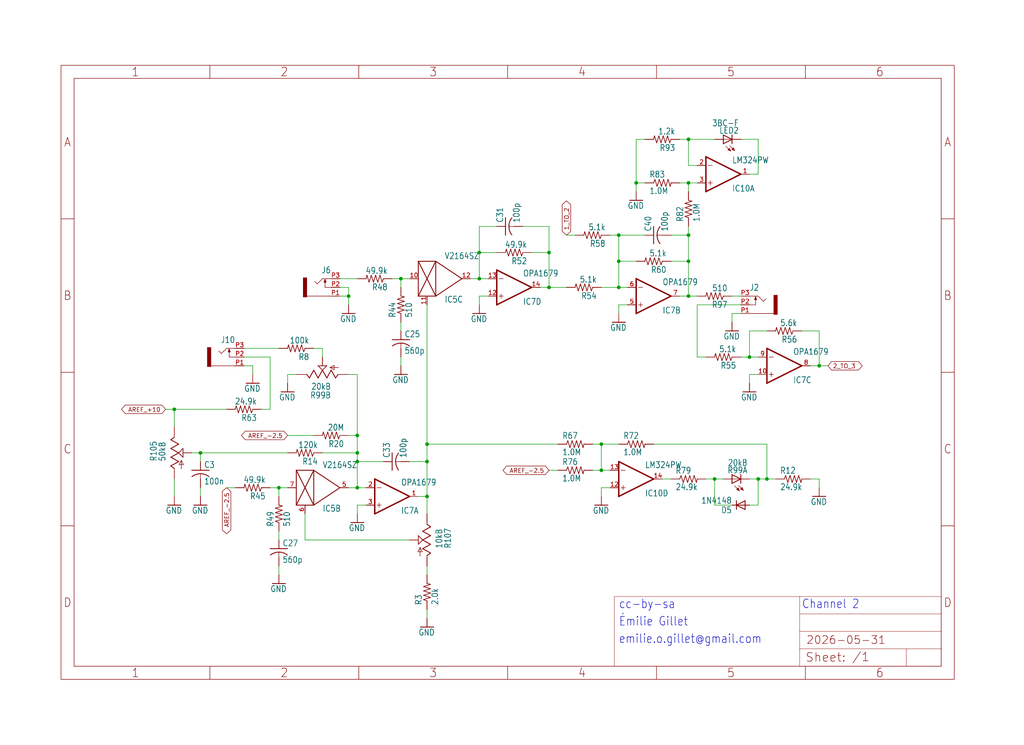
<source format=kicad_sch>
(kicad_sch
	(version 20231120)
	(generator "eeschema")
	(generator_version "8.0")
	(uuid "48d4ef19-8415-465e-809c-400eb711821f")
	(paper "User" 298.45 217.322)
	(lib_symbols
		(symbol "veils_v110-eagle-import:A4L-LOC"
			(exclude_from_sim no)
			(in_bom yes)
			(on_board yes)
			(property "Reference" "#FRAME"
				(at 0 0 0)
				(effects
					(font
						(size 1.27 1.27)
					)
					(hide yes)
				)
			)
			(property "Value" ""
				(at 0 0 0)
				(effects
					(font
						(size 1.27 1.27)
					)
					(hide yes)
				)
			)
			(property "Footprint" ""
				(at 0 0 0)
				(effects
					(font
						(size 1.27 1.27)
					)
					(hide yes)
				)
			)
			(property "Datasheet" ""
				(at 0 0 0)
				(effects
					(font
						(size 1.27 1.27)
					)
					(hide yes)
				)
			)
			(property "Description" "FRAME\n\nDIN A4, landscape with location and doc. field"
				(at 0 0 0)
				(effects
					(font
						(size 1.27 1.27)
					)
					(hide yes)
				)
			)
			(property "ki_locked" ""
				(at 0 0 0)
				(effects
					(font
						(size 1.27 1.27)
					)
				)
			)
			(symbol "A4L-LOC_1_0"
				(polyline
					(pts
						(xy 0 44.7675) (xy 3.81 44.7675)
					)
					(stroke
						(width 0)
						(type default)
					)
					(fill
						(type none)
					)
				)
				(polyline
					(pts
						(xy 0 89.535) (xy 3.81 89.535)
					)
					(stroke
						(width 0)
						(type default)
					)
					(fill
						(type none)
					)
				)
				(polyline
					(pts
						(xy 0 134.3025) (xy 3.81 134.3025)
					)
					(stroke
						(width 0)
						(type default)
					)
					(fill
						(type none)
					)
				)
				(polyline
					(pts
						(xy 3.81 3.81) (xy 3.81 175.26)
					)
					(stroke
						(width 0)
						(type default)
					)
					(fill
						(type none)
					)
				)
				(polyline
					(pts
						(xy 43.3917 0) (xy 43.3917 3.81)
					)
					(stroke
						(width 0)
						(type default)
					)
					(fill
						(type none)
					)
				)
				(polyline
					(pts
						(xy 43.3917 175.26) (xy 43.3917 179.07)
					)
					(stroke
						(width 0)
						(type default)
					)
					(fill
						(type none)
					)
				)
				(polyline
					(pts
						(xy 86.7833 0) (xy 86.7833 3.81)
					)
					(stroke
						(width 0)
						(type default)
					)
					(fill
						(type none)
					)
				)
				(polyline
					(pts
						(xy 86.7833 175.26) (xy 86.7833 179.07)
					)
					(stroke
						(width 0)
						(type default)
					)
					(fill
						(type none)
					)
				)
				(polyline
					(pts
						(xy 130.175 0) (xy 130.175 3.81)
					)
					(stroke
						(width 0)
						(type default)
					)
					(fill
						(type none)
					)
				)
				(polyline
					(pts
						(xy 130.175 175.26) (xy 130.175 179.07)
					)
					(stroke
						(width 0)
						(type default)
					)
					(fill
						(type none)
					)
				)
				(polyline
					(pts
						(xy 161.29 3.81) (xy 161.29 24.13)
					)
					(stroke
						(width 0.1016)
						(type solid)
					)
					(fill
						(type none)
					)
				)
				(polyline
					(pts
						(xy 161.29 24.13) (xy 215.265 24.13)
					)
					(stroke
						(width 0.1016)
						(type solid)
					)
					(fill
						(type none)
					)
				)
				(polyline
					(pts
						(xy 173.5667 0) (xy 173.5667 3.81)
					)
					(stroke
						(width 0)
						(type default)
					)
					(fill
						(type none)
					)
				)
				(polyline
					(pts
						(xy 173.5667 175.26) (xy 173.5667 179.07)
					)
					(stroke
						(width 0)
						(type default)
					)
					(fill
						(type none)
					)
				)
				(polyline
					(pts
						(xy 215.265 8.89) (xy 215.265 3.81)
					)
					(stroke
						(width 0.1016)
						(type solid)
					)
					(fill
						(type none)
					)
				)
				(polyline
					(pts
						(xy 215.265 8.89) (xy 215.265 13.97)
					)
					(stroke
						(width 0.1016)
						(type solid)
					)
					(fill
						(type none)
					)
				)
				(polyline
					(pts
						(xy 215.265 13.97) (xy 215.265 19.05)
					)
					(stroke
						(width 0.1016)
						(type solid)
					)
					(fill
						(type none)
					)
				)
				(polyline
					(pts
						(xy 215.265 13.97) (xy 256.54 13.97)
					)
					(stroke
						(width 0.1016)
						(type solid)
					)
					(fill
						(type none)
					)
				)
				(polyline
					(pts
						(xy 215.265 19.05) (xy 215.265 24.13)
					)
					(stroke
						(width 0.1016)
						(type solid)
					)
					(fill
						(type none)
					)
				)
				(polyline
					(pts
						(xy 215.265 19.05) (xy 256.54 19.05)
					)
					(stroke
						(width 0.1016)
						(type solid)
					)
					(fill
						(type none)
					)
				)
				(polyline
					(pts
						(xy 215.265 24.13) (xy 256.54 24.13)
					)
					(stroke
						(width 0.1016)
						(type solid)
					)
					(fill
						(type none)
					)
				)
				(polyline
					(pts
						(xy 216.9583 0) (xy 216.9583 3.81)
					)
					(stroke
						(width 0)
						(type default)
					)
					(fill
						(type none)
					)
				)
				(polyline
					(pts
						(xy 216.9583 175.26) (xy 216.9583 179.07)
					)
					(stroke
						(width 0)
						(type default)
					)
					(fill
						(type none)
					)
				)
				(polyline
					(pts
						(xy 246.38 3.81) (xy 246.38 8.89)
					)
					(stroke
						(width 0.1016)
						(type solid)
					)
					(fill
						(type none)
					)
				)
				(polyline
					(pts
						(xy 246.38 8.89) (xy 215.265 8.89)
					)
					(stroke
						(width 0.1016)
						(type solid)
					)
					(fill
						(type none)
					)
				)
				(polyline
					(pts
						(xy 246.38 8.89) (xy 256.54 8.89)
					)
					(stroke
						(width 0.1016)
						(type solid)
					)
					(fill
						(type none)
					)
				)
				(polyline
					(pts
						(xy 256.54 3.81) (xy 3.81 3.81)
					)
					(stroke
						(width 0)
						(type default)
					)
					(fill
						(type none)
					)
				)
				(polyline
					(pts
						(xy 256.54 3.81) (xy 256.54 8.89)
					)
					(stroke
						(width 0.1016)
						(type solid)
					)
					(fill
						(type none)
					)
				)
				(polyline
					(pts
						(xy 256.54 3.81) (xy 256.54 175.26)
					)
					(stroke
						(width 0)
						(type default)
					)
					(fill
						(type none)
					)
				)
				(polyline
					(pts
						(xy 256.54 8.89) (xy 256.54 13.97)
					)
					(stroke
						(width 0.1016)
						(type solid)
					)
					(fill
						(type none)
					)
				)
				(polyline
					(pts
						(xy 256.54 13.97) (xy 256.54 19.05)
					)
					(stroke
						(width 0.1016)
						(type solid)
					)
					(fill
						(type none)
					)
				)
				(polyline
					(pts
						(xy 256.54 19.05) (xy 256.54 24.13)
					)
					(stroke
						(width 0.1016)
						(type solid)
					)
					(fill
						(type none)
					)
				)
				(polyline
					(pts
						(xy 256.54 44.7675) (xy 260.35 44.7675)
					)
					(stroke
						(width 0)
						(type default)
					)
					(fill
						(type none)
					)
				)
				(polyline
					(pts
						(xy 256.54 89.535) (xy 260.35 89.535)
					)
					(stroke
						(width 0)
						(type default)
					)
					(fill
						(type none)
					)
				)
				(polyline
					(pts
						(xy 256.54 134.3025) (xy 260.35 134.3025)
					)
					(stroke
						(width 0)
						(type default)
					)
					(fill
						(type none)
					)
				)
				(polyline
					(pts
						(xy 256.54 175.26) (xy 3.81 175.26)
					)
					(stroke
						(width 0)
						(type default)
					)
					(fill
						(type none)
					)
				)
				(polyline
					(pts
						(xy 0 0) (xy 260.35 0) (xy 260.35 179.07) (xy 0 179.07) (xy 0 0)
					)
					(stroke
						(width 0)
						(type default)
					)
					(fill
						(type none)
					)
				)
				(text "${#}/${##}"
					(at 230.505 5.08 0)
					(effects
						(font
							(size 2.54 2.54)
						)
						(justify left bottom)
					)
				)
				(text "${CURRENT_DATE}"
					(at 217.17 10.16 0)
					(effects
						(font
							(size 2.286 2.286)
						)
						(justify left bottom)
					)
				)
				(text "${PROJECTNAME}"
					(at 217.17 15.24 0)
					(effects
						(font
							(size 2.54 2.54)
						)
						(justify left bottom)
					)
				)
				(text "1"
					(at 21.6958 1.905 0)
					(effects
						(font
							(size 2.54 2.286)
						)
					)
				)
				(text "1"
					(at 21.6958 177.165 0)
					(effects
						(font
							(size 2.54 2.286)
						)
					)
				)
				(text "2"
					(at 65.0875 1.905 0)
					(effects
						(font
							(size 2.54 2.286)
						)
					)
				)
				(text "2"
					(at 65.0875 177.165 0)
					(effects
						(font
							(size 2.54 2.286)
						)
					)
				)
				(text "3"
					(at 108.4792 1.905 0)
					(effects
						(font
							(size 2.54 2.286)
						)
					)
				)
				(text "3"
					(at 108.4792 177.165 0)
					(effects
						(font
							(size 2.54 2.286)
						)
					)
				)
				(text "4"
					(at 151.8708 1.905 0)
					(effects
						(font
							(size 2.54 2.286)
						)
					)
				)
				(text "4"
					(at 151.8708 177.165 0)
					(effects
						(font
							(size 2.54 2.286)
						)
					)
				)
				(text "5"
					(at 195.2625 1.905 0)
					(effects
						(font
							(size 2.54 2.286)
						)
					)
				)
				(text "5"
					(at 195.2625 177.165 0)
					(effects
						(font
							(size 2.54 2.286)
						)
					)
				)
				(text "6"
					(at 238.6542 1.905 0)
					(effects
						(font
							(size 2.54 2.286)
						)
					)
				)
				(text "6"
					(at 238.6542 177.165 0)
					(effects
						(font
							(size 2.54 2.286)
						)
					)
				)
				(text "A"
					(at 1.905 156.6863 0)
					(effects
						(font
							(size 2.54 2.286)
						)
					)
				)
				(text "A"
					(at 258.445 156.6863 0)
					(effects
						(font
							(size 2.54 2.286)
						)
					)
				)
				(text "B"
					(at 1.905 111.9188 0)
					(effects
						(font
							(size 2.54 2.286)
						)
					)
				)
				(text "B"
					(at 258.445 111.9188 0)
					(effects
						(font
							(size 2.54 2.286)
						)
					)
				)
				(text "C"
					(at 1.905 67.1513 0)
					(effects
						(font
							(size 2.54 2.286)
						)
					)
				)
				(text "C"
					(at 258.445 67.1513 0)
					(effects
						(font
							(size 2.54 2.286)
						)
					)
				)
				(text "D"
					(at 1.905 22.3838 0)
					(effects
						(font
							(size 2.54 2.286)
						)
					)
				)
				(text "D"
					(at 258.445 22.3838 0)
					(effects
						(font
							(size 2.54 2.286)
						)
					)
				)
				(text "Sheet:"
					(at 216.916 4.953 0)
					(effects
						(font
							(size 2.54 2.54)
						)
						(justify left bottom)
					)
				)
			)
		)
		(symbol "veils_v110-eagle-import:BOURNS_SLIDER"
			(exclude_from_sim no)
			(in_bom yes)
			(on_board yes)
			(property "Reference" "R"
				(at -5.08 -2.54 90)
				(effects
					(font
						(size 1.778 1.5113)
					)
					(justify left bottom)
				)
			)
			(property "Value" ""
				(at -2.54 -2.54 90)
				(effects
					(font
						(size 1.778 1.5113)
					)
					(justify left bottom)
				)
			)
			(property "Footprint" "veils_v110:BOURNS_SLIDER"
				(at 0 0 0)
				(effects
					(font
						(size 1.27 1.27)
					)
					(hide yes)
				)
			)
			(property "Datasheet" ""
				(at 0 0 0)
				(effects
					(font
						(size 1.27 1.27)
					)
					(hide yes)
				)
			)
			(property "Description" ""
				(at 0 0 0)
				(effects
					(font
						(size 1.27 1.27)
					)
					(hide yes)
				)
			)
			(property "ki_locked" ""
				(at 0 0 0)
				(effects
					(font
						(size 1.27 1.27)
					)
				)
			)
			(symbol "BOURNS_SLIDER_1_0"
				(polyline
					(pts
						(xy -2.032 1.778) (xy -3.429 0.381)
					)
					(stroke
						(width 0.1524)
						(type solid)
					)
					(fill
						(type none)
					)
				)
				(polyline
					(pts
						(xy -1.905 0.635) (xy -3.302 -0.762)
					)
					(stroke
						(width 0.1524)
						(type solid)
					)
					(fill
						(type none)
					)
				)
				(polyline
					(pts
						(xy 0 0) (xy -1.27 0)
					)
					(stroke
						(width 0.254)
						(type solid)
					)
					(fill
						(type none)
					)
				)
				(polyline
					(pts
						(xy 0 0) (xy -1.27 2.54)
					)
					(stroke
						(width 0.254)
						(type solid)
					)
					(fill
						(type none)
					)
				)
				(polyline
					(pts
						(xy 0 2.54) (xy -1.27 2.54)
					)
					(stroke
						(width 0.254)
						(type solid)
					)
					(fill
						(type none)
					)
				)
				(polyline
					(pts
						(xy 0 2.54) (xy 0 0)
					)
					(stroke
						(width 0.1524)
						(type solid)
					)
					(fill
						(type none)
					)
				)
				(polyline
					(pts
						(xy 1.27 0) (xy 0 0)
					)
					(stroke
						(width 0.254)
						(type solid)
					)
					(fill
						(type none)
					)
				)
				(polyline
					(pts
						(xy 1.27 2.54) (xy 0 0)
					)
					(stroke
						(width 0.254)
						(type solid)
					)
					(fill
						(type none)
					)
				)
				(polyline
					(pts
						(xy 1.27 2.54) (xy 0 2.54)
					)
					(stroke
						(width 0.254)
						(type solid)
					)
					(fill
						(type none)
					)
				)
				(polyline
					(pts
						(xy -3.048 1.27) (xy -3.429 0.381) (xy -2.54 0.762)
					)
					(stroke
						(width 0.1524)
						(type solid)
					)
					(fill
						(type outline)
					)
				)
				(polyline
					(pts
						(xy -2.921 0.127) (xy -3.302 -0.762) (xy -2.413 -0.381)
					)
					(stroke
						(width 0.1524)
						(type solid)
					)
					(fill
						(type outline)
					)
				)
				(pin passive line
					(at 0 5.08 270)
					(length 2.54)
					(name "A"
						(effects
							(font
								(size 0 0)
							)
						)
					)
					(number "B"
						(effects
							(font
								(size 0 0)
							)
						)
					)
				)
				(pin passive line
					(at 0 -2.54 90)
					(length 2.54)
					(name "C"
						(effects
							(font
								(size 0 0)
							)
						)
					)
					(number "E"
						(effects
							(font
								(size 0 0)
							)
						)
					)
				)
			)
			(symbol "BOURNS_SLIDER_2_0"
				(polyline
					(pts
						(xy -1.016 -3.81) (xy 1.27 -2.54)
					)
					(stroke
						(width 0.254)
						(type solid)
					)
					(fill
						(type none)
					)
				)
				(polyline
					(pts
						(xy -1.016 -1.27) (xy 1.27 0)
					)
					(stroke
						(width 0.254)
						(type solid)
					)
					(fill
						(type none)
					)
				)
				(polyline
					(pts
						(xy -1.016 1.27) (xy 1.27 2.54)
					)
					(stroke
						(width 0.254)
						(type solid)
					)
					(fill
						(type none)
					)
				)
				(polyline
					(pts
						(xy -1.016 3.81) (xy 0 4.572)
					)
					(stroke
						(width 0.254)
						(type solid)
					)
					(fill
						(type none)
					)
				)
				(polyline
					(pts
						(xy 0 -5.08) (xy 0 -4.572)
					)
					(stroke
						(width 0.1524)
						(type solid)
					)
					(fill
						(type none)
					)
				)
				(polyline
					(pts
						(xy 0 -4.572) (xy -1.016 -3.81)
					)
					(stroke
						(width 0.254)
						(type solid)
					)
					(fill
						(type none)
					)
				)
				(polyline
					(pts
						(xy 0 4.572) (xy 0 5.08)
					)
					(stroke
						(width 0.1524)
						(type solid)
					)
					(fill
						(type none)
					)
				)
				(polyline
					(pts
						(xy 1.27 -2.54) (xy -1.016 -1.27)
					)
					(stroke
						(width 0.254)
						(type solid)
					)
					(fill
						(type none)
					)
				)
				(polyline
					(pts
						(xy 1.27 0) (xy -1.016 1.27)
					)
					(stroke
						(width 0.254)
						(type solid)
					)
					(fill
						(type none)
					)
				)
				(polyline
					(pts
						(xy 1.27 0) (xy 2.54 1.27)
					)
					(stroke
						(width 0.2032)
						(type solid)
					)
					(fill
						(type none)
					)
				)
				(polyline
					(pts
						(xy 1.27 2.54) (xy -1.016 3.81)
					)
					(stroke
						(width 0.254)
						(type solid)
					)
					(fill
						(type none)
					)
				)
				(polyline
					(pts
						(xy 1.397 -3.429) (xy 2.032 -2.159)
					)
					(stroke
						(width 0.1524)
						(type solid)
					)
					(fill
						(type none)
					)
				)
				(polyline
					(pts
						(xy 2.032 -4.699) (xy 2.032 -2.159)
					)
					(stroke
						(width 0.1524)
						(type solid)
					)
					(fill
						(type none)
					)
				)
				(polyline
					(pts
						(xy 2.032 -2.159) (xy 2.667 -3.429)
					)
					(stroke
						(width 0.1524)
						(type solid)
					)
					(fill
						(type none)
					)
				)
				(polyline
					(pts
						(xy 2.54 -1.27) (xy 1.27 0)
					)
					(stroke
						(width 0.2032)
						(type solid)
					)
					(fill
						(type none)
					)
				)
				(polyline
					(pts
						(xy 2.54 1.27) (xy 2.54 -1.27)
					)
					(stroke
						(width 0.2032)
						(type solid)
					)
					(fill
						(type none)
					)
				)
				(polyline
					(pts
						(xy 2.667 -3.429) (xy 1.397 -3.429)
					)
					(stroke
						(width 0.1524)
						(type solid)
					)
					(fill
						(type none)
					)
				)
				(pin passive line
					(at 0 -7.62 90)
					(length 2.54)
					(name "A"
						(effects
							(font
								(size 0 0)
							)
						)
					)
					(number "1"
						(effects
							(font
								(size 0 0)
							)
						)
					)
				)
				(pin passive line
					(at 5.08 0 180)
					(length 2.54)
					(name "S"
						(effects
							(font
								(size 0 0)
							)
						)
					)
					(number "2"
						(effects
							(font
								(size 0 0)
							)
						)
					)
				)
				(pin passive line
					(at 0 7.62 270)
					(length 2.54)
					(name "E"
						(effects
							(font
								(size 0 0)
							)
						)
					)
					(number "3"
						(effects
							(font
								(size 0 0)
							)
						)
					)
				)
			)
		)
		(symbol "veils_v110-eagle-import:C-USC0402"
			(exclude_from_sim no)
			(in_bom yes)
			(on_board yes)
			(property "Reference" "C"
				(at 1.016 0.635 0)
				(effects
					(font
						(size 1.778 1.5113)
					)
					(justify left bottom)
				)
			)
			(property "Value" ""
				(at 1.016 -4.191 0)
				(effects
					(font
						(size 1.778 1.5113)
					)
					(justify left bottom)
				)
			)
			(property "Footprint" "veils_v110:C0402"
				(at 0 0 0)
				(effects
					(font
						(size 1.27 1.27)
					)
					(hide yes)
				)
			)
			(property "Datasheet" ""
				(at 0 0 0)
				(effects
					(font
						(size 1.27 1.27)
					)
					(hide yes)
				)
			)
			(property "Description" "CAPACITOR, American symbol"
				(at 0 0 0)
				(effects
					(font
						(size 1.27 1.27)
					)
					(hide yes)
				)
			)
			(property "ki_locked" ""
				(at 0 0 0)
				(effects
					(font
						(size 1.27 1.27)
					)
				)
			)
			(symbol "C-USC0402_1_0"
				(arc
					(start 0 -1.0161)
					(mid -1.302 -1.2303)
					(end -2.4668 -1.8504)
					(stroke
						(width 0.254)
						(type solid)
					)
					(fill
						(type none)
					)
				)
				(polyline
					(pts
						(xy -2.54 0) (xy 2.54 0)
					)
					(stroke
						(width 0.254)
						(type solid)
					)
					(fill
						(type none)
					)
				)
				(polyline
					(pts
						(xy 0 -1.016) (xy 0 -2.54)
					)
					(stroke
						(width 0.1524)
						(type solid)
					)
					(fill
						(type none)
					)
				)
				(arc
					(start 2.4892 -1.8541)
					(mid 1.3158 -1.2194)
					(end 0 -1)
					(stroke
						(width 0.254)
						(type solid)
					)
					(fill
						(type none)
					)
				)
				(pin passive line
					(at 0 2.54 270)
					(length 2.54)
					(name "1"
						(effects
							(font
								(size 0 0)
							)
						)
					)
					(number "1"
						(effects
							(font
								(size 0 0)
							)
						)
					)
				)
				(pin passive line
					(at 0 -5.08 90)
					(length 2.54)
					(name "2"
						(effects
							(font
								(size 0 0)
							)
						)
					)
					(number "2"
						(effects
							(font
								(size 0 0)
							)
						)
					)
				)
			)
		)
		(symbol "veils_v110-eagle-import:DIODE-SOD523"
			(exclude_from_sim no)
			(in_bom yes)
			(on_board yes)
			(property "Reference" "D"
				(at 2.54 0.4826 0)
				(effects
					(font
						(size 1.778 1.5113)
					)
					(justify left bottom)
				)
			)
			(property "Value" ""
				(at 2.54 -2.3114 0)
				(effects
					(font
						(size 1.778 1.5113)
					)
					(justify left bottom)
				)
			)
			(property "Footprint" "veils_v110:SOD523"
				(at 0 0 0)
				(effects
					(font
						(size 1.27 1.27)
					)
					(hide yes)
				)
			)
			(property "Datasheet" ""
				(at 0 0 0)
				(effects
					(font
						(size 1.27 1.27)
					)
					(hide yes)
				)
			)
			(property "Description" "DIODE"
				(at 0 0 0)
				(effects
					(font
						(size 1.27 1.27)
					)
					(hide yes)
				)
			)
			(property "ki_locked" ""
				(at 0 0 0)
				(effects
					(font
						(size 1.27 1.27)
					)
				)
			)
			(symbol "DIODE-SOD523_1_0"
				(polyline
					(pts
						(xy -1.27 -1.27) (xy 1.27 0)
					)
					(stroke
						(width 0.254)
						(type solid)
					)
					(fill
						(type none)
					)
				)
				(polyline
					(pts
						(xy -1.27 1.27) (xy -1.27 -1.27)
					)
					(stroke
						(width 0.254)
						(type solid)
					)
					(fill
						(type none)
					)
				)
				(polyline
					(pts
						(xy 1.27 0) (xy -1.27 1.27)
					)
					(stroke
						(width 0.254)
						(type solid)
					)
					(fill
						(type none)
					)
				)
				(polyline
					(pts
						(xy 1.27 0) (xy 1.27 -1.27)
					)
					(stroke
						(width 0.254)
						(type solid)
					)
					(fill
						(type none)
					)
				)
				(polyline
					(pts
						(xy 1.27 1.27) (xy 1.27 0)
					)
					(stroke
						(width 0.254)
						(type solid)
					)
					(fill
						(type none)
					)
				)
				(pin passive line
					(at -2.54 0 0)
					(length 2.54)
					(name "A"
						(effects
							(font
								(size 0 0)
							)
						)
					)
					(number "A"
						(effects
							(font
								(size 0 0)
							)
						)
					)
				)
				(pin passive line
					(at 2.54 0 180)
					(length 2.54)
					(name "C"
						(effects
							(font
								(size 0 0)
							)
						)
					)
					(number "C"
						(effects
							(font
								(size 0 0)
							)
						)
					)
				)
			)
		)
		(symbol "veils_v110-eagle-import:GND"
			(power)
			(exclude_from_sim no)
			(in_bom yes)
			(on_board yes)
			(property "Reference" "#GND"
				(at 0 0 0)
				(effects
					(font
						(size 1.27 1.27)
					)
					(hide yes)
				)
			)
			(property "Value" ""
				(at -2.54 -2.54 0)
				(effects
					(font
						(size 1.778 1.5113)
					)
					(justify left bottom)
				)
			)
			(property "Footprint" ""
				(at 0 0 0)
				(effects
					(font
						(size 1.27 1.27)
					)
					(hide yes)
				)
			)
			(property "Datasheet" ""
				(at 0 0 0)
				(effects
					(font
						(size 1.27 1.27)
					)
					(hide yes)
				)
			)
			(property "Description" "SUPPLY SYMBOL"
				(at 0 0 0)
				(effects
					(font
						(size 1.27 1.27)
					)
					(hide yes)
				)
			)
			(property "ki_locked" ""
				(at 0 0 0)
				(effects
					(font
						(size 1.27 1.27)
					)
				)
			)
			(symbol "GND_1_0"
				(polyline
					(pts
						(xy -1.905 0) (xy 1.905 0)
					)
					(stroke
						(width 0.254)
						(type solid)
					)
					(fill
						(type none)
					)
				)
				(pin power_in line
					(at 0 2.54 270)
					(length 2.54)
					(name "GND"
						(effects
							(font
								(size 0 0)
							)
						)
					)
					(number "1"
						(effects
							(font
								(size 0 0)
							)
						)
					)
				)
			)
		)
		(symbol "veils_v110-eagle-import:LED3MM"
			(exclude_from_sim no)
			(in_bom yes)
			(on_board yes)
			(property "Reference" "LED"
				(at 3.556 -4.572 90)
				(effects
					(font
						(size 1.778 1.5113)
					)
					(justify left bottom)
				)
			)
			(property "Value" ""
				(at 5.715 -4.572 90)
				(effects
					(font
						(size 1.778 1.5113)
					)
					(justify left bottom)
				)
			)
			(property "Footprint" "veils_v110:LED3MM"
				(at 0 0 0)
				(effects
					(font
						(size 1.27 1.27)
					)
					(hide yes)
				)
			)
			(property "Datasheet" ""
				(at 0 0 0)
				(effects
					(font
						(size 1.27 1.27)
					)
					(hide yes)
				)
			)
			(property "Description" "LED\n\nOSRAM:\n- CHIPLED\nLG R971, LG N971, LY N971, LG Q971, LY Q971, LO R971, LY R971 LH N974, LH R974\nLS Q976, LO Q976, LY Q976\nLO Q996\n- Hyper CHIPLED\nLW Q18S\nLB Q993, LB Q99A, LB R99A\n- SideLED\nLS A670, LO A670, LY A670, LG A670, LP A670\nLB A673, LV A673, LT A673, LW A673\nLH A674\nLY A675\nLS A676, LA A676, LO A676, LY A676, LW A676\nLS A679, LY A679, LG A679\n-  Hyper Micro SIDELED®\nLS Y876, LA Y876, LO Y876, LY Y876\nLT Y87S\n- SmartLED\nLW L88C, LW L88S\nLB L89C, LB L89S, LG L890\nLS L89K, LO L89K, LY L89K\nLS L896, LA L896, LO L896, LY L896\n- TOPLED\nLS T670, LO T670, LY T670, LG T670, LP T670\nLSG T670, LSP T670, LSY T670, LOP T670, LYG T670\nLG T671, LOG T671, LSG T671\nLB T673, LV T673, LT T673, LW T673\nLH T674\nLS T676, LA T676, LO T676, LY T676, LB T676, LH T676, LSB T676, LW T676\nLB T67C, LV T67C, LT T67C, LS T67K, LO T67K, LY T67K, LW E67C\nLS E67B, LA E67B, LO E67B, LY E67B, LB E67C, LV E67C, LT E67C\nLW T67C\nLS T679, LY T679, LG T679\nLS T770, LO T770, LY T770, LG T770, LP T770\nLB T773, LV T773, LT T773, LW T773\nLH T774\nLS E675, LA E675, LY E675, LS T675\nLS T776, LA T776, LO T776, LY T776, LB T776\nLHGB T686\nLT T68C, LB T68C\n- Hyper Mini TOPLED®\nLB M676\n- Mini TOPLED Santana®\nLG M470\nLS M47K, LO M47K, LY M47K\n\nSource: http://www.osram.convergy.de\n\nLUXEON:\n- LUMILED®\nLXK2-PW12-R00, LXK2-PW12-S00, LXK2-PW14-U00, LXK2-PW14-V00\nLXK2-PM12-R00, LXK2-PM12-S00, LXK2-PM14-U00\nLXK2-PE12-Q00, LXK2-PE12-R00, LXK2-PE12-S00, LXK2-PE14-T00, LXK2-PE14-U00\nLXK2-PB12-K00, LXK2-PB12-L00, LXK2-PB12-M00, LXK2-PB14-N00, LXK2-PB14-P00, LXK2-PB14-Q00\nLXK2-PR12-L00, LXK2-PR12-M00, LXK2-PR14-Q00, LXK2-PR14-R00\nLXK2-PD12-Q00, LXK2-PD12-R00, LXK2-PD12-S00\nLXK2-PH12-R00, LXK2-PH12-S00\nLXK2-PL12-P00, LXK2-PL12-Q00, LXK2-PL12-R00\n\nSource: www.luxeon.com\n\nKINGBRIGHT:\n\nKA-3528ASYC\nSource: www.kingbright.com"
				(at 0 0 0)
				(effects
					(font
						(size 1.27 1.27)
					)
					(hide yes)
				)
			)
			(property "ki_locked" ""
				(at 0 0 0)
				(effects
					(font
						(size 1.27 1.27)
					)
				)
			)
			(symbol "LED3MM_1_0"
				(polyline
					(pts
						(xy -2.032 -0.762) (xy -3.429 -2.159)
					)
					(stroke
						(width 0.1524)
						(type solid)
					)
					(fill
						(type none)
					)
				)
				(polyline
					(pts
						(xy -1.905 -1.905) (xy -3.302 -3.302)
					)
					(stroke
						(width 0.1524)
						(type solid)
					)
					(fill
						(type none)
					)
				)
				(polyline
					(pts
						(xy 0 -2.54) (xy -1.27 -2.54)
					)
					(stroke
						(width 0.254)
						(type solid)
					)
					(fill
						(type none)
					)
				)
				(polyline
					(pts
						(xy 0 -2.54) (xy -1.27 0)
					)
					(stroke
						(width 0.254)
						(type solid)
					)
					(fill
						(type none)
					)
				)
				(polyline
					(pts
						(xy 0 0) (xy -1.27 0)
					)
					(stroke
						(width 0.254)
						(type solid)
					)
					(fill
						(type none)
					)
				)
				(polyline
					(pts
						(xy 0 0) (xy 0 -2.54)
					)
					(stroke
						(width 0.1524)
						(type solid)
					)
					(fill
						(type none)
					)
				)
				(polyline
					(pts
						(xy 1.27 -2.54) (xy 0 -2.54)
					)
					(stroke
						(width 0.254)
						(type solid)
					)
					(fill
						(type none)
					)
				)
				(polyline
					(pts
						(xy 1.27 0) (xy 0 -2.54)
					)
					(stroke
						(width 0.254)
						(type solid)
					)
					(fill
						(type none)
					)
				)
				(polyline
					(pts
						(xy 1.27 0) (xy 0 0)
					)
					(stroke
						(width 0.254)
						(type solid)
					)
					(fill
						(type none)
					)
				)
				(polyline
					(pts
						(xy -3.048 -1.27) (xy -3.429 -2.159) (xy -2.54 -1.778)
					)
					(stroke
						(width 0.1524)
						(type solid)
					)
					(fill
						(type outline)
					)
				)
				(polyline
					(pts
						(xy -2.921 -2.413) (xy -3.302 -3.302) (xy -2.413 -2.921)
					)
					(stroke
						(width 0.1524)
						(type solid)
					)
					(fill
						(type outline)
					)
				)
				(pin passive line
					(at 0 2.54 270)
					(length 2.54)
					(name "A"
						(effects
							(font
								(size 0 0)
							)
						)
					)
					(number "A"
						(effects
							(font
								(size 0 0)
							)
						)
					)
				)
				(pin passive line
					(at 0 -5.08 90)
					(length 2.54)
					(name "C"
						(effects
							(font
								(size 0 0)
							)
						)
					)
					(number "K"
						(effects
							(font
								(size 0 0)
							)
						)
					)
				)
			)
		)
		(symbol "veils_v110-eagle-import:OPA1679PW"
			(exclude_from_sim no)
			(in_bom yes)
			(on_board yes)
			(property "Reference" "IC"
				(at 2.54 3.175 0)
				(effects
					(font
						(size 1.778 1.5113)
					)
					(justify left bottom)
					(hide yes)
				)
			)
			(property "Value" ""
				(at 2.54 -5.08 0)
				(effects
					(font
						(size 1.778 1.5113)
					)
					(justify left bottom)
					(hide yes)
				)
			)
			(property "Footprint" "veils_v110:TSSOP14_065"
				(at 0 0 0)
				(effects
					(font
						(size 1.27 1.27)
					)
					(hide yes)
				)
			)
			(property "Datasheet" ""
				(at 0 0 0)
				(effects
					(font
						(size 1.27 1.27)
					)
					(hide yes)
				)
			)
			(property "Description" ""
				(at 0 0 0)
				(effects
					(font
						(size 1.27 1.27)
					)
					(hide yes)
				)
			)
			(property "ki_locked" ""
				(at 0 0 0)
				(effects
					(font
						(size 1.27 1.27)
					)
				)
			)
			(symbol "OPA1679PW_1_0"
				(polyline
					(pts
						(xy -5.08 -5.08) (xy 5.08 0)
					)
					(stroke
						(width 0.4064)
						(type solid)
					)
					(fill
						(type none)
					)
				)
				(polyline
					(pts
						(xy -5.08 5.08) (xy -5.08 -5.08)
					)
					(stroke
						(width 0.4064)
						(type solid)
					)
					(fill
						(type none)
					)
				)
				(polyline
					(pts
						(xy -4.445 -2.54) (xy -3.175 -2.54)
					)
					(stroke
						(width 0.1524)
						(type solid)
					)
					(fill
						(type none)
					)
				)
				(polyline
					(pts
						(xy -4.445 2.54) (xy -3.175 2.54)
					)
					(stroke
						(width 0.1524)
						(type solid)
					)
					(fill
						(type none)
					)
				)
				(polyline
					(pts
						(xy -3.81 3.175) (xy -3.81 1.905)
					)
					(stroke
						(width 0.1524)
						(type solid)
					)
					(fill
						(type none)
					)
				)
				(polyline
					(pts
						(xy 5.08 0) (xy -5.08 5.08)
					)
					(stroke
						(width 0.4064)
						(type solid)
					)
					(fill
						(type none)
					)
				)
				(pin output line
					(at 7.62 0 180)
					(length 2.54)
					(name "OUT"
						(effects
							(font
								(size 0 0)
							)
						)
					)
					(number "1"
						(effects
							(font
								(size 1.27 1.27)
							)
						)
					)
				)
				(pin input line
					(at -7.62 -2.54 0)
					(length 2.54)
					(name "-IN"
						(effects
							(font
								(size 0 0)
							)
						)
					)
					(number "2"
						(effects
							(font
								(size 1.27 1.27)
							)
						)
					)
				)
				(pin input line
					(at -7.62 2.54 0)
					(length 2.54)
					(name "+IN"
						(effects
							(font
								(size 0 0)
							)
						)
					)
					(number "3"
						(effects
							(font
								(size 1.27 1.27)
							)
						)
					)
				)
			)
			(symbol "OPA1679PW_2_0"
				(polyline
					(pts
						(xy -5.08 -5.08) (xy 5.08 0)
					)
					(stroke
						(width 0.4064)
						(type solid)
					)
					(fill
						(type none)
					)
				)
				(polyline
					(pts
						(xy -5.08 5.08) (xy -5.08 -5.08)
					)
					(stroke
						(width 0.4064)
						(type solid)
					)
					(fill
						(type none)
					)
				)
				(polyline
					(pts
						(xy -4.445 -2.54) (xy -3.175 -2.54)
					)
					(stroke
						(width 0.1524)
						(type solid)
					)
					(fill
						(type none)
					)
				)
				(polyline
					(pts
						(xy -4.445 2.54) (xy -3.175 2.54)
					)
					(stroke
						(width 0.1524)
						(type solid)
					)
					(fill
						(type none)
					)
				)
				(polyline
					(pts
						(xy -3.81 3.175) (xy -3.81 1.905)
					)
					(stroke
						(width 0.1524)
						(type solid)
					)
					(fill
						(type none)
					)
				)
				(polyline
					(pts
						(xy 5.08 0) (xy -5.08 5.08)
					)
					(stroke
						(width 0.4064)
						(type solid)
					)
					(fill
						(type none)
					)
				)
				(pin input line
					(at -7.62 2.54 0)
					(length 2.54)
					(name "+IN"
						(effects
							(font
								(size 0 0)
							)
						)
					)
					(number "5"
						(effects
							(font
								(size 1.27 1.27)
							)
						)
					)
				)
				(pin input line
					(at -7.62 -2.54 0)
					(length 2.54)
					(name "-IN"
						(effects
							(font
								(size 0 0)
							)
						)
					)
					(number "6"
						(effects
							(font
								(size 1.27 1.27)
							)
						)
					)
				)
				(pin output line
					(at 7.62 0 180)
					(length 2.54)
					(name "OUT"
						(effects
							(font
								(size 0 0)
							)
						)
					)
					(number "7"
						(effects
							(font
								(size 1.27 1.27)
							)
						)
					)
				)
			)
			(symbol "OPA1679PW_3_0"
				(polyline
					(pts
						(xy -5.08 -5.08) (xy 5.08 0)
					)
					(stroke
						(width 0.4064)
						(type solid)
					)
					(fill
						(type none)
					)
				)
				(polyline
					(pts
						(xy -5.08 5.08) (xy -5.08 -5.08)
					)
					(stroke
						(width 0.4064)
						(type solid)
					)
					(fill
						(type none)
					)
				)
				(polyline
					(pts
						(xy -4.445 -2.54) (xy -3.175 -2.54)
					)
					(stroke
						(width 0.1524)
						(type solid)
					)
					(fill
						(type none)
					)
				)
				(polyline
					(pts
						(xy -4.445 2.54) (xy -3.175 2.54)
					)
					(stroke
						(width 0.1524)
						(type solid)
					)
					(fill
						(type none)
					)
				)
				(polyline
					(pts
						(xy -3.81 3.175) (xy -3.81 1.905)
					)
					(stroke
						(width 0.1524)
						(type solid)
					)
					(fill
						(type none)
					)
				)
				(polyline
					(pts
						(xy 5.08 0) (xy -5.08 5.08)
					)
					(stroke
						(width 0.4064)
						(type solid)
					)
					(fill
						(type none)
					)
				)
				(pin input line
					(at -7.62 2.54 0)
					(length 2.54)
					(name "+IN"
						(effects
							(font
								(size 0 0)
							)
						)
					)
					(number "10"
						(effects
							(font
								(size 1.27 1.27)
							)
						)
					)
				)
				(pin output line
					(at 7.62 0 180)
					(length 2.54)
					(name "OUT"
						(effects
							(font
								(size 0 0)
							)
						)
					)
					(number "8"
						(effects
							(font
								(size 1.27 1.27)
							)
						)
					)
				)
				(pin input line
					(at -7.62 -2.54 0)
					(length 2.54)
					(name "-IN"
						(effects
							(font
								(size 0 0)
							)
						)
					)
					(number "9"
						(effects
							(font
								(size 1.27 1.27)
							)
						)
					)
				)
			)
			(symbol "OPA1679PW_4_0"
				(polyline
					(pts
						(xy -5.08 -5.08) (xy 5.08 0)
					)
					(stroke
						(width 0.4064)
						(type solid)
					)
					(fill
						(type none)
					)
				)
				(polyline
					(pts
						(xy -5.08 5.08) (xy -5.08 -5.08)
					)
					(stroke
						(width 0.4064)
						(type solid)
					)
					(fill
						(type none)
					)
				)
				(polyline
					(pts
						(xy -4.445 -2.54) (xy -3.175 -2.54)
					)
					(stroke
						(width 0.1524)
						(type solid)
					)
					(fill
						(type none)
					)
				)
				(polyline
					(pts
						(xy -4.445 2.54) (xy -3.175 2.54)
					)
					(stroke
						(width 0.1524)
						(type solid)
					)
					(fill
						(type none)
					)
				)
				(polyline
					(pts
						(xy -3.81 3.175) (xy -3.81 1.905)
					)
					(stroke
						(width 0.1524)
						(type solid)
					)
					(fill
						(type none)
					)
				)
				(polyline
					(pts
						(xy 5.08 0) (xy -5.08 5.08)
					)
					(stroke
						(width 0.4064)
						(type solid)
					)
					(fill
						(type none)
					)
				)
				(pin input line
					(at -7.62 2.54 0)
					(length 2.54)
					(name "+IN"
						(effects
							(font
								(size 0 0)
							)
						)
					)
					(number "12"
						(effects
							(font
								(size 1.27 1.27)
							)
						)
					)
				)
				(pin input line
					(at -7.62 -2.54 0)
					(length 2.54)
					(name "-IN"
						(effects
							(font
								(size 0 0)
							)
						)
					)
					(number "13"
						(effects
							(font
								(size 1.27 1.27)
							)
						)
					)
				)
				(pin output line
					(at 7.62 0 180)
					(length 2.54)
					(name "OUT"
						(effects
							(font
								(size 0 0)
							)
						)
					)
					(number "14"
						(effects
							(font
								(size 1.27 1.27)
							)
						)
					)
				)
			)
			(symbol "OPA1679PW_5_0"
				(text "V+"
					(at 1.27 3.175 900)
					(effects
						(font
							(size 0.8128 0.6908)
						)
						(justify left bottom)
					)
				)
				(text "V-"
					(at 1.27 -4.445 900)
					(effects
						(font
							(size 0.8128 0.6908)
						)
						(justify left bottom)
					)
				)
				(pin power_in line
					(at 0 -7.62 90)
					(length 5.08)
					(name "V-"
						(effects
							(font
								(size 0 0)
							)
						)
					)
					(number "11"
						(effects
							(font
								(size 1.27 1.27)
							)
						)
					)
				)
				(pin power_in line
					(at 0 7.62 270)
					(length 5.08)
					(name "V+"
						(effects
							(font
								(size 0 0)
							)
						)
					)
					(number "4"
						(effects
							(font
								(size 1.27 1.27)
							)
						)
					)
				)
			)
		)
		(symbol "veils_v110-eagle-import:PJ301_THONKICONNTME"
			(exclude_from_sim no)
			(in_bom yes)
			(on_board yes)
			(property "Reference" "J"
				(at -2.54 4.064 0)
				(effects
					(font
						(size 1.778 1.5113)
					)
					(justify left bottom)
				)
			)
			(property "Value" ""
				(at 0 0 0)
				(effects
					(font
						(size 1.27 1.27)
					)
					(hide yes)
				)
			)
			(property "Footprint" "veils_v110:WQP_PJ_301M_TME"
				(at 0 0 0)
				(effects
					(font
						(size 1.27 1.27)
					)
					(hide yes)
				)
			)
			(property "Datasheet" ""
				(at 0 0 0)
				(effects
					(font
						(size 1.27 1.27)
					)
					(hide yes)
				)
			)
			(property "Description" ""
				(at 0 0 0)
				(effects
					(font
						(size 1.27 1.27)
					)
					(hide yes)
				)
			)
			(property "ki_locked" ""
				(at 0 0 0)
				(effects
					(font
						(size 1.27 1.27)
					)
				)
			)
			(symbol "PJ301_THONKICONNTME_1_0"
				(polyline
					(pts
						(xy -2.54 -2.54) (xy 4.572 -2.54)
					)
					(stroke
						(width 0.1524)
						(type solid)
					)
					(fill
						(type none)
					)
				)
				(polyline
					(pts
						(xy -2.54 0) (xy -0.762 0)
					)
					(stroke
						(width 0.1524)
						(type solid)
					)
					(fill
						(type none)
					)
				)
				(polyline
					(pts
						(xy -2.54 2.54) (xy 0 2.54)
					)
					(stroke
						(width 0.1524)
						(type solid)
					)
					(fill
						(type none)
					)
				)
				(polyline
					(pts
						(xy -1.016 1.524) (xy -0.508 1.524)
					)
					(stroke
						(width 0.254)
						(type solid)
					)
					(fill
						(type none)
					)
				)
				(polyline
					(pts
						(xy -0.762 0) (xy -0.762 2.286)
					)
					(stroke
						(width 0.1524)
						(type solid)
					)
					(fill
						(type none)
					)
				)
				(polyline
					(pts
						(xy -0.762 2.286) (xy -1.016 1.524)
					)
					(stroke
						(width 0.254)
						(type solid)
					)
					(fill
						(type none)
					)
				)
				(polyline
					(pts
						(xy -0.508 1.524) (xy -0.762 2.286)
					)
					(stroke
						(width 0.254)
						(type solid)
					)
					(fill
						(type none)
					)
				)
				(polyline
					(pts
						(xy 0 2.54) (xy 1.524 1.016)
					)
					(stroke
						(width 0.1524)
						(type solid)
					)
					(fill
						(type none)
					)
				)
				(polyline
					(pts
						(xy 1.524 1.016) (xy 2.286 1.778)
					)
					(stroke
						(width 0.1524)
						(type solid)
					)
					(fill
						(type none)
					)
				)
				(rectangle
					(start 4.572 2.794)
					(end 5.588 -2.794)
					(stroke
						(width 0)
						(type default)
					)
					(fill
						(type outline)
					)
				)
				(pin passive line
					(at -5.08 -2.54 0)
					(length 2.54)
					(name "1"
						(effects
							(font
								(size 0 0)
							)
						)
					)
					(number "P1"
						(effects
							(font
								(size 1.27 1.27)
							)
						)
					)
				)
				(pin passive line
					(at -5.08 0 0)
					(length 2.54)
					(name "2"
						(effects
							(font
								(size 0 0)
							)
						)
					)
					(number "P2"
						(effects
							(font
								(size 1.27 1.27)
							)
						)
					)
				)
				(pin passive line
					(at -5.08 2.54 0)
					(length 2.54)
					(name "3"
						(effects
							(font
								(size 0 0)
							)
						)
					)
					(number "P3"
						(effects
							(font
								(size 1.27 1.27)
							)
						)
					)
				)
			)
		)
		(symbol "veils_v110-eagle-import:POT_USVERTICAL_NARROW"
			(exclude_from_sim no)
			(in_bom yes)
			(on_board yes)
			(property "Reference" "R"
				(at -5.08 -2.54 90)
				(effects
					(font
						(size 1.778 1.5113)
					)
					(justify left bottom)
				)
			)
			(property "Value" ""
				(at -2.54 -2.54 90)
				(effects
					(font
						(size 1.778 1.5113)
					)
					(justify left bottom)
				)
			)
			(property "Footprint" "veils_v110:ALPS_POT_NARROW"
				(at 0 0 0)
				(effects
					(font
						(size 1.27 1.27)
					)
					(hide yes)
				)
			)
			(property "Datasheet" ""
				(at 0 0 0)
				(effects
					(font
						(size 1.27 1.27)
					)
					(hide yes)
				)
			)
			(property "Description" ""
				(at 0 0 0)
				(effects
					(font
						(size 1.27 1.27)
					)
					(hide yes)
				)
			)
			(property "ki_locked" ""
				(at 0 0 0)
				(effects
					(font
						(size 1.27 1.27)
					)
				)
			)
			(symbol "POT_USVERTICAL_NARROW_1_0"
				(polyline
					(pts
						(xy -1.016 -3.81) (xy 1.27 -2.54)
					)
					(stroke
						(width 0.254)
						(type solid)
					)
					(fill
						(type none)
					)
				)
				(polyline
					(pts
						(xy -1.016 -1.27) (xy 1.27 0)
					)
					(stroke
						(width 0.254)
						(type solid)
					)
					(fill
						(type none)
					)
				)
				(polyline
					(pts
						(xy -1.016 1.27) (xy 1.27 2.54)
					)
					(stroke
						(width 0.254)
						(type solid)
					)
					(fill
						(type none)
					)
				)
				(polyline
					(pts
						(xy -1.016 3.81) (xy 0 4.572)
					)
					(stroke
						(width 0.254)
						(type solid)
					)
					(fill
						(type none)
					)
				)
				(polyline
					(pts
						(xy 0 -5.08) (xy 0 -4.572)
					)
					(stroke
						(width 0.1524)
						(type solid)
					)
					(fill
						(type none)
					)
				)
				(polyline
					(pts
						(xy 0 -4.572) (xy -1.016 -3.81)
					)
					(stroke
						(width 0.254)
						(type solid)
					)
					(fill
						(type none)
					)
				)
				(polyline
					(pts
						(xy 0 4.572) (xy 0 5.08)
					)
					(stroke
						(width 0.1524)
						(type solid)
					)
					(fill
						(type none)
					)
				)
				(polyline
					(pts
						(xy 1.27 -2.54) (xy -1.016 -1.27)
					)
					(stroke
						(width 0.254)
						(type solid)
					)
					(fill
						(type none)
					)
				)
				(polyline
					(pts
						(xy 1.27 0) (xy -1.016 1.27)
					)
					(stroke
						(width 0.254)
						(type solid)
					)
					(fill
						(type none)
					)
				)
				(polyline
					(pts
						(xy 1.27 0) (xy 2.54 1.27)
					)
					(stroke
						(width 0.2032)
						(type solid)
					)
					(fill
						(type none)
					)
				)
				(polyline
					(pts
						(xy 1.27 2.54) (xy -1.016 3.81)
					)
					(stroke
						(width 0.254)
						(type solid)
					)
					(fill
						(type none)
					)
				)
				(polyline
					(pts
						(xy 1.397 -3.429) (xy 2.032 -2.159)
					)
					(stroke
						(width 0.1524)
						(type solid)
					)
					(fill
						(type none)
					)
				)
				(polyline
					(pts
						(xy 2.032 -4.699) (xy 2.032 -2.159)
					)
					(stroke
						(width 0.1524)
						(type solid)
					)
					(fill
						(type none)
					)
				)
				(polyline
					(pts
						(xy 2.032 -2.159) (xy 2.667 -3.429)
					)
					(stroke
						(width 0.1524)
						(type solid)
					)
					(fill
						(type none)
					)
				)
				(polyline
					(pts
						(xy 2.54 -1.27) (xy 1.27 0)
					)
					(stroke
						(width 0.2032)
						(type solid)
					)
					(fill
						(type none)
					)
				)
				(polyline
					(pts
						(xy 2.54 1.27) (xy 2.54 -1.27)
					)
					(stroke
						(width 0.2032)
						(type solid)
					)
					(fill
						(type none)
					)
				)
				(polyline
					(pts
						(xy 2.667 -3.429) (xy 1.397 -3.429)
					)
					(stroke
						(width 0.1524)
						(type solid)
					)
					(fill
						(type none)
					)
				)
				(pin passive line
					(at 0 7.62 270)
					(length 2.54)
					(name "E"
						(effects
							(font
								(size 0 0)
							)
						)
					)
					(number "P$1"
						(effects
							(font
								(size 0 0)
							)
						)
					)
				)
				(pin passive line
					(at 5.08 0 180)
					(length 2.54)
					(name "S"
						(effects
							(font
								(size 0 0)
							)
						)
					)
					(number "P$2"
						(effects
							(font
								(size 0 0)
							)
						)
					)
				)
				(pin passive line
					(at 0 -7.62 90)
					(length 2.54)
					(name "A"
						(effects
							(font
								(size 0 0)
							)
						)
					)
					(number "P$3"
						(effects
							(font
								(size 0 0)
							)
						)
					)
				)
			)
		)
		(symbol "veils_v110-eagle-import:R-US_R0402"
			(exclude_from_sim no)
			(in_bom yes)
			(on_board yes)
			(property "Reference" "R"
				(at -3.81 1.4986 0)
				(effects
					(font
						(size 1.778 1.5113)
					)
					(justify left bottom)
				)
			)
			(property "Value" ""
				(at -3.81 -3.302 0)
				(effects
					(font
						(size 1.778 1.5113)
					)
					(justify left bottom)
				)
			)
			(property "Footprint" "veils_v110:R0402"
				(at 0 0 0)
				(effects
					(font
						(size 1.27 1.27)
					)
					(hide yes)
				)
			)
			(property "Datasheet" ""
				(at 0 0 0)
				(effects
					(font
						(size 1.27 1.27)
					)
					(hide yes)
				)
			)
			(property "Description" "RESISTOR, American symbol"
				(at 0 0 0)
				(effects
					(font
						(size 1.27 1.27)
					)
					(hide yes)
				)
			)
			(property "ki_locked" ""
				(at 0 0 0)
				(effects
					(font
						(size 1.27 1.27)
					)
				)
			)
			(symbol "R-US_R0402_1_0"
				(polyline
					(pts
						(xy -2.54 0) (xy -2.159 1.016)
					)
					(stroke
						(width 0.2032)
						(type solid)
					)
					(fill
						(type none)
					)
				)
				(polyline
					(pts
						(xy -2.159 1.016) (xy -1.524 -1.016)
					)
					(stroke
						(width 0.2032)
						(type solid)
					)
					(fill
						(type none)
					)
				)
				(polyline
					(pts
						(xy -1.524 -1.016) (xy -0.889 1.016)
					)
					(stroke
						(width 0.2032)
						(type solid)
					)
					(fill
						(type none)
					)
				)
				(polyline
					(pts
						(xy -0.889 1.016) (xy -0.254 -1.016)
					)
					(stroke
						(width 0.2032)
						(type solid)
					)
					(fill
						(type none)
					)
				)
				(polyline
					(pts
						(xy -0.254 -1.016) (xy 0.381 1.016)
					)
					(stroke
						(width 0.2032)
						(type solid)
					)
					(fill
						(type none)
					)
				)
				(polyline
					(pts
						(xy 0.381 1.016) (xy 1.016 -1.016)
					)
					(stroke
						(width 0.2032)
						(type solid)
					)
					(fill
						(type none)
					)
				)
				(polyline
					(pts
						(xy 1.016 -1.016) (xy 1.651 1.016)
					)
					(stroke
						(width 0.2032)
						(type solid)
					)
					(fill
						(type none)
					)
				)
				(polyline
					(pts
						(xy 1.651 1.016) (xy 2.286 -1.016)
					)
					(stroke
						(width 0.2032)
						(type solid)
					)
					(fill
						(type none)
					)
				)
				(polyline
					(pts
						(xy 2.286 -1.016) (xy 2.54 0)
					)
					(stroke
						(width 0.2032)
						(type solid)
					)
					(fill
						(type none)
					)
				)
				(pin passive line
					(at -5.08 0 0)
					(length 2.54)
					(name "1"
						(effects
							(font
								(size 0 0)
							)
						)
					)
					(number "1"
						(effects
							(font
								(size 0 0)
							)
						)
					)
				)
				(pin passive line
					(at 5.08 0 180)
					(length 2.54)
					(name "2"
						(effects
							(font
								(size 0 0)
							)
						)
					)
					(number "2"
						(effects
							(font
								(size 0 0)
							)
						)
					)
				)
			)
		)
		(symbol "veils_v110-eagle-import:R-US_R0603"
			(exclude_from_sim no)
			(in_bom yes)
			(on_board yes)
			(property "Reference" "R"
				(at -3.81 1.4986 0)
				(effects
					(font
						(size 1.778 1.5113)
					)
					(justify left bottom)
				)
			)
			(property "Value" ""
				(at -3.81 -3.302 0)
				(effects
					(font
						(size 1.778 1.5113)
					)
					(justify left bottom)
				)
			)
			(property "Footprint" "veils_v110:R0603"
				(at 0 0 0)
				(effects
					(font
						(size 1.27 1.27)
					)
					(hide yes)
				)
			)
			(property "Datasheet" ""
				(at 0 0 0)
				(effects
					(font
						(size 1.27 1.27)
					)
					(hide yes)
				)
			)
			(property "Description" "RESISTOR, American symbol"
				(at 0 0 0)
				(effects
					(font
						(size 1.27 1.27)
					)
					(hide yes)
				)
			)
			(property "ki_locked" ""
				(at 0 0 0)
				(effects
					(font
						(size 1.27 1.27)
					)
				)
			)
			(symbol "R-US_R0603_1_0"
				(polyline
					(pts
						(xy -2.54 0) (xy -2.159 1.016)
					)
					(stroke
						(width 0.2032)
						(type solid)
					)
					(fill
						(type none)
					)
				)
				(polyline
					(pts
						(xy -2.159 1.016) (xy -1.524 -1.016)
					)
					(stroke
						(width 0.2032)
						(type solid)
					)
					(fill
						(type none)
					)
				)
				(polyline
					(pts
						(xy -1.524 -1.016) (xy -0.889 1.016)
					)
					(stroke
						(width 0.2032)
						(type solid)
					)
					(fill
						(type none)
					)
				)
				(polyline
					(pts
						(xy -0.889 1.016) (xy -0.254 -1.016)
					)
					(stroke
						(width 0.2032)
						(type solid)
					)
					(fill
						(type none)
					)
				)
				(polyline
					(pts
						(xy -0.254 -1.016) (xy 0.381 1.016)
					)
					(stroke
						(width 0.2032)
						(type solid)
					)
					(fill
						(type none)
					)
				)
				(polyline
					(pts
						(xy 0.381 1.016) (xy 1.016 -1.016)
					)
					(stroke
						(width 0.2032)
						(type solid)
					)
					(fill
						(type none)
					)
				)
				(polyline
					(pts
						(xy 1.016 -1.016) (xy 1.651 1.016)
					)
					(stroke
						(width 0.2032)
						(type solid)
					)
					(fill
						(type none)
					)
				)
				(polyline
					(pts
						(xy 1.651 1.016) (xy 2.286 -1.016)
					)
					(stroke
						(width 0.2032)
						(type solid)
					)
					(fill
						(type none)
					)
				)
				(polyline
					(pts
						(xy 2.286 -1.016) (xy 2.54 0)
					)
					(stroke
						(width 0.2032)
						(type solid)
					)
					(fill
						(type none)
					)
				)
				(pin passive line
					(at -5.08 0 0)
					(length 2.54)
					(name "1"
						(effects
							(font
								(size 0 0)
							)
						)
					)
					(number "1"
						(effects
							(font
								(size 0 0)
							)
						)
					)
				)
				(pin passive line
					(at 5.08 0 180)
					(length 2.54)
					(name "2"
						(effects
							(font
								(size 0 0)
							)
						)
					)
					(number "2"
						(effects
							(font
								(size 0 0)
							)
						)
					)
				)
			)
		)
		(symbol "veils_v110-eagle-import:SSM2164S"
			(exclude_from_sim no)
			(in_bom yes)
			(on_board yes)
			(property "Reference" "IC"
				(at 5.08 -12.7 0)
				(effects
					(font
						(size 1.778 1.5113)
					)
					(justify left bottom)
				)
			)
			(property "Value" ""
				(at 5.08 -15.24 0)
				(effects
					(font
						(size 1.778 1.5113)
					)
					(justify left bottom)
				)
			)
			(property "Footprint" "veils_v110:SOIC16N"
				(at 0 0 0)
				(effects
					(font
						(size 1.27 1.27)
					)
					(hide yes)
				)
			)
			(property "Datasheet" ""
				(at 0 0 0)
				(effects
					(font
						(size 1.27 1.27)
					)
					(hide yes)
				)
			)
			(property "Description" ""
				(at 0 0 0)
				(effects
					(font
						(size 1.27 1.27)
					)
					(hide yes)
				)
			)
			(property "ki_locked" ""
				(at 0 0 0)
				(effects
					(font
						(size 1.27 1.27)
					)
				)
			)
			(symbol "SSM2164S_1_0"
				(polyline
					(pts
						(xy -2.54 -5.08) (xy 2.54 -5.08)
					)
					(stroke
						(width 0.254)
						(type solid)
					)
					(fill
						(type none)
					)
				)
				(polyline
					(pts
						(xy -2.54 -5.08) (xy 2.54 5.08)
					)
					(stroke
						(width 0.254)
						(type solid)
					)
					(fill
						(type none)
					)
				)
				(polyline
					(pts
						(xy -2.54 5.08) (xy -2.54 -5.08)
					)
					(stroke
						(width 0.254)
						(type solid)
					)
					(fill
						(type none)
					)
				)
				(polyline
					(pts
						(xy -2.54 5.08) (xy 2.54 -5.08)
					)
					(stroke
						(width 0.254)
						(type solid)
					)
					(fill
						(type none)
					)
				)
				(polyline
					(pts
						(xy 2.54 -5.08) (xy 2.54 5.08)
					)
					(stroke
						(width 0.254)
						(type solid)
					)
					(fill
						(type none)
					)
				)
				(polyline
					(pts
						(xy 2.54 5.08) (xy -2.54 5.08)
					)
					(stroke
						(width 0.254)
						(type solid)
					)
					(fill
						(type none)
					)
				)
				(polyline
					(pts
						(xy 2.54 5.08) (xy 10.16 0)
					)
					(stroke
						(width 0.254)
						(type solid)
					)
					(fill
						(type none)
					)
				)
				(polyline
					(pts
						(xy 10.16 0) (xy 2.54 -5.08)
					)
					(stroke
						(width 0.254)
						(type solid)
					)
					(fill
						(type none)
					)
				)
				(pin input line
					(at -5.08 0 0)
					(length 2.54)
					(name "IN"
						(effects
							(font
								(size 0 0)
							)
						)
					)
					(number "2"
						(effects
							(font
								(size 1.27 1.27)
							)
						)
					)
				)
				(pin input line
					(at 0 7.62 270)
					(length 2.54)
					(name "CTRL"
						(effects
							(font
								(size 0 0)
							)
						)
					)
					(number "3"
						(effects
							(font
								(size 1.27 1.27)
							)
						)
					)
				)
				(pin output line
					(at 12.7 0 180)
					(length 2.54)
					(name "OUT"
						(effects
							(font
								(size 0 0)
							)
						)
					)
					(number "4"
						(effects
							(font
								(size 1.27 1.27)
							)
						)
					)
				)
			)
			(symbol "SSM2164S_2_0"
				(polyline
					(pts
						(xy -2.54 -5.08) (xy 2.54 -5.08)
					)
					(stroke
						(width 0.254)
						(type solid)
					)
					(fill
						(type none)
					)
				)
				(polyline
					(pts
						(xy -2.54 -5.08) (xy 2.54 5.08)
					)
					(stroke
						(width 0.254)
						(type solid)
					)
					(fill
						(type none)
					)
				)
				(polyline
					(pts
						(xy -2.54 5.08) (xy -2.54 -5.08)
					)
					(stroke
						(width 0.254)
						(type solid)
					)
					(fill
						(type none)
					)
				)
				(polyline
					(pts
						(xy -2.54 5.08) (xy 2.54 -5.08)
					)
					(stroke
						(width 0.254)
						(type solid)
					)
					(fill
						(type none)
					)
				)
				(polyline
					(pts
						(xy 2.54 -5.08) (xy 2.54 5.08)
					)
					(stroke
						(width 0.254)
						(type solid)
					)
					(fill
						(type none)
					)
				)
				(polyline
					(pts
						(xy 2.54 5.08) (xy -2.54 5.08)
					)
					(stroke
						(width 0.254)
						(type solid)
					)
					(fill
						(type none)
					)
				)
				(polyline
					(pts
						(xy 2.54 5.08) (xy 10.16 0)
					)
					(stroke
						(width 0.254)
						(type solid)
					)
					(fill
						(type none)
					)
				)
				(polyline
					(pts
						(xy 10.16 0) (xy 2.54 -5.08)
					)
					(stroke
						(width 0.254)
						(type solid)
					)
					(fill
						(type none)
					)
				)
				(pin output line
					(at 12.7 0 180)
					(length 2.54)
					(name "OUT"
						(effects
							(font
								(size 0 0)
							)
						)
					)
					(number "5"
						(effects
							(font
								(size 1.27 1.27)
							)
						)
					)
				)
				(pin input line
					(at 0 7.62 270)
					(length 2.54)
					(name "CTRL"
						(effects
							(font
								(size 0 0)
							)
						)
					)
					(number "6"
						(effects
							(font
								(size 1.27 1.27)
							)
						)
					)
				)
				(pin input line
					(at -5.08 0 0)
					(length 2.54)
					(name "IN"
						(effects
							(font
								(size 0 0)
							)
						)
					)
					(number "7"
						(effects
							(font
								(size 1.27 1.27)
							)
						)
					)
				)
			)
			(symbol "SSM2164S_3_0"
				(polyline
					(pts
						(xy -2.54 -5.08) (xy 2.54 -5.08)
					)
					(stroke
						(width 0.254)
						(type solid)
					)
					(fill
						(type none)
					)
				)
				(polyline
					(pts
						(xy -2.54 -5.08) (xy 2.54 5.08)
					)
					(stroke
						(width 0.254)
						(type solid)
					)
					(fill
						(type none)
					)
				)
				(polyline
					(pts
						(xy -2.54 5.08) (xy -2.54 -5.08)
					)
					(stroke
						(width 0.254)
						(type solid)
					)
					(fill
						(type none)
					)
				)
				(polyline
					(pts
						(xy -2.54 5.08) (xy 2.54 -5.08)
					)
					(stroke
						(width 0.254)
						(type solid)
					)
					(fill
						(type none)
					)
				)
				(polyline
					(pts
						(xy 2.54 -5.08) (xy 2.54 5.08)
					)
					(stroke
						(width 0.254)
						(type solid)
					)
					(fill
						(type none)
					)
				)
				(polyline
					(pts
						(xy 2.54 5.08) (xy -2.54 5.08)
					)
					(stroke
						(width 0.254)
						(type solid)
					)
					(fill
						(type none)
					)
				)
				(polyline
					(pts
						(xy 2.54 5.08) (xy 10.16 0)
					)
					(stroke
						(width 0.254)
						(type solid)
					)
					(fill
						(type none)
					)
				)
				(polyline
					(pts
						(xy 10.16 0) (xy 2.54 -5.08)
					)
					(stroke
						(width 0.254)
						(type solid)
					)
					(fill
						(type none)
					)
				)
				(pin input line
					(at -5.08 0 0)
					(length 2.54)
					(name "IN"
						(effects
							(font
								(size 0 0)
							)
						)
					)
					(number "10"
						(effects
							(font
								(size 1.27 1.27)
							)
						)
					)
				)
				(pin input line
					(at 0 7.62 270)
					(length 2.54)
					(name "CTRL"
						(effects
							(font
								(size 0 0)
							)
						)
					)
					(number "11"
						(effects
							(font
								(size 1.27 1.27)
							)
						)
					)
				)
				(pin output line
					(at 12.7 0 180)
					(length 2.54)
					(name "OUT"
						(effects
							(font
								(size 0 0)
							)
						)
					)
					(number "12"
						(effects
							(font
								(size 1.27 1.27)
							)
						)
					)
				)
			)
			(symbol "SSM2164S_4_0"
				(polyline
					(pts
						(xy -2.54 -5.08) (xy 2.54 -5.08)
					)
					(stroke
						(width 0.254)
						(type solid)
					)
					(fill
						(type none)
					)
				)
				(polyline
					(pts
						(xy -2.54 -5.08) (xy 2.54 5.08)
					)
					(stroke
						(width 0.254)
						(type solid)
					)
					(fill
						(type none)
					)
				)
				(polyline
					(pts
						(xy -2.54 5.08) (xy -2.54 -5.08)
					)
					(stroke
						(width 0.254)
						(type solid)
					)
					(fill
						(type none)
					)
				)
				(polyline
					(pts
						(xy -2.54 5.08) (xy 2.54 -5.08)
					)
					(stroke
						(width 0.254)
						(type solid)
					)
					(fill
						(type none)
					)
				)
				(polyline
					(pts
						(xy 2.54 -5.08) (xy 2.54 5.08)
					)
					(stroke
						(width 0.254)
						(type solid)
					)
					(fill
						(type none)
					)
				)
				(polyline
					(pts
						(xy 2.54 5.08) (xy -2.54 5.08)
					)
					(stroke
						(width 0.254)
						(type solid)
					)
					(fill
						(type none)
					)
				)
				(polyline
					(pts
						(xy 2.54 5.08) (xy 10.16 0)
					)
					(stroke
						(width 0.254)
						(type solid)
					)
					(fill
						(type none)
					)
				)
				(polyline
					(pts
						(xy 10.16 0) (xy 2.54 -5.08)
					)
					(stroke
						(width 0.254)
						(type solid)
					)
					(fill
						(type none)
					)
				)
				(pin output line
					(at 12.7 0 180)
					(length 2.54)
					(name "OUT"
						(effects
							(font
								(size 0 0)
							)
						)
					)
					(number "13"
						(effects
							(font
								(size 1.27 1.27)
							)
						)
					)
				)
				(pin input line
					(at 0 7.62 270)
					(length 2.54)
					(name "CTRL"
						(effects
							(font
								(size 0 0)
							)
						)
					)
					(number "14"
						(effects
							(font
								(size 1.27 1.27)
							)
						)
					)
				)
				(pin input line
					(at -5.08 0 0)
					(length 2.54)
					(name "IN"
						(effects
							(font
								(size 0 0)
							)
						)
					)
					(number "15"
						(effects
							(font
								(size 1.27 1.27)
							)
						)
					)
				)
			)
			(symbol "SSM2164S_5_0"
				(polyline
					(pts
						(xy -5.08 -10.16) (xy -5.08 5.08)
					)
					(stroke
						(width 0.254)
						(type solid)
					)
					(fill
						(type none)
					)
				)
				(polyline
					(pts
						(xy -5.08 5.08) (xy 5.08 5.08)
					)
					(stroke
						(width 0.254)
						(type solid)
					)
					(fill
						(type none)
					)
				)
				(polyline
					(pts
						(xy 5.08 -10.16) (xy -5.08 -10.16)
					)
					(stroke
						(width 0.254)
						(type solid)
					)
					(fill
						(type none)
					)
				)
				(polyline
					(pts
						(xy 5.08 5.08) (xy 5.08 -10.16)
					)
					(stroke
						(width 0.254)
						(type solid)
					)
					(fill
						(type none)
					)
				)
				(text "GND"
					(at -1.016 -5.842 0)
					(effects
						(font
							(size 1.778 1.5113)
						)
						(justify left bottom)
					)
				)
				(text "MODE"
					(at -3.048 -1.016 0)
					(effects
						(font
							(size 1.778 1.5113)
						)
						(justify left bottom)
					)
				)
				(text "V+"
					(at -1.524 2.54 0)
					(effects
						(font
							(size 1.778 1.5113)
						)
						(justify left bottom)
					)
				)
				(text "V-"
					(at -1.524 -9.652 0)
					(effects
						(font
							(size 1.778 1.5113)
						)
						(justify left bottom)
					)
				)
				(pin input line
					(at 7.62 0 180)
					(length 2.54)
					(name "MODE"
						(effects
							(font
								(size 0 0)
							)
						)
					)
					(number "1"
						(effects
							(font
								(size 1.27 1.27)
							)
						)
					)
				)
				(pin power_in line
					(at 0 7.62 270)
					(length 2.54)
					(name "V+"
						(effects
							(font
								(size 0 0)
							)
						)
					)
					(number "16"
						(effects
							(font
								(size 1.27 1.27)
							)
						)
					)
				)
				(pin power_in line
					(at 7.62 -5.08 180)
					(length 2.54)
					(name "GND"
						(effects
							(font
								(size 0 0)
							)
						)
					)
					(number "8"
						(effects
							(font
								(size 1.27 1.27)
							)
						)
					)
				)
				(pin power_in line
					(at 0 -12.7 90)
					(length 2.54)
					(name "V-"
						(effects
							(font
								(size 0 0)
							)
						)
					)
					(number "9"
						(effects
							(font
								(size 1.27 1.27)
							)
						)
					)
				)
			)
		)
		(symbol "veils_v110-eagle-import:TL074PW"
			(exclude_from_sim no)
			(in_bom yes)
			(on_board yes)
			(property "Reference" "IC"
				(at 2.54 3.175 0)
				(effects
					(font
						(size 1.778 1.5113)
					)
					(justify left bottom)
					(hide yes)
				)
			)
			(property "Value" ""
				(at 2.54 -5.08 0)
				(effects
					(font
						(size 1.778 1.5113)
					)
					(justify left bottom)
					(hide yes)
				)
			)
			(property "Footprint" "veils_v110:TSSOP14_065"
				(at 0 0 0)
				(effects
					(font
						(size 1.27 1.27)
					)
					(hide yes)
				)
			)
			(property "Datasheet" ""
				(at 0 0 0)
				(effects
					(font
						(size 1.27 1.27)
					)
					(hide yes)
				)
			)
			(property "Description" "OP AMP"
				(at 0 0 0)
				(effects
					(font
						(size 1.27 1.27)
					)
					(hide yes)
				)
			)
			(property "ki_locked" ""
				(at 0 0 0)
				(effects
					(font
						(size 1.27 1.27)
					)
				)
			)
			(symbol "TL074PW_1_0"
				(polyline
					(pts
						(xy -5.08 -5.08) (xy 5.08 0)
					)
					(stroke
						(width 0.4064)
						(type solid)
					)
					(fill
						(type none)
					)
				)
				(polyline
					(pts
						(xy -5.08 5.08) (xy -5.08 -5.08)
					)
					(stroke
						(width 0.4064)
						(type solid)
					)
					(fill
						(type none)
					)
				)
				(polyline
					(pts
						(xy -4.445 -2.54) (xy -3.175 -2.54)
					)
					(stroke
						(width 0.1524)
						(type solid)
					)
					(fill
						(type none)
					)
				)
				(polyline
					(pts
						(xy -4.445 2.54) (xy -3.175 2.54)
					)
					(stroke
						(width 0.1524)
						(type solid)
					)
					(fill
						(type none)
					)
				)
				(polyline
					(pts
						(xy -3.81 3.175) (xy -3.81 1.905)
					)
					(stroke
						(width 0.1524)
						(type solid)
					)
					(fill
						(type none)
					)
				)
				(polyline
					(pts
						(xy 5.08 0) (xy -5.08 5.08)
					)
					(stroke
						(width 0.4064)
						(type solid)
					)
					(fill
						(type none)
					)
				)
				(pin output line
					(at 7.62 0 180)
					(length 2.54)
					(name "OUT"
						(effects
							(font
								(size 0 0)
							)
						)
					)
					(number "1"
						(effects
							(font
								(size 1.27 1.27)
							)
						)
					)
				)
				(pin input line
					(at -7.62 -2.54 0)
					(length 2.54)
					(name "-IN"
						(effects
							(font
								(size 0 0)
							)
						)
					)
					(number "2"
						(effects
							(font
								(size 1.27 1.27)
							)
						)
					)
				)
				(pin input line
					(at -7.62 2.54 0)
					(length 2.54)
					(name "+IN"
						(effects
							(font
								(size 0 0)
							)
						)
					)
					(number "3"
						(effects
							(font
								(size 1.27 1.27)
							)
						)
					)
				)
			)
			(symbol "TL074PW_2_0"
				(polyline
					(pts
						(xy -5.08 -5.08) (xy 5.08 0)
					)
					(stroke
						(width 0.4064)
						(type solid)
					)
					(fill
						(type none)
					)
				)
				(polyline
					(pts
						(xy -5.08 5.08) (xy -5.08 -5.08)
					)
					(stroke
						(width 0.4064)
						(type solid)
					)
					(fill
						(type none)
					)
				)
				(polyline
					(pts
						(xy -4.445 -2.54) (xy -3.175 -2.54)
					)
					(stroke
						(width 0.1524)
						(type solid)
					)
					(fill
						(type none)
					)
				)
				(polyline
					(pts
						(xy -4.445 2.54) (xy -3.175 2.54)
					)
					(stroke
						(width 0.1524)
						(type solid)
					)
					(fill
						(type none)
					)
				)
				(polyline
					(pts
						(xy -3.81 3.175) (xy -3.81 1.905)
					)
					(stroke
						(width 0.1524)
						(type solid)
					)
					(fill
						(type none)
					)
				)
				(polyline
					(pts
						(xy 5.08 0) (xy -5.08 5.08)
					)
					(stroke
						(width 0.4064)
						(type solid)
					)
					(fill
						(type none)
					)
				)
				(pin input line
					(at -7.62 2.54 0)
					(length 2.54)
					(name "+IN"
						(effects
							(font
								(size 0 0)
							)
						)
					)
					(number "5"
						(effects
							(font
								(size 1.27 1.27)
							)
						)
					)
				)
				(pin input line
					(at -7.62 -2.54 0)
					(length 2.54)
					(name "-IN"
						(effects
							(font
								(size 0 0)
							)
						)
					)
					(number "6"
						(effects
							(font
								(size 1.27 1.27)
							)
						)
					)
				)
				(pin output line
					(at 7.62 0 180)
					(length 2.54)
					(name "OUT"
						(effects
							(font
								(size 0 0)
							)
						)
					)
					(number "7"
						(effects
							(font
								(size 1.27 1.27)
							)
						)
					)
				)
			)
			(symbol "TL074PW_3_0"
				(polyline
					(pts
						(xy -5.08 -5.08) (xy 5.08 0)
					)
					(stroke
						(width 0.4064)
						(type solid)
					)
					(fill
						(type none)
					)
				)
				(polyline
					(pts
						(xy -5.08 5.08) (xy -5.08 -5.08)
					)
					(stroke
						(width 0.4064)
						(type solid)
					)
					(fill
						(type none)
					)
				)
				(polyline
					(pts
						(xy -4.445 -2.54) (xy -3.175 -2.54)
					)
					(stroke
						(width 0.1524)
						(type solid)
					)
					(fill
						(type none)
					)
				)
				(polyline
					(pts
						(xy -4.445 2.54) (xy -3.175 2.54)
					)
					(stroke
						(width 0.1524)
						(type solid)
					)
					(fill
						(type none)
					)
				)
				(polyline
					(pts
						(xy -3.81 3.175) (xy -3.81 1.905)
					)
					(stroke
						(width 0.1524)
						(type solid)
					)
					(fill
						(type none)
					)
				)
				(polyline
					(pts
						(xy 5.08 0) (xy -5.08 5.08)
					)
					(stroke
						(width 0.4064)
						(type solid)
					)
					(fill
						(type none)
					)
				)
				(pin input line
					(at -7.62 2.54 0)
					(length 2.54)
					(name "+IN"
						(effects
							(font
								(size 0 0)
							)
						)
					)
					(number "10"
						(effects
							(font
								(size 1.27 1.27)
							)
						)
					)
				)
				(pin output line
					(at 7.62 0 180)
					(length 2.54)
					(name "OUT"
						(effects
							(font
								(size 0 0)
							)
						)
					)
					(number "8"
						(effects
							(font
								(size 1.27 1.27)
							)
						)
					)
				)
				(pin input line
					(at -7.62 -2.54 0)
					(length 2.54)
					(name "-IN"
						(effects
							(font
								(size 0 0)
							)
						)
					)
					(number "9"
						(effects
							(font
								(size 1.27 1.27)
							)
						)
					)
				)
			)
			(symbol "TL074PW_4_0"
				(polyline
					(pts
						(xy -5.08 -5.08) (xy 5.08 0)
					)
					(stroke
						(width 0.4064)
						(type solid)
					)
					(fill
						(type none)
					)
				)
				(polyline
					(pts
						(xy -5.08 5.08) (xy -5.08 -5.08)
					)
					(stroke
						(width 0.4064)
						(type solid)
					)
					(fill
						(type none)
					)
				)
				(polyline
					(pts
						(xy -4.445 -2.54) (xy -3.175 -2.54)
					)
					(stroke
						(width 0.1524)
						(type solid)
					)
					(fill
						(type none)
					)
				)
				(polyline
					(pts
						(xy -4.445 2.54) (xy -3.175 2.54)
					)
					(stroke
						(width 0.1524)
						(type solid)
					)
					(fill
						(type none)
					)
				)
				(polyline
					(pts
						(xy -3.81 3.175) (xy -3.81 1.905)
					)
					(stroke
						(width 0.1524)
						(type solid)
					)
					(fill
						(type none)
					)
				)
				(polyline
					(pts
						(xy 5.08 0) (xy -5.08 5.08)
					)
					(stroke
						(width 0.4064)
						(type solid)
					)
					(fill
						(type none)
					)
				)
				(pin input line
					(at -7.62 2.54 0)
					(length 2.54)
					(name "+IN"
						(effects
							(font
								(size 0 0)
							)
						)
					)
					(number "12"
						(effects
							(font
								(size 1.27 1.27)
							)
						)
					)
				)
				(pin input line
					(at -7.62 -2.54 0)
					(length 2.54)
					(name "-IN"
						(effects
							(font
								(size 0 0)
							)
						)
					)
					(number "13"
						(effects
							(font
								(size 1.27 1.27)
							)
						)
					)
				)
				(pin output line
					(at 7.62 0 180)
					(length 2.54)
					(name "OUT"
						(effects
							(font
								(size 0 0)
							)
						)
					)
					(number "14"
						(effects
							(font
								(size 1.27 1.27)
							)
						)
					)
				)
			)
			(symbol "TL074PW_5_0"
				(text "V+"
					(at 1.27 3.175 900)
					(effects
						(font
							(size 0.8128 0.6908)
						)
						(justify left bottom)
					)
				)
				(text "V-"
					(at 1.27 -4.445 900)
					(effects
						(font
							(size 0.8128 0.6908)
						)
						(justify left bottom)
					)
				)
				(pin power_in line
					(at 0 -7.62 90)
					(length 5.08)
					(name "V-"
						(effects
							(font
								(size 0 0)
							)
						)
					)
					(number "11"
						(effects
							(font
								(size 1.27 1.27)
							)
						)
					)
				)
				(pin power_in line
					(at 0 7.62 270)
					(length 5.08)
					(name "V+"
						(effects
							(font
								(size 0 0)
							)
						)
					)
					(number "4"
						(effects
							(font
								(size 1.27 1.27)
							)
						)
					)
				)
			)
		)
	)
	(junction
		(at 175.26 137.16)
		(diameter 0)
		(color 0 0 0 0)
		(uuid "01c3a872-90d6-43df-8abf-b9cc8e42c272")
	)
	(junction
		(at 139.7 73.66)
		(diameter 0)
		(color 0 0 0 0)
		(uuid "0547b66d-39c4-43d9-bdc1-ffead36db58f")
	)
	(junction
		(at 124.46 129.54)
		(diameter 0)
		(color 0 0 0 0)
		(uuid "079359ea-af4d-461e-9286-2ace65a79464")
	)
	(junction
		(at 200.66 76.2)
		(diameter 0)
		(color 0 0 0 0)
		(uuid "0a2aa4a8-6053-4591-bd90-6f931e9eed52")
	)
	(junction
		(at 180.34 83.82)
		(diameter 0)
		(color 0 0 0 0)
		(uuid "0ab48ac7-7569-4028-94ab-79190632ad09")
	)
	(junction
		(at 238.76 106.68)
		(diameter 0)
		(color 0 0 0 0)
		(uuid "0c31c50b-7555-4d5b-a684-2ad30f53f921")
	)
	(junction
		(at 124.46 144.78)
		(diameter 0)
		(color 0 0 0 0)
		(uuid "0f284ee1-d55c-4bed-a354-b1d48ebcaab6")
	)
	(junction
		(at 116.84 81.28)
		(diameter 0)
		(color 0 0 0 0)
		(uuid "141cd49f-5257-4702-bbfc-ba5c930f0e21")
	)
	(junction
		(at 58.42 132.08)
		(diameter 0)
		(color 0 0 0 0)
		(uuid "23529960-1200-40e2-946d-313f622d4394")
	)
	(junction
		(at 104.14 127)
		(diameter 0)
		(color 0 0 0 0)
		(uuid "347a1d92-12c2-4442-9c8d-ef4d6ca97efe")
	)
	(junction
		(at 185.42 53.34)
		(diameter 0)
		(color 0 0 0 0)
		(uuid "3711e259-ff20-49d2-9115-2534920246f3")
	)
	(junction
		(at 139.7 81.28)
		(diameter 0)
		(color 0 0 0 0)
		(uuid "37cefe3c-64e8-4130-abf7-af0415d5e884")
	)
	(junction
		(at 50.8 119.38)
		(diameter 0)
		(color 0 0 0 0)
		(uuid "384e942d-32cf-463b-a7df-11fe9011ec47")
	)
	(junction
		(at 208.28 139.7)
		(diameter 0)
		(color 0 0 0 0)
		(uuid "4b50aeb1-6db5-4b43-9758-727434387963")
	)
	(junction
		(at 175.26 129.54)
		(diameter 0)
		(color 0 0 0 0)
		(uuid "4e5b265f-748b-4053-ac6f-8d5b28c0b02e")
	)
	(junction
		(at 223.52 139.7)
		(diameter 0)
		(color 0 0 0 0)
		(uuid "56cbdf03-0859-4d1d-aa59-d8c58ce34729")
	)
	(junction
		(at 124.46 134.62)
		(diameter 0)
		(color 0 0 0 0)
		(uuid "599ffa88-1a8b-4547-9c56-effeda9e14fb")
	)
	(junction
		(at 101.6 86.36)
		(diameter 0)
		(color 0 0 0 0)
		(uuid "5a3c47d2-158f-429a-bda9-d061c794eb3e")
	)
	(junction
		(at 200.66 53.34)
		(diameter 0)
		(color 0 0 0 0)
		(uuid "66cf1c04-b5c4-4151-9c67-6459e9197c37")
	)
	(junction
		(at 81.28 142.24)
		(diameter 0)
		(color 0 0 0 0)
		(uuid "6dcfde06-6a9e-4a61-836d-4f94870eb9ca")
	)
	(junction
		(at 104.14 134.62)
		(diameter 0)
		(color 0 0 0 0)
		(uuid "7f552e0c-caa6-401a-a086-6d18771dd9e1")
	)
	(junction
		(at 200.66 68.58)
		(diameter 0)
		(color 0 0 0 0)
		(uuid "9a544d39-c535-4f5f-a064-52a73efaf202")
	)
	(junction
		(at 104.14 142.24)
		(diameter 0)
		(color 0 0 0 0)
		(uuid "9baa6a69-fbfa-4930-8930-065cdcfd4dc8")
	)
	(junction
		(at 160.02 73.66)
		(diameter 0)
		(color 0 0 0 0)
		(uuid "a2503d1f-6aae-4dfc-977b-d4a6dc6ca20a")
	)
	(junction
		(at 220.98 139.7)
		(diameter 0)
		(color 0 0 0 0)
		(uuid "af27c21e-f337-4b29-b48e-9ab1adf54ee1")
	)
	(junction
		(at 104.14 132.08)
		(diameter 0)
		(color 0 0 0 0)
		(uuid "b6e64d88-678e-4d2d-b34a-1262945786fc")
	)
	(junction
		(at 180.34 68.58)
		(diameter 0)
		(color 0 0 0 0)
		(uuid "c7ae8451-0115-4564-9bdc-d55a26122f5d")
	)
	(junction
		(at 218.44 104.14)
		(diameter 0)
		(color 0 0 0 0)
		(uuid "c7e45b5a-ad71-4757-a8f6-559b59dba88c")
	)
	(junction
		(at 180.34 76.2)
		(diameter 0)
		(color 0 0 0 0)
		(uuid "ce444451-a5d9-4751-86fa-732de1109569")
	)
	(junction
		(at 160.02 83.82)
		(diameter 0)
		(color 0 0 0 0)
		(uuid "e50253b1-f65a-45d7-868f-f16e041f70dc")
	)
	(junction
		(at 200.66 40.64)
		(diameter 0)
		(color 0 0 0 0)
		(uuid "ec288a92-a8a7-423d-8b7d-ecd8ad541747")
	)
	(junction
		(at 200.66 86.36)
		(diameter 0)
		(color 0 0 0 0)
		(uuid "f2aa515d-afc5-48a3-9838-d7bb412b3e97")
	)
	(wire
		(pts
			(xy 144.78 66.04) (xy 139.7 66.04)
		)
		(stroke
			(width 0.1524)
			(type solid)
		)
		(uuid "003eab10-94fa-4539-adfa-687630ef6957")
	)
	(wire
		(pts
			(xy 81.28 165.1) (xy 81.28 167.64)
		)
		(stroke
			(width 0.1524)
			(type solid)
		)
		(uuid "04114fce-6674-4a12-bea1-6d8f90ab65e3")
	)
	(wire
		(pts
			(xy 81.28 157.48) (xy 81.28 154.94)
		)
		(stroke
			(width 0.1524)
			(type solid)
		)
		(uuid "0a4243f1-6568-4201-8ae4-57ddd4ad62f8")
	)
	(wire
		(pts
			(xy 76.2 119.38) (xy 78.74 119.38)
		)
		(stroke
			(width 0.1524)
			(type solid)
		)
		(uuid "0ab81bde-1d6c-4822-ba6e-fdbad68dda48")
	)
	(wire
		(pts
			(xy 104.14 109.22) (xy 104.14 127)
		)
		(stroke
			(width 0.1524)
			(type solid)
		)
		(uuid "0b51f427-31f2-4d75-8921-a39b28b56571")
	)
	(wire
		(pts
			(xy 203.2 88.9) (xy 215.9 88.9)
		)
		(stroke
			(width 0.1524)
			(type solid)
		)
		(uuid "0bc95d26-ee43-4d08-a6ec-b72acfc0aab0")
	)
	(wire
		(pts
			(xy 172.72 137.16) (xy 175.26 137.16)
		)
		(stroke
			(width 0.1524)
			(type solid)
		)
		(uuid "0c1b6604-1117-4fc5-b808-1bed7d7677d0")
	)
	(wire
		(pts
			(xy 175.26 142.24) (xy 175.26 144.78)
		)
		(stroke
			(width 0.1524)
			(type solid)
		)
		(uuid "0d0a5d78-cb98-47b3-a40c-8e7c2a401f60")
	)
	(wire
		(pts
			(xy 177.8 68.58) (xy 180.34 68.58)
		)
		(stroke
			(width 0.1524)
			(type solid)
		)
		(uuid "10a34af6-3c57-4fda-a818-f461d82b9afe")
	)
	(wire
		(pts
			(xy 205.74 139.7) (xy 208.28 139.7)
		)
		(stroke
			(width 0.1524)
			(type solid)
		)
		(uuid "126d0d46-b768-4fbc-be96-9d3c71d35837")
	)
	(wire
		(pts
			(xy 124.46 134.62) (xy 124.46 144.78)
		)
		(stroke
			(width 0.1524)
			(type solid)
		)
		(uuid "1348190c-be47-4364-8824-a9b897539ef8")
	)
	(wire
		(pts
			(xy 139.7 81.28) (xy 142.24 81.28)
		)
		(stroke
			(width 0.1524)
			(type solid)
		)
		(uuid "13f01e8e-15b1-42e4-874e-6f2ca7c60bce")
	)
	(wire
		(pts
			(xy 162.56 137.16) (xy 160.02 137.16)
		)
		(stroke
			(width 0.1524)
			(type solid)
		)
		(uuid "149a9c92-2602-41a4-a5e8-a502c29c08f8")
	)
	(wire
		(pts
			(xy 200.66 40.64) (xy 200.66 48.26)
		)
		(stroke
			(width 0.1524)
			(type solid)
		)
		(uuid "18a46534-644d-48f8-b2be-64becc1312a3")
	)
	(wire
		(pts
			(xy 238.76 96.52) (xy 238.76 106.68)
		)
		(stroke
			(width 0.1524)
			(type solid)
		)
		(uuid "19c1ab69-3fcb-4ac5-9da1-4e5bdd671bcd")
	)
	(wire
		(pts
			(xy 180.34 83.82) (xy 182.88 83.82)
		)
		(stroke
			(width 0.1524)
			(type solid)
		)
		(uuid "1dbe7630-7c51-474d-8b2d-717966c25232")
	)
	(wire
		(pts
			(xy 50.8 124.46) (xy 50.8 119.38)
		)
		(stroke
			(width 0.1524)
			(type solid)
		)
		(uuid "1e1e4449-dd9d-4d07-a816-d845b674fa73")
	)
	(wire
		(pts
			(xy 162.56 129.54) (xy 124.46 129.54)
		)
		(stroke
			(width 0.1524)
			(type solid)
		)
		(uuid "1f1eaa7f-38cc-4170-a2d1-961f1bbe4003")
	)
	(wire
		(pts
			(xy 160.02 73.66) (xy 160.02 83.82)
		)
		(stroke
			(width 0.1524)
			(type solid)
		)
		(uuid "20a882a6-9516-4cec-9fd7-8e16fb4d1be4")
	)
	(wire
		(pts
			(xy 238.76 139.7) (xy 238.76 142.24)
		)
		(stroke
			(width 0.1524)
			(type solid)
		)
		(uuid "22d35385-a606-434c-b95c-940f87cf0576")
	)
	(wire
		(pts
			(xy 200.66 48.26) (xy 203.2 48.26)
		)
		(stroke
			(width 0.1524)
			(type solid)
		)
		(uuid "260d8f83-983a-43c5-b1d3-eb962b47b911")
	)
	(wire
		(pts
			(xy 124.46 149.86) (xy 124.46 144.78)
		)
		(stroke
			(width 0.1524)
			(type solid)
		)
		(uuid "27bf9bbd-7947-4e76-8878-cd828d054101")
	)
	(wire
		(pts
			(xy 104.14 127) (xy 104.14 132.08)
		)
		(stroke
			(width 0.1524)
			(type solid)
		)
		(uuid "297d10b1-b99a-4949-8246-644075c01b11")
	)
	(wire
		(pts
			(xy 101.6 127) (xy 104.14 127)
		)
		(stroke
			(width 0.1524)
			(type solid)
		)
		(uuid "297fdc61-f2e2-4033-8319-95c215ed24f4")
	)
	(wire
		(pts
			(xy 111.76 134.62) (xy 104.14 134.62)
		)
		(stroke
			(width 0.1524)
			(type solid)
		)
		(uuid "29d8786c-6708-4d98-b2d2-35f0e0f10c5a")
	)
	(wire
		(pts
			(xy 238.76 106.68) (xy 241.3 106.68)
		)
		(stroke
			(width 0.1524)
			(type solid)
		)
		(uuid "2e408433-c7a9-453b-a453-84c63b34ec7b")
	)
	(wire
		(pts
			(xy 200.66 76.2) (xy 200.66 68.58)
		)
		(stroke
			(width 0.1524)
			(type solid)
		)
		(uuid "2f843547-4baa-4bc3-ba8c-a0dcd634547a")
	)
	(wire
		(pts
			(xy 139.7 73.66) (xy 144.78 73.66)
		)
		(stroke
			(width 0.1524)
			(type solid)
		)
		(uuid "3005bb7c-fc6e-468a-bb0e-d640ab27301c")
	)
	(wire
		(pts
			(xy 91.44 127) (xy 83.82 127)
		)
		(stroke
			(width 0.1524)
			(type solid)
		)
		(uuid "36c1759c-0b32-4b9e-b0ab-0d67a2b17429")
	)
	(wire
		(pts
			(xy 218.44 96.52) (xy 218.44 104.14)
		)
		(stroke
			(width 0.1524)
			(type solid)
		)
		(uuid "3849b5a0-dba0-41dd-9b66-ca23a4272b31")
	)
	(wire
		(pts
			(xy 218.44 109.22) (xy 218.44 111.76)
		)
		(stroke
			(width 0.1524)
			(type solid)
		)
		(uuid "3b2a5531-8c1b-459a-a300-d797dad0e7ce")
	)
	(wire
		(pts
			(xy 101.6 142.24) (xy 104.14 142.24)
		)
		(stroke
			(width 0.1524)
			(type solid)
		)
		(uuid "3ef7b5c1-9f70-4f32-8a45-7921b016e2b8")
	)
	(wire
		(pts
			(xy 160.02 83.82) (xy 157.48 83.82)
		)
		(stroke
			(width 0.1524)
			(type solid)
		)
		(uuid "3f512e8e-35cf-4aac-a17f-e01cc99c5345")
	)
	(wire
		(pts
			(xy 218.44 147.32) (xy 220.98 147.32)
		)
		(stroke
			(width 0.1524)
			(type solid)
		)
		(uuid "40a7f46d-ac59-4be9-9ec8-86beac6a3088")
	)
	(wire
		(pts
			(xy 182.88 88.9) (xy 180.34 88.9)
		)
		(stroke
			(width 0.1524)
			(type solid)
		)
		(uuid "44166760-737d-47b2-bbab-157668500f54")
	)
	(wire
		(pts
			(xy 226.06 139.7) (xy 223.52 139.7)
		)
		(stroke
			(width 0.1524)
			(type solid)
		)
		(uuid "44d609ff-8f41-47b2-a03a-27cd748a8c75")
	)
	(wire
		(pts
			(xy 104.14 132.08) (xy 104.14 134.62)
		)
		(stroke
			(width 0.1524)
			(type solid)
		)
		(uuid "4819424b-c06b-42f7-af52-1d0db556ddfb")
	)
	(wire
		(pts
			(xy 154.94 73.66) (xy 160.02 73.66)
		)
		(stroke
			(width 0.1524)
			(type solid)
		)
		(uuid "49254392-64d8-41d0-b48a-7046466dff28")
	)
	(wire
		(pts
			(xy 160.02 73.66) (xy 160.02 66.04)
		)
		(stroke
			(width 0.1524)
			(type solid)
		)
		(uuid "5110e642-97bf-47d9-ab74-6dac789e7c45")
	)
	(wire
		(pts
			(xy 101.6 86.36) (xy 101.6 88.9)
		)
		(stroke
			(width 0.1524)
			(type solid)
		)
		(uuid "51ff041b-d601-434c-aa23-f8a9aa3df741")
	)
	(wire
		(pts
			(xy 124.46 167.64) (xy 124.46 165.1)
		)
		(stroke
			(width 0.1524)
			(type solid)
		)
		(uuid "535d7d6c-f6ac-441c-be30-83eb52a8420c")
	)
	(wire
		(pts
			(xy 187.96 53.34) (xy 185.42 53.34)
		)
		(stroke
			(width 0.1524)
			(type solid)
		)
		(uuid "54592fd6-e5be-4172-b567-b2935a62ec83")
	)
	(wire
		(pts
			(xy 58.42 142.24) (xy 58.42 144.78)
		)
		(stroke
			(width 0.1524)
			(type solid)
		)
		(uuid "57eef71d-0202-4a21-96c7-008d565b6110")
	)
	(wire
		(pts
			(xy 104.14 142.24) (xy 104.14 134.62)
		)
		(stroke
			(width 0.1524)
			(type solid)
		)
		(uuid "57f7e8c8-1318-4ef2-8288-539c6d1df093")
	)
	(wire
		(pts
			(xy 220.98 147.32) (xy 220.98 139.7)
		)
		(stroke
			(width 0.1524)
			(type solid)
		)
		(uuid "58eb2359-14e0-4731-b274-871a89b4066d")
	)
	(wire
		(pts
			(xy 78.74 119.38) (xy 78.74 104.14)
		)
		(stroke
			(width 0.1524)
			(type solid)
		)
		(uuid "59cb6693-1d85-49ec-8c8e-10b405c5d14c")
	)
	(wire
		(pts
			(xy 137.16 81.28) (xy 139.7 81.28)
		)
		(stroke
			(width 0.1524)
			(type solid)
		)
		(uuid "5bf38438-52fa-4f1f-953f-ce6b52a036aa")
	)
	(wire
		(pts
			(xy 220.98 109.22) (xy 218.44 109.22)
		)
		(stroke
			(width 0.1524)
			(type solid)
		)
		(uuid "5e674469-ca40-4fb2-a21a-ab9cb27fb010")
	)
	(wire
		(pts
			(xy 208.28 147.32) (xy 208.28 139.7)
		)
		(stroke
			(width 0.1524)
			(type solid)
		)
		(uuid "5f19b7fb-1038-4088-90c9-f068d1e8ee64")
	)
	(wire
		(pts
			(xy 187.96 40.64) (xy 185.42 40.64)
		)
		(stroke
			(width 0.1524)
			(type solid)
		)
		(uuid "622aa9c1-5ca0-4162-a824-16d25d76220d")
	)
	(wire
		(pts
			(xy 139.7 66.04) (xy 139.7 73.66)
		)
		(stroke
			(width 0.1524)
			(type solid)
		)
		(uuid "63bd7086-3f25-4742-8eec-6d7b50ce9370")
	)
	(wire
		(pts
			(xy 223.52 96.52) (xy 218.44 96.52)
		)
		(stroke
			(width 0.1524)
			(type solid)
		)
		(uuid "69a93518-1061-4f06-ad7f-b809453c8ae5")
	)
	(wire
		(pts
			(xy 116.84 81.28) (xy 116.84 83.82)
		)
		(stroke
			(width 0.1524)
			(type solid)
		)
		(uuid "6a23af58-23cf-4a96-95de-88f4ccc9d319")
	)
	(wire
		(pts
			(xy 180.34 68.58) (xy 187.96 68.58)
		)
		(stroke
			(width 0.1524)
			(type solid)
		)
		(uuid "6cdf3866-3b7d-4270-9dc6-6f5cc8246de1")
	)
	(wire
		(pts
			(xy 200.66 86.36) (xy 198.12 86.36)
		)
		(stroke
			(width 0.1524)
			(type solid)
		)
		(uuid "73e606dc-67c8-410e-baaf-67b0b7a08e30")
	)
	(wire
		(pts
			(xy 86.36 109.22) (xy 83.82 109.22)
		)
		(stroke
			(width 0.1524)
			(type solid)
		)
		(uuid "7620f46e-f4fe-413b-a3bd-66e11fc6fd86")
	)
	(wire
		(pts
			(xy 93.98 132.08) (xy 104.14 132.08)
		)
		(stroke
			(width 0.1524)
			(type solid)
		)
		(uuid "7681c70a-0af6-4611-a7f8-ce93f3feca19")
	)
	(wire
		(pts
			(xy 200.66 86.36) (xy 200.66 76.2)
		)
		(stroke
			(width 0.1524)
			(type solid)
		)
		(uuid "77ebeacc-4225-4ede-aa97-112e8c863be2")
	)
	(wire
		(pts
			(xy 68.58 142.24) (xy 66.04 142.24)
		)
		(stroke
			(width 0.1524)
			(type solid)
		)
		(uuid "78008ee9-2f30-4af3-b72c-6ba22ab1e0a7")
	)
	(wire
		(pts
			(xy 175.26 83.82) (xy 180.34 83.82)
		)
		(stroke
			(width 0.1524)
			(type solid)
		)
		(uuid "7845893c-59b3-488b-bb5a-96d7ddc7b593")
	)
	(wire
		(pts
			(xy 139.7 86.36) (xy 139.7 88.9)
		)
		(stroke
			(width 0.1524)
			(type solid)
		)
		(uuid "7c0c4a2d-9645-4999-8953-682cbcde487a")
	)
	(wire
		(pts
			(xy 236.22 139.7) (xy 238.76 139.7)
		)
		(stroke
			(width 0.1524)
			(type solid)
		)
		(uuid "7e678e56-26d1-44aa-abe4-85e22bd64f4d")
	)
	(wire
		(pts
			(xy 195.58 68.58) (xy 200.66 68.58)
		)
		(stroke
			(width 0.1524)
			(type solid)
		)
		(uuid "87f447cd-61e3-48e4-b33c-c146eb8c2723")
	)
	(wire
		(pts
			(xy 71.12 101.6) (xy 81.28 101.6)
		)
		(stroke
			(width 0.1524)
			(type solid)
		)
		(uuid "88d1f7be-b59e-4d06-bacb-45f2773bf936")
	)
	(wire
		(pts
			(xy 78.74 142.24) (xy 81.28 142.24)
		)
		(stroke
			(width 0.1524)
			(type solid)
		)
		(uuid "893d625e-ca9d-4b2f-aaaf-04dbe3358e30")
	)
	(wire
		(pts
			(xy 93.98 101.6) (xy 93.98 104.14)
		)
		(stroke
			(width 0.1524)
			(type solid)
		)
		(uuid "8a2acc8a-8662-491c-8f34-644dd63d48a7")
	)
	(wire
		(pts
			(xy 165.1 83.82) (xy 160.02 83.82)
		)
		(stroke
			(width 0.1524)
			(type solid)
		)
		(uuid "8cba12c8-4f82-473f-8347-f1a07a9885f5")
	)
	(wire
		(pts
			(xy 104.14 142.24) (xy 106.68 142.24)
		)
		(stroke
			(width 0.1524)
			(type solid)
		)
		(uuid "8fab238f-b467-46bf-aeff-3ceae1182f75")
	)
	(wire
		(pts
			(xy 58.42 134.62) (xy 58.42 132.08)
		)
		(stroke
			(width 0.1524)
			(type solid)
		)
		(uuid "8fdc1823-8325-4565-95e1-96cdf7e00c7f")
	)
	(wire
		(pts
			(xy 185.42 76.2) (xy 180.34 76.2)
		)
		(stroke
			(width 0.1524)
			(type solid)
		)
		(uuid "926c000d-d62c-4d1c-a3a9-9415a6489a43")
	)
	(wire
		(pts
			(xy 180.34 88.9) (xy 180.34 91.44)
		)
		(stroke
			(width 0.1524)
			(type solid)
		)
		(uuid "93da297a-6a10-4ea0-9bbd-203fd197f05e")
	)
	(wire
		(pts
			(xy 200.66 53.34) (xy 203.2 53.34)
		)
		(stroke
			(width 0.1524)
			(type solid)
		)
		(uuid "95e9cf26-1ff4-4dd4-bb1a-fcc113da6182")
	)
	(wire
		(pts
			(xy 124.46 134.62) (xy 124.46 129.54)
		)
		(stroke
			(width 0.1524)
			(type solid)
		)
		(uuid "9759af28-9f2a-46a2-aa85-78e504289c3c")
	)
	(wire
		(pts
			(xy 152.4 66.04) (xy 160.02 66.04)
		)
		(stroke
			(width 0.1524)
			(type solid)
		)
		(uuid "98866f8e-74bb-452e-85d6-c5bc68eae480")
	)
	(wire
		(pts
			(xy 116.84 104.14) (xy 116.84 106.68)
		)
		(stroke
			(width 0.1524)
			(type solid)
		)
		(uuid "99d74841-0088-45c6-b1d7-e95dbcb47b76")
	)
	(wire
		(pts
			(xy 83.82 109.22) (xy 83.82 111.76)
		)
		(stroke
			(width 0.1524)
			(type solid)
		)
		(uuid "99fb0fee-6336-4cb4-bc7e-5d80a2918339")
	)
	(wire
		(pts
			(xy 220.98 40.64) (xy 215.9 40.64)
		)
		(stroke
			(width 0.1524)
			(type solid)
		)
		(uuid "9aa38cf5-b157-4e71-a59d-2605a5081486")
	)
	(wire
		(pts
			(xy 203.2 86.36) (xy 200.66 86.36)
		)
		(stroke
			(width 0.1524)
			(type solid)
		)
		(uuid "9aed981b-b47c-4a10-92ae-73110eed4b15")
	)
	(wire
		(pts
			(xy 91.44 101.6) (xy 93.98 101.6)
		)
		(stroke
			(width 0.1524)
			(type solid)
		)
		(uuid "9b489b4a-bd60-4774-a3df-33e385f703b5")
	)
	(wire
		(pts
			(xy 55.88 132.08) (xy 58.42 132.08)
		)
		(stroke
			(width 0.1524)
			(type solid)
		)
		(uuid "9c16315a-eae4-4e54-87a7-00889c63917a")
	)
	(wire
		(pts
			(xy 172.72 129.54) (xy 175.26 129.54)
		)
		(stroke
			(width 0.1524)
			(type solid)
		)
		(uuid "9d81a663-7918-4831-973f-a3c5c438cfd8")
	)
	(wire
		(pts
			(xy 124.46 129.54) (xy 124.46 88.9)
		)
		(stroke
			(width 0.1524)
			(type solid)
		)
		(uuid "9de03015-d07c-45fa-b324-8f65029476b3")
	)
	(wire
		(pts
			(xy 71.12 104.14) (xy 78.74 104.14)
		)
		(stroke
			(width 0.1524)
			(type solid)
		)
		(uuid "9e3da087-f105-4390-a9af-c2c751172a13")
	)
	(wire
		(pts
			(xy 215.9 91.44) (xy 213.36 91.44)
		)
		(stroke
			(width 0.1524)
			(type solid)
		)
		(uuid "a2dd5eb2-6296-4555-b5f6-663efc8663e4")
	)
	(wire
		(pts
			(xy 99.06 86.36) (xy 101.6 86.36)
		)
		(stroke
			(width 0.1524)
			(type solid)
		)
		(uuid "aa0206b8-266a-4a33-a4b6-caf18e15858e")
	)
	(wire
		(pts
			(xy 198.12 53.34) (xy 200.66 53.34)
		)
		(stroke
			(width 0.1524)
			(type solid)
		)
		(uuid "adbda281-f7ff-4e5e-8f24-5e2e11e08c3a")
	)
	(wire
		(pts
			(xy 208.28 40.64) (xy 200.66 40.64)
		)
		(stroke
			(width 0.1524)
			(type solid)
		)
		(uuid "ae35dab6-1f5d-4065-8cdb-88c9c6e11a78")
	)
	(wire
		(pts
			(xy 218.44 50.8) (xy 220.98 50.8)
		)
		(stroke
			(width 0.1524)
			(type solid)
		)
		(uuid "afbb0162-88f6-476a-bb3b-81494323e3a7")
	)
	(wire
		(pts
			(xy 198.12 40.64) (xy 200.66 40.64)
		)
		(stroke
			(width 0.1524)
			(type solid)
		)
		(uuid "b15a1d77-7d32-4e8e-8345-bc374f79a579")
	)
	(wire
		(pts
			(xy 233.68 96.52) (xy 238.76 96.52)
		)
		(stroke
			(width 0.1524)
			(type solid)
		)
		(uuid "b2e3c170-c40e-405f-8024-ab206f354848")
	)
	(wire
		(pts
			(xy 193.04 139.7) (xy 195.58 139.7)
		)
		(stroke
			(width 0.1524)
			(type solid)
		)
		(uuid "b2e56761-9a9e-402f-af38-f0521268170d")
	)
	(wire
		(pts
			(xy 200.66 66.04) (xy 200.66 68.58)
		)
		(stroke
			(width 0.1524)
			(type solid)
		)
		(uuid "b49c94b9-5aee-42aa-b931-9bf38a3a3181")
	)
	(wire
		(pts
			(xy 71.12 106.68) (xy 73.66 106.68)
		)
		(stroke
			(width 0.1524)
			(type solid)
		)
		(uuid "b4cde33b-cd50-4790-922e-a7ff8a049997")
	)
	(wire
		(pts
			(xy 116.84 81.28) (xy 119.38 81.28)
		)
		(stroke
			(width 0.1524)
			(type solid)
		)
		(uuid "bb68b85b-c5a7-43e8-bbea-72361fd64ced")
	)
	(wire
		(pts
			(xy 104.14 147.32) (xy 104.14 149.86)
		)
		(stroke
			(width 0.1524)
			(type solid)
		)
		(uuid "bf08800e-f5fc-4dbf-881a-2ca5bc919255")
	)
	(wire
		(pts
			(xy 73.66 106.68) (xy 73.66 109.22)
		)
		(stroke
			(width 0.1524)
			(type solid)
		)
		(uuid "c0a2583d-24bc-4f80-89f3-80969a7c67c2")
	)
	(wire
		(pts
			(xy 190.5 129.54) (xy 223.52 129.54)
		)
		(stroke
			(width 0.1524)
			(type solid)
		)
		(uuid "c48d3aee-7f7c-4420-b608-b292863864e2")
	)
	(wire
		(pts
			(xy 208.28 139.7) (xy 210.82 139.7)
		)
		(stroke
			(width 0.1524)
			(type solid)
		)
		(uuid "c5d1712b-34f1-4db4-9c95-f0100a9811e1")
	)
	(wire
		(pts
			(xy 114.3 81.28) (xy 116.84 81.28)
		)
		(stroke
			(width 0.1524)
			(type solid)
		)
		(uuid "c640b843-e1de-403f-bc9f-1d98ef4bae91")
	)
	(wire
		(pts
			(xy 220.98 139.7) (xy 218.44 139.7)
		)
		(stroke
			(width 0.1524)
			(type solid)
		)
		(uuid "c7725f6f-98d6-4750-b0ad-600137d81f07")
	)
	(wire
		(pts
			(xy 50.8 144.78) (xy 50.8 139.7)
		)
		(stroke
			(width 0.1524)
			(type solid)
		)
		(uuid "cac00898-3c40-4a30-ab41-33142e052201")
	)
	(wire
		(pts
			(xy 180.34 83.82) (xy 180.34 76.2)
		)
		(stroke
			(width 0.1524)
			(type solid)
		)
		(uuid "cb67a19f-b2b4-4622-9a7b-2a0bbc0dd611")
	)
	(wire
		(pts
			(xy 223.52 139.7) (xy 220.98 139.7)
		)
		(stroke
			(width 0.1524)
			(type solid)
		)
		(uuid "cbaec349-5db8-474f-b5d6-29a103090143")
	)
	(wire
		(pts
			(xy 185.42 53.34) (xy 185.42 55.88)
		)
		(stroke
			(width 0.1524)
			(type solid)
		)
		(uuid "cf067f90-8501-49d6-8f90-866a17a1a701")
	)
	(wire
		(pts
			(xy 142.24 86.36) (xy 139.7 86.36)
		)
		(stroke
			(width 0.1524)
			(type solid)
		)
		(uuid "d1c4b52c-8c3b-4860-bd21-85b52f967bbf")
	)
	(wire
		(pts
			(xy 50.8 119.38) (xy 48.26 119.38)
		)
		(stroke
			(width 0.1524)
			(type solid)
		)
		(uuid "d2f9b466-ad30-41ff-9b3e-46bde22e6f10")
	)
	(wire
		(pts
			(xy 205.74 104.14) (xy 203.2 104.14)
		)
		(stroke
			(width 0.1524)
			(type solid)
		)
		(uuid "d3982e1c-66c9-4e6f-ba4f-3e2e3cc481ac")
	)
	(wire
		(pts
			(xy 175.26 129.54) (xy 175.26 137.16)
		)
		(stroke
			(width 0.1524)
			(type solid)
		)
		(uuid "d5089ff4-bec8-4fa0-96a7-2359be636349")
	)
	(wire
		(pts
			(xy 175.26 137.16) (xy 177.8 137.16)
		)
		(stroke
			(width 0.1524)
			(type solid)
		)
		(uuid "d8b1c78e-3250-42f2-bd1b-cc4e4b268df1")
	)
	(wire
		(pts
			(xy 200.66 53.34) (xy 200.66 55.88)
		)
		(stroke
			(width 0.1524)
			(type solid)
		)
		(uuid "dc6d5a84-204e-47cc-8570-85488b8f4217")
	)
	(wire
		(pts
			(xy 238.76 106.68) (xy 236.22 106.68)
		)
		(stroke
			(width 0.1524)
			(type solid)
		)
		(uuid "def5c529-3e5d-4c7e-a1d7-cfc3990fd23f")
	)
	(wire
		(pts
			(xy 88.9 149.86) (xy 88.9 157.48)
		)
		(stroke
			(width 0.1524)
			(type solid)
		)
		(uuid "e0630dd4-7f7b-430f-8223-e863971b3506")
	)
	(wire
		(pts
			(xy 124.46 144.78) (xy 121.92 144.78)
		)
		(stroke
			(width 0.1524)
			(type solid)
		)
		(uuid "e19bb1e1-b6af-492d-b038-83985a838227")
	)
	(wire
		(pts
			(xy 99.06 81.28) (xy 104.14 81.28)
		)
		(stroke
			(width 0.1524)
			(type solid)
		)
		(uuid "e29758cd-510b-4d3b-8c93-c6f24a230d92")
	)
	(wire
		(pts
			(xy 99.06 83.82) (xy 101.6 83.82)
		)
		(stroke
			(width 0.1524)
			(type solid)
		)
		(uuid "e2bd280e-a10c-475b-ae99-4a09964ed22c")
	)
	(wire
		(pts
			(xy 220.98 104.14) (xy 218.44 104.14)
		)
		(stroke
			(width 0.1524)
			(type solid)
		)
		(uuid "e341eab6-d9f6-4a59-9177-7c0c91c7c5d1")
	)
	(wire
		(pts
			(xy 175.26 129.54) (xy 180.34 129.54)
		)
		(stroke
			(width 0.1524)
			(type solid)
		)
		(uuid "e6e40521-9043-426f-857e-81e0b3acb2da")
	)
	(wire
		(pts
			(xy 213.36 86.36) (xy 215.9 86.36)
		)
		(stroke
			(width 0.1524)
			(type solid)
		)
		(uuid "e7532936-1f82-4ebd-a7a5-e5c9e39393da")
	)
	(wire
		(pts
			(xy 106.68 147.32) (xy 104.14 147.32)
		)
		(stroke
			(width 0.1524)
			(type solid)
		)
		(uuid "e83ca89a-3eea-4d2f-b256-21a6b7b66198")
	)
	(wire
		(pts
			(xy 213.36 91.44) (xy 213.36 93.98)
		)
		(stroke
			(width 0.1524)
			(type solid)
		)
		(uuid "e8659183-18bd-4a77-92c8-fcedabc08629")
	)
	(wire
		(pts
			(xy 124.46 177.8) (xy 124.46 180.34)
		)
		(stroke
			(width 0.1524)
			(type solid)
		)
		(uuid "eac9288f-183c-4305-b82b-00583b666c43")
	)
	(wire
		(pts
			(xy 58.42 132.08) (xy 83.82 132.08)
		)
		(stroke
			(width 0.1524)
			(type solid)
		)
		(uuid "eba6d4a5-04f1-4dd2-8b62-3c3cffba502c")
	)
	(wire
		(pts
			(xy 220.98 50.8) (xy 220.98 40.64)
		)
		(stroke
			(width 0.1524)
			(type solid)
		)
		(uuid "ec3c3fb1-d14e-4817-9998-f245c0803fdc")
	)
	(wire
		(pts
			(xy 180.34 76.2) (xy 180.34 68.58)
		)
		(stroke
			(width 0.1524)
			(type solid)
		)
		(uuid "ef6d3dd0-a661-4fdc-92bc-9a80834e61e0")
	)
	(wire
		(pts
			(xy 167.64 68.58) (xy 165.1 68.58)
		)
		(stroke
			(width 0.1524)
			(type solid)
		)
		(uuid "efb3eb88-e993-43cb-8376-e679dccc7cf1")
	)
	(wire
		(pts
			(xy 88.9 157.48) (xy 119.38 157.48)
		)
		(stroke
			(width 0.1524)
			(type solid)
		)
		(uuid "f281f6f4-65b1-41c7-9150-b0a4f302eb02")
	)
	(wire
		(pts
			(xy 177.8 142.24) (xy 175.26 142.24)
		)
		(stroke
			(width 0.1524)
			(type solid)
		)
		(uuid "f3916947-ca3a-4f85-93ae-3762de318fe7")
	)
	(wire
		(pts
			(xy 139.7 81.28) (xy 139.7 73.66)
		)
		(stroke
			(width 0.1524)
			(type solid)
		)
		(uuid "f3bb919c-c303-4cef-a40c-69033ea2261d")
	)
	(wire
		(pts
			(xy 81.28 142.24) (xy 83.82 142.24)
		)
		(stroke
			(width 0.1524)
			(type solid)
		)
		(uuid "f4b52db1-0aa6-4ed8-a63a-56627a22aeca")
	)
	(wire
		(pts
			(xy 223.52 129.54) (xy 223.52 139.7)
		)
		(stroke
			(width 0.1524)
			(type solid)
		)
		(uuid "f61efdf2-0ab6-40d1-b755-2aae2606e5ac")
	)
	(wire
		(pts
			(xy 101.6 109.22) (xy 104.14 109.22)
		)
		(stroke
			(width 0.1524)
			(type solid)
		)
		(uuid "f8e44939-5c8b-4d6b-b13c-143dc077c647")
	)
	(wire
		(pts
			(xy 116.84 96.52) (xy 116.84 93.98)
		)
		(stroke
			(width 0.1524)
			(type solid)
		)
		(uuid "fa4f9278-9077-408f-b129-e661cd9d0d23")
	)
	(wire
		(pts
			(xy 119.38 134.62) (xy 124.46 134.62)
		)
		(stroke
			(width 0.1524)
			(type solid)
		)
		(uuid "fb04c7bf-d609-4fab-9be0-a2cc6393e0d9")
	)
	(wire
		(pts
			(xy 66.04 119.38) (xy 50.8 119.38)
		)
		(stroke
			(width 0.1524)
			(type solid)
		)
		(uuid "fb3d64ce-10ed-42f2-9489-f8f8b5344386")
	)
	(wire
		(pts
			(xy 218.44 104.14) (xy 215.9 104.14)
		)
		(stroke
			(width 0.1524)
			(type solid)
		)
		(uuid "fbc6fa82-1920-40c1-ae09-340d02a086bd")
	)
	(wire
		(pts
			(xy 81.28 142.24) (xy 81.28 144.78)
		)
		(stroke
			(width 0.1524)
			(type solid)
		)
		(uuid "fc31aded-207a-4b03-9257-56d49a0cdb74")
	)
	(wire
		(pts
			(xy 195.58 76.2) (xy 200.66 76.2)
		)
		(stroke
			(width 0.1524)
			(type solid)
		)
		(uuid "fc3f998a-6dfd-4c11-bbf7-c08e9692f390")
	)
	(wire
		(pts
			(xy 208.28 147.32) (xy 213.36 147.32)
		)
		(stroke
			(width 0.1524)
			(type solid)
		)
		(uuid "fcee47dc-8b17-451a-9b4f-39729d80e154")
	)
	(wire
		(pts
			(xy 185.42 40.64) (xy 185.42 53.34)
		)
		(stroke
			(width 0.1524)
			(type solid)
		)
		(uuid "fd24f197-e0bb-422b-a801-4797026487d1")
	)
	(wire
		(pts
			(xy 203.2 104.14) (xy 203.2 88.9)
		)
		(stroke
			(width 0.1524)
			(type solid)
		)
		(uuid "fd9c569a-4254-4373-96a1-1693aecd92bc")
	)
	(wire
		(pts
			(xy 101.6 83.82) (xy 101.6 86.36)
		)
		(stroke
			(width 0.1524)
			(type solid)
		)
		(uuid "ffcde8f3-21e2-45b0-9ffd-9844ab277adc")
	)
	(text "Channel 2"
		(exclude_from_sim no)
		(at 233.68 177.8 0)
		(effects
			(font
				(size 2.54 2.159)
			)
			(justify left bottom)
		)
		(uuid "1dabf7d3-94ca-4f7d-aa3b-eb74027269d7")
	)
	(text "Émilie Gillet"
		(exclude_from_sim no)
		(at 180.34 182.88 0)
		(effects
			(font
				(size 2.54 2.159)
			)
			(justify left bottom)
		)
		(uuid "864d633f-38f4-4b68-8b72-3aaa76e3c93e")
	)
	(text "cc-by-sa"
		(exclude_from_sim no)
		(at 180.34 177.8 0)
		(effects
			(font
				(size 2.54 2.159)
			)
			(justify left bottom)
		)
		(uuid "97387beb-dca5-46ef-b5c0-66441af70f75")
	)
	(text "emilie.o.gillet@gmail.com"
		(exclude_from_sim no)
		(at 180.34 187.96 0)
		(effects
			(font
				(size 2.54 2.159)
			)
			(justify left bottom)
		)
		(uuid "e94420a9-5e2f-4623-b5ab-b0f5ff42c707")
	)
	(global_label "2_TO_3"
		(shape bidirectional)
		(at 241.3 106.68 0)
		(fields_autoplaced yes)
		(effects
			(font
				(size 1.2446 1.2446)
			)
			(justify left)
		)
		(uuid "2ed68f50-3272-474e-90c5-0d5363d678cb")
		(property "Intersheetrefs" "${INTERSHEET_REFS}"
			(at 251.8336 106.68 0)
			(effects
				(font
					(size 1.27 1.27)
				)
				(justify left)
				(hide yes)
			)
		)
	)
	(global_label "AREF_-2.5"
		(shape bidirectional)
		(at 160.02 137.16 180)
		(fields_autoplaced yes)
		(effects
			(font
				(size 1.2446 1.2446)
			)
			(justify right)
		)
		(uuid "47117d66-930d-4b47-b31e-8552ef1ad32a")
		(property "Intersheetrefs" "${INTERSHEET_REFS}"
			(at 146.049 137.16 0)
			(effects
				(font
					(size 1.27 1.27)
				)
				(justify right)
				(hide yes)
			)
		)
	)
	(global_label "1_TO_2"
		(shape bidirectional)
		(at 165.1 68.58 90)
		(fields_autoplaced yes)
		(effects
			(font
				(size 1.2446 1.2446)
			)
			(justify left)
		)
		(uuid "83543eeb-1b1a-409e-b854-215ebb1bf210")
		(property "Intersheetrefs" "${INTERSHEET_REFS}"
			(at 165.1 58.0464 90)
			(effects
				(font
					(size 1.27 1.27)
				)
				(justify left)
				(hide yes)
			)
		)
	)
	(global_label "AREF_+10"
		(shape bidirectional)
		(at 48.26 119.38 180)
		(fields_autoplaced yes)
		(effects
			(font
				(size 1.2446 1.2446)
			)
			(justify right)
		)
		(uuid "8cf3b6b3-d45d-4af4-9a6f-d2a0a84399d6")
		(property "Intersheetrefs" "${INTERSHEET_REFS}"
			(at 34.8817 119.38 0)
			(effects
				(font
					(size 1.27 1.27)
				)
				(justify right)
				(hide yes)
			)
		)
	)
	(global_label "AREF_-2.5"
		(shape bidirectional)
		(at 66.04 142.24 270)
		(fields_autoplaced yes)
		(effects
			(font
				(size 1.2446 1.2446)
			)
			(justify right)
		)
		(uuid "dc1fa53f-49db-4733-b225-89c15d3d02c4")
		(property "Intersheetrefs" "${INTERSHEET_REFS}"
			(at 66.04 156.211 90)
			(effects
				(font
					(size 1.27 1.27)
				)
				(justify right)
				(hide yes)
			)
		)
	)
	(global_label "AREF_-2.5"
		(shape bidirectional)
		(at 83.82 127 180)
		(fields_autoplaced yes)
		(effects
			(font
				(size 1.2446 1.2446)
			)
			(justify right)
		)
		(uuid "f08007c9-eb6b-4aef-9432-9f7bf71b160b")
		(property "Intersheetrefs" "${INTERSHEET_REFS}"
			(at 69.849 127 0)
			(effects
				(font
					(size 1.27 1.27)
				)
				(justify right)
				(hide yes)
			)
		)
	)
	(symbol
		(lib_id "veils_v110-eagle-import:R-US_R0603")
		(at 208.28 86.36 180)
		(unit 1)
		(exclude_from_sim no)
		(in_bom yes)
		(on_board yes)
		(dnp no)
		(uuid "02931934-60ed-48ac-bbca-2a992eba7125")
		(property "Reference" "R97"
			(at 212.09 87.8586 0)
			(effects
				(font
					(size 1.778 1.5113)
				)
				(justify left bottom)
			)
		)
		(property "Value" "510"
			(at 212.09 83.058 0)
			(effects
				(font
					(size 1.778 1.5113)
				)
				(justify left bottom)
			)
		)
		(property "Footprint" "veils_v110:R0603"
			(at 208.28 86.36 0)
			(effects
				(font
					(size 1.27 1.27)
				)
				(hide yes)
			)
		)
		(property "Datasheet" ""
			(at 208.28 86.36 0)
			(effects
				(font
					(size 1.27 1.27)
				)
				(hide yes)
			)
		)
		(property "Description" ""
			(at 208.28 86.36 0)
			(effects
				(font
					(size 1.27 1.27)
				)
				(hide yes)
			)
		)
		(pin "2"
			(uuid "022d70cc-e558-48be-93dd-6c388dc62c3e")
		)
		(pin "1"
			(uuid "f1959d2a-15a5-4d52-baf1-a71de43d0e8d")
		)
		(instances
			(project ""
				(path "/3dcbabaf-0c2a-4f9c-b025-e6940ca19327/97e2b6a8-e8e1-4b76-9bfd-599c06447013"
					(reference "R97")
					(unit 1)
				)
			)
		)
	)
	(symbol
		(lib_id "veils_v110-eagle-import:OPA1679PW")
		(at 190.5 86.36 0)
		(mirror x)
		(unit 2)
		(exclude_from_sim no)
		(in_bom yes)
		(on_board yes)
		(dnp no)
		(uuid "07809a1d-2bef-441f-92f5-be336572e5fe")
		(property "Reference" "IC7"
			(at 193.04 89.535 0)
			(effects
				(font
					(size 1.778 1.5113)
				)
				(justify left bottom)
			)
		)
		(property "Value" "OPA1679"
			(at 193.04 81.28 0)
			(effects
				(font
					(size 1.778 1.5113)
				)
				(justify left bottom)
			)
		)
		(property "Footprint" "veils_v110:TSSOP14_065"
			(at 190.5 86.36 0)
			(effects
				(font
					(size 1.27 1.27)
				)
				(hide yes)
			)
		)
		(property "Datasheet" ""
			(at 190.5 86.36 0)
			(effects
				(font
					(size 1.27 1.27)
				)
				(hide yes)
			)
		)
		(property "Description" ""
			(at 190.5 86.36 0)
			(effects
				(font
					(size 1.27 1.27)
				)
				(hide yes)
			)
		)
		(pin "12"
			(uuid "0a65ca9e-f7f7-42f3-bd43-afbb06dda04e")
		)
		(pin "11"
			(uuid "4ae4c3c6-0858-4412-b1b6-c4e44c73f41e")
		)
		(pin "1"
			(uuid "c80bb526-e4a3-42b5-a59e-731109ede5fa")
		)
		(pin "3"
			(uuid "a712608a-c914-4dbd-804d-985cf3ae00f7")
		)
		(pin "5"
			(uuid "d77fd89a-2e10-4014-9a11-62d6b46069be")
		)
		(pin "6"
			(uuid "2977aa3b-3a92-4a30-bca9-1ddeaead9d95")
		)
		(pin "7"
			(uuid "2e603858-d863-4e6b-a0a2-12d9b344d7d4")
		)
		(pin "9"
			(uuid "170bf745-86d2-4cae-b00b-41e9e1ca7c80")
		)
		(pin "4"
			(uuid "f6a68b94-970f-40b8-8324-382a1da53e87")
		)
		(pin "2"
			(uuid "6865150a-a66b-439f-aec3-b10256d3dcbd")
		)
		(pin "10"
			(uuid "3338dcc2-e042-44b8-81c8-ef005af2eff6")
		)
		(pin "13"
			(uuid "699ed04d-05bf-4536-868d-28e4e432b968")
		)
		(pin "8"
			(uuid "a57b0a1f-477e-44e2-9b54-1d7be0847539")
		)
		(pin "14"
			(uuid "22745bb4-9904-42bf-895e-fe9079323e46")
		)
		(instances
			(project ""
				(path "/3dcbabaf-0c2a-4f9c-b025-e6940ca19327/97e2b6a8-e8e1-4b76-9bfd-599c06447013"
					(reference "IC7")
					(unit 2)
				)
			)
		)
	)
	(symbol
		(lib_id "veils_v110-eagle-import:POT_USVERTICAL_NARROW")
		(at 50.8 132.08 0)
		(unit 1)
		(exclude_from_sim no)
		(in_bom yes)
		(on_board yes)
		(dnp no)
		(uuid "0b58b707-d25a-4956-b874-7edab45a8956")
		(property "Reference" "R105"
			(at 45.72 134.62 90)
			(effects
				(font
					(size 1.778 1.5113)
				)
				(justify left bottom)
			)
		)
		(property "Value" "50kB"
			(at 48.26 134.62 90)
			(effects
				(font
					(size 1.778 1.5113)
				)
				(justify left bottom)
			)
		)
		(property "Footprint" "veils_v110:ALPS_POT_NARROW"
			(at 50.8 132.08 0)
			(effects
				(font
					(size 1.27 1.27)
				)
				(hide yes)
			)
		)
		(property "Datasheet" ""
			(at 50.8 132.08 0)
			(effects
				(font
					(size 1.27 1.27)
				)
				(hide yes)
			)
		)
		(property "Description" ""
			(at 50.8 132.08 0)
			(effects
				(font
					(size 1.27 1.27)
				)
				(hide yes)
			)
		)
		(pin "P$1"
			(uuid "493b079d-0f17-433c-a38a-ac5f868569a7")
		)
		(pin "P$2"
			(uuid "92ce3e12-8875-417a-b570-7cd35698ead2")
		)
		(pin "P$3"
			(uuid "3d79b420-e2b7-4d1f-b9d5-fdee4b10f1aa")
		)
		(instances
			(project ""
				(path "/3dcbabaf-0c2a-4f9c-b025-e6940ca19327/97e2b6a8-e8e1-4b76-9bfd-599c06447013"
					(reference "R105")
					(unit 1)
				)
			)
		)
	)
	(symbol
		(lib_id "veils_v110-eagle-import:GND")
		(at 73.66 111.76 0)
		(unit 1)
		(exclude_from_sim no)
		(in_bom yes)
		(on_board yes)
		(dnp no)
		(uuid "0c24bbc5-cbce-4549-8c55-1790f44333b7")
		(property "Reference" "#GND17"
			(at 73.66 111.76 0)
			(effects
				(font
					(size 1.27 1.27)
				)
				(hide yes)
			)
		)
		(property "Value" "GND"
			(at 71.12 114.3 0)
			(effects
				(font
					(size 1.778 1.5113)
				)
				(justify left bottom)
			)
		)
		(property "Footprint" ""
			(at 73.66 111.76 0)
			(effects
				(font
					(size 1.27 1.27)
				)
				(hide yes)
			)
		)
		(property "Datasheet" ""
			(at 73.66 111.76 0)
			(effects
				(font
					(size 1.27 1.27)
				)
				(hide yes)
			)
		)
		(property "Description" ""
			(at 73.66 111.76 0)
			(effects
				(font
					(size 1.27 1.27)
				)
				(hide yes)
			)
		)
		(pin "1"
			(uuid "cda24834-2f35-4f0a-96cc-71601df92fe8")
		)
		(instances
			(project ""
				(path "/3dcbabaf-0c2a-4f9c-b025-e6940ca19327/97e2b6a8-e8e1-4b76-9bfd-599c06447013"
					(reference "#GND17")
					(unit 1)
				)
			)
		)
	)
	(symbol
		(lib_id "veils_v110-eagle-import:R-US_R0402")
		(at 210.82 104.14 180)
		(unit 1)
		(exclude_from_sim no)
		(in_bom yes)
		(on_board yes)
		(dnp no)
		(uuid "105e01d7-993a-4f27-9a03-f1bbf9c8bd88")
		(property "Reference" "R55"
			(at 214.63 105.6386 0)
			(effects
				(font
					(size 1.778 1.5113)
				)
				(justify left bottom)
			)
		)
		(property "Value" "5.1k"
			(at 214.63 100.838 0)
			(effects
				(font
					(size 1.778 1.5113)
				)
				(justify left bottom)
			)
		)
		(property "Footprint" "veils_v110:R0402"
			(at 210.82 104.14 0)
			(effects
				(font
					(size 1.27 1.27)
				)
				(hide yes)
			)
		)
		(property "Datasheet" ""
			(at 210.82 104.14 0)
			(effects
				(font
					(size 1.27 1.27)
				)
				(hide yes)
			)
		)
		(property "Description" ""
			(at 210.82 104.14 0)
			(effects
				(font
					(size 1.27 1.27)
				)
				(hide yes)
			)
		)
		(pin "2"
			(uuid "418a9376-a6e4-4633-bcba-d10c3c34f05a")
		)
		(pin "1"
			(uuid "acdfd51d-2515-44d5-aa6b-cec2d119cbbd")
		)
		(instances
			(project ""
				(path "/3dcbabaf-0c2a-4f9c-b025-e6940ca19327/97e2b6a8-e8e1-4b76-9bfd-599c06447013"
					(reference "R55")
					(unit 1)
				)
			)
		)
	)
	(symbol
		(lib_id "veils_v110-eagle-import:GND")
		(at 139.7 91.44 0)
		(unit 1)
		(exclude_from_sim no)
		(in_bom yes)
		(on_board yes)
		(dnp no)
		(uuid "2637936e-7107-4cdf-85f7-9ec784865b8f")
		(property "Reference" "#GND16"
			(at 139.7 91.44 0)
			(effects
				(font
					(size 1.27 1.27)
				)
				(hide yes)
			)
		)
		(property "Value" "GND"
			(at 137.16 93.98 0)
			(effects
				(font
					(size 1.778 1.5113)
				)
				(justify left bottom)
			)
		)
		(property "Footprint" ""
			(at 139.7 91.44 0)
			(effects
				(font
					(size 1.27 1.27)
				)
				(hide yes)
			)
		)
		(property "Datasheet" ""
			(at 139.7 91.44 0)
			(effects
				(font
					(size 1.27 1.27)
				)
				(hide yes)
			)
		)
		(property "Description" ""
			(at 139.7 91.44 0)
			(effects
				(font
					(size 1.27 1.27)
				)
				(hide yes)
			)
		)
		(pin "1"
			(uuid "105da0a8-9fc9-45d1-9497-b53f9788b677")
		)
		(instances
			(project ""
				(path "/3dcbabaf-0c2a-4f9c-b025-e6940ca19327/97e2b6a8-e8e1-4b76-9bfd-599c06447013"
					(reference "#GND16")
					(unit 1)
				)
			)
		)
	)
	(symbol
		(lib_id "veils_v110-eagle-import:GND")
		(at 50.8 147.32 0)
		(unit 1)
		(exclude_from_sim no)
		(in_bom yes)
		(on_board yes)
		(dnp no)
		(uuid "2ae977b4-f47f-4c31-aa39-fff509c171c1")
		(property "Reference" "#GND5"
			(at 50.8 147.32 0)
			(effects
				(font
					(size 1.27 1.27)
				)
				(hide yes)
			)
		)
		(property "Value" "GND"
			(at 48.26 149.86 0)
			(effects
				(font
					(size 1.778 1.5113)
				)
				(justify left bottom)
			)
		)
		(property "Footprint" ""
			(at 50.8 147.32 0)
			(effects
				(font
					(size 1.27 1.27)
				)
				(hide yes)
			)
		)
		(property "Datasheet" ""
			(at 50.8 147.32 0)
			(effects
				(font
					(size 1.27 1.27)
				)
				(hide yes)
			)
		)
		(property "Description" ""
			(at 50.8 147.32 0)
			(effects
				(font
					(size 1.27 1.27)
				)
				(hide yes)
			)
		)
		(pin "1"
			(uuid "ac94cbda-d3f1-40b6-bff6-549991f723d6")
		)
		(instances
			(project ""
				(path "/3dcbabaf-0c2a-4f9c-b025-e6940ca19327/97e2b6a8-e8e1-4b76-9bfd-599c06447013"
					(reference "#GND5")
					(unit 1)
				)
			)
		)
	)
	(symbol
		(lib_id "veils_v110-eagle-import:R-US_R0402")
		(at 193.04 40.64 180)
		(unit 1)
		(exclude_from_sim no)
		(in_bom yes)
		(on_board yes)
		(dnp no)
		(uuid "2cd9029b-bbb0-445f-b75f-1c2a50523d0b")
		(property "Reference" "R93"
			(at 196.85 42.1386 0)
			(effects
				(font
					(size 1.778 1.5113)
				)
				(justify left bottom)
			)
		)
		(property "Value" "1.2k"
			(at 196.85 37.338 0)
			(effects
				(font
					(size 1.778 1.5113)
				)
				(justify left bottom)
			)
		)
		(property "Footprint" "veils_v110:R0402"
			(at 193.04 40.64 0)
			(effects
				(font
					(size 1.27 1.27)
				)
				(hide yes)
			)
		)
		(property "Datasheet" ""
			(at 193.04 40.64 0)
			(effects
				(font
					(size 1.27 1.27)
				)
				(hide yes)
			)
		)
		(property "Description" ""
			(at 193.04 40.64 0)
			(effects
				(font
					(size 1.27 1.27)
				)
				(hide yes)
			)
		)
		(pin "2"
			(uuid "3a8db3c4-3e21-4014-9d4e-2028f2b6e1ba")
		)
		(pin "1"
			(uuid "e213c3f1-46c7-438c-8638-77aa4ddd7dac")
		)
		(instances
			(project ""
				(path "/3dcbabaf-0c2a-4f9c-b025-e6940ca19327/97e2b6a8-e8e1-4b76-9bfd-599c06447013"
					(reference "R93")
					(unit 1)
				)
			)
		)
	)
	(symbol
		(lib_id "veils_v110-eagle-import:GND")
		(at 101.6 91.44 0)
		(unit 1)
		(exclude_from_sim no)
		(in_bom yes)
		(on_board yes)
		(dnp no)
		(uuid "2e3ecdad-4963-4a2a-8397-09e51988b1bb")
		(property "Reference" "#GND19"
			(at 101.6 91.44 0)
			(effects
				(font
					(size 1.27 1.27)
				)
				(hide yes)
			)
		)
		(property "Value" "GND"
			(at 99.06 93.98 0)
			(effects
				(font
					(size 1.778 1.5113)
				)
				(justify left bottom)
			)
		)
		(property "Footprint" ""
			(at 101.6 91.44 0)
			(effects
				(font
					(size 1.27 1.27)
				)
				(hide yes)
			)
		)
		(property "Datasheet" ""
			(at 101.6 91.44 0)
			(effects
				(font
					(size 1.27 1.27)
				)
				(hide yes)
			)
		)
		(property "Description" ""
			(at 101.6 91.44 0)
			(effects
				(font
					(size 1.27 1.27)
				)
				(hide yes)
			)
		)
		(pin "1"
			(uuid "fef6ceac-0eca-4056-ac42-ee281bf1c644")
		)
		(instances
			(project ""
				(path "/3dcbabaf-0c2a-4f9c-b025-e6940ca19327/97e2b6a8-e8e1-4b76-9bfd-599c06447013"
					(reference "#GND19")
					(unit 1)
				)
			)
		)
	)
	(symbol
		(lib_id "veils_v110-eagle-import:C-USC0402")
		(at 190.5 68.58 90)
		(unit 1)
		(exclude_from_sim no)
		(in_bom yes)
		(on_board yes)
		(dnp no)
		(uuid "3ccff820-012d-4af5-97b0-9acef7b67e75")
		(property "Reference" "C40"
			(at 189.865 67.564 0)
			(effects
				(font
					(size 1.778 1.5113)
				)
				(justify left bottom)
			)
		)
		(property "Value" "100p"
			(at 194.691 67.564 0)
			(effects
				(font
					(size 1.778 1.5113)
				)
				(justify left bottom)
			)
		)
		(property "Footprint" "veils_v110:C0402"
			(at 190.5 68.58 0)
			(effects
				(font
					(size 1.27 1.27)
				)
				(hide yes)
			)
		)
		(property "Datasheet" ""
			(at 190.5 68.58 0)
			(effects
				(font
					(size 1.27 1.27)
				)
				(hide yes)
			)
		)
		(property "Description" ""
			(at 190.5 68.58 0)
			(effects
				(font
					(size 1.27 1.27)
				)
				(hide yes)
			)
		)
		(pin "1"
			(uuid "7f21fc09-6e65-4949-8a81-231588a8ecd8")
		)
		(pin "2"
			(uuid "01304d93-c982-4988-b8e2-5070c10aef82")
		)
		(instances
			(project ""
				(path "/3dcbabaf-0c2a-4f9c-b025-e6940ca19327/97e2b6a8-e8e1-4b76-9bfd-599c06447013"
					(reference "C40")
					(unit 1)
				)
			)
		)
	)
	(symbol
		(lib_id "veils_v110-eagle-import:PJ301_THONKICONNTME")
		(at 66.04 104.14 0)
		(mirror y)
		(unit 1)
		(exclude_from_sim no)
		(in_bom yes)
		(on_board yes)
		(dnp no)
		(uuid "3f1f9514-ee50-417c-8a59-d28a509d50c5")
		(property "Reference" "J10"
			(at 68.58 100.076 0)
			(effects
				(font
					(size 1.778 1.5113)
				)
				(justify left bottom)
			)
		)
		(property "Value" "PJ301_THONKICONNTME"
			(at 66.04 104.14 0)
			(effects
				(font
					(size 1.27 1.27)
				)
				(hide yes)
			)
		)
		(property "Footprint" "veils_v110:WQP_PJ_301M_TME"
			(at 66.04 104.14 0)
			(effects
				(font
					(size 1.27 1.27)
				)
				(hide yes)
			)
		)
		(property "Datasheet" ""
			(at 66.04 104.14 0)
			(effects
				(font
					(size 1.27 1.27)
				)
				(hide yes)
			)
		)
		(property "Description" ""
			(at 66.04 104.14 0)
			(effects
				(font
					(size 1.27 1.27)
				)
				(hide yes)
			)
		)
		(pin "P1"
			(uuid "e01bc6a7-50cb-4d3d-bdea-fbce98241057")
		)
		(pin "P3"
			(uuid "e41f3186-d9c5-490d-9600-1340b49bb06f")
		)
		(pin "P2"
			(uuid "69ffdc8e-f1a9-4ea4-92b5-c5db56f9dad1")
		)
		(instances
			(project ""
				(path "/3dcbabaf-0c2a-4f9c-b025-e6940ca19327/97e2b6a8-e8e1-4b76-9bfd-599c06447013"
					(reference "J10")
					(unit 1)
				)
			)
		)
	)
	(symbol
		(lib_id "veils_v110-eagle-import:R-US_R0402")
		(at 185.42 129.54 0)
		(unit 1)
		(exclude_from_sim no)
		(in_bom yes)
		(on_board yes)
		(dnp no)
		(uuid "40c954b1-3241-4bb4-a77e-2a70408a5b03")
		(property "Reference" "R72"
			(at 181.61 128.0414 0)
			(effects
				(font
					(size 1.778 1.5113)
				)
				(justify left bottom)
			)
		)
		(property "Value" "1.0M"
			(at 181.61 132.842 0)
			(effects
				(font
					(size 1.778 1.5113)
				)
				(justify left bottom)
			)
		)
		(property "Footprint" "veils_v110:R0402"
			(at 185.42 129.54 0)
			(effects
				(font
					(size 1.27 1.27)
				)
				(hide yes)
			)
		)
		(property "Datasheet" ""
			(at 185.42 129.54 0)
			(effects
				(font
					(size 1.27 1.27)
				)
				(hide yes)
			)
		)
		(property "Description" ""
			(at 185.42 129.54 0)
			(effects
				(font
					(size 1.27 1.27)
				)
				(hide yes)
			)
		)
		(pin "1"
			(uuid "8000d7c4-1ae2-4d70-a858-a1c123a8748c")
		)
		(pin "2"
			(uuid "4f16ab4d-74d9-4b1c-ad96-3eae2b1df053")
		)
		(instances
			(project ""
				(path "/3dcbabaf-0c2a-4f9c-b025-e6940ca19327/97e2b6a8-e8e1-4b76-9bfd-599c06447013"
					(reference "R72")
					(unit 1)
				)
			)
		)
	)
	(symbol
		(lib_id "veils_v110-eagle-import:R-US_R0402")
		(at 167.64 137.16 0)
		(unit 1)
		(exclude_from_sim no)
		(in_bom yes)
		(on_board yes)
		(dnp no)
		(uuid "40f1532e-035e-4f8b-842b-9e8b9f52c826")
		(property "Reference" "R76"
			(at 163.83 135.6614 0)
			(effects
				(font
					(size 1.778 1.5113)
				)
				(justify left bottom)
			)
		)
		(property "Value" "1.0M"
			(at 163.83 140.462 0)
			(effects
				(font
					(size 1.778 1.5113)
				)
				(justify left bottom)
			)
		)
		(property "Footprint" "veils_v110:R0402"
			(at 167.64 137.16 0)
			(effects
				(font
					(size 1.27 1.27)
				)
				(hide yes)
			)
		)
		(property "Datasheet" ""
			(at 167.64 137.16 0)
			(effects
				(font
					(size 1.27 1.27)
				)
				(hide yes)
			)
		)
		(property "Description" ""
			(at 167.64 137.16 0)
			(effects
				(font
					(size 1.27 1.27)
				)
				(hide yes)
			)
		)
		(pin "2"
			(uuid "5d8e235f-77d0-4ed6-a77a-4ba790c82319")
		)
		(pin "1"
			(uuid "e52e0423-4434-45b4-a19c-31c4e6c31822")
		)
		(instances
			(project ""
				(path "/3dcbabaf-0c2a-4f9c-b025-e6940ca19327/97e2b6a8-e8e1-4b76-9bfd-599c06447013"
					(reference "R76")
					(unit 1)
				)
			)
		)
	)
	(symbol
		(lib_id "veils_v110-eagle-import:BOURNS_SLIDER")
		(at 215.9 139.7 90)
		(unit 1)
		(exclude_from_sim no)
		(in_bom yes)
		(on_board yes)
		(dnp no)
		(uuid "419513d5-c448-448d-8e41-aa68922561bc")
		(property "Reference" "R99"
			(at 217.932 136.144 90)
			(effects
				(font
					(size 1.778 1.5113)
				)
				(justify left bottom)
			)
		)
		(property "Value" "20kB"
			(at 217.932 133.985 90)
			(effects
				(font
					(size 1.778 1.5113)
				)
				(justify left bottom)
			)
		)
		(property "Footprint" "veils_v110:BOURNS_SLIDER"
			(at 215.9 139.7 0)
			(effects
				(font
					(size 1.27 1.27)
				)
				(hide yes)
			)
		)
		(property "Datasheet" ""
			(at 215.9 139.7 0)
			(effects
				(font
					(size 1.27 1.27)
				)
				(hide yes)
			)
		)
		(property "Description" ""
			(at 215.9 139.7 0)
			(effects
				(font
					(size 1.27 1.27)
				)
				(hide yes)
			)
		)
		(pin "3"
			(uuid "47f7aed6-eb39-430b-8f6b-05bb42344a5b")
		)
		(pin "B"
			(uuid "95e5731f-24af-47aa-99f6-fa25aaa88c8d")
		)
		(pin "E"
			(uuid "0407df22-9a26-4e2e-aaea-74315c1d7f6b")
		)
		(pin "1"
			(uuid "15b2d045-9e1d-4457-93d5-693c476e60f4")
		)
		(pin "2"
			(uuid "0553857d-5da2-4b54-98cb-c8b38e1ca6cf")
		)
		(instances
			(project ""
				(path "/3dcbabaf-0c2a-4f9c-b025-e6940ca19327/97e2b6a8-e8e1-4b76-9bfd-599c06447013"
					(reference "R99")
					(unit 1)
				)
			)
		)
	)
	(symbol
		(lib_id "veils_v110-eagle-import:TL074PW")
		(at 185.42 139.7 0)
		(mirror x)
		(unit 4)
		(exclude_from_sim no)
		(in_bom yes)
		(on_board yes)
		(dnp no)
		(uuid "432b8dd5-e8cc-4e32-87f4-1e3256308968")
		(property "Reference" "IC10"
			(at 187.96 142.875 0)
			(effects
				(font
					(size 1.778 1.5113)
				)
				(justify left bottom)
			)
		)
		(property "Value" "LM324PW"
			(at 187.96 134.62 0)
			(effects
				(font
					(size 1.778 1.5113)
				)
				(justify left bottom)
			)
		)
		(property "Footprint" "veils_v110:TSSOP14_065"
			(at 185.42 139.7 0)
			(effects
				(font
					(size 1.27 1.27)
				)
				(hide yes)
			)
		)
		(property "Datasheet" ""
			(at 185.42 139.7 0)
			(effects
				(font
					(size 1.27 1.27)
				)
				(hide yes)
			)
		)
		(property "Description" ""
			(at 185.42 139.7 0)
			(effects
				(font
					(size 1.27 1.27)
				)
				(hide yes)
			)
		)
		(pin "12"
			(uuid "087be09c-a853-4315-b77a-1a0f4f922954")
		)
		(pin "4"
			(uuid "79c52d0a-ec97-4a68-9461-d47c1f199128")
		)
		(pin "1"
			(uuid "b0df31e0-ae61-4443-bf6e-91c27a2b9cec")
		)
		(pin "6"
			(uuid "13daa600-0bb5-4515-928d-15e9dc0f2fa9")
		)
		(pin "10"
			(uuid "3830b24e-c5c7-453e-9506-3aa290b2c461")
		)
		(pin "8"
			(uuid "52bcc16d-56ed-4080-9dce-478c1c153846")
		)
		(pin "9"
			(uuid "853de1d8-6b36-4128-9776-d97737a2dfb0")
		)
		(pin "11"
			(uuid "ef956712-6ac7-415f-b63d-fa5312c8e8f1")
		)
		(pin "5"
			(uuid "79e066ed-423f-4ddb-bf79-cbec68f8381b")
		)
		(pin "13"
			(uuid "d018008c-5535-41cb-ac0f-a3e3008fa640")
		)
		(pin "14"
			(uuid "01b7a9a3-973b-46f0-84af-6fe700357add")
		)
		(pin "2"
			(uuid "4bd78757-92ae-4d1d-a611-7783f82a58cd")
		)
		(pin "3"
			(uuid "13da25d6-269e-4ed5-bbc3-d7d00ceeb061")
		)
		(pin "7"
			(uuid "6450a24f-4ac3-49f7-9795-551ca01eb236")
		)
		(instances
			(project ""
				(path "/3dcbabaf-0c2a-4f9c-b025-e6940ca19327/97e2b6a8-e8e1-4b76-9bfd-599c06447013"
					(reference "IC10")
					(unit 4)
				)
			)
		)
	)
	(symbol
		(lib_id "veils_v110-eagle-import:OPA1679PW")
		(at 149.86 83.82 0)
		(mirror x)
		(unit 4)
		(exclude_from_sim no)
		(in_bom yes)
		(on_board yes)
		(dnp no)
		(uuid "4b473456-bb4e-45b7-85c1-985c72c64584")
		(property "Reference" "IC7"
			(at 152.4 86.995 0)
			(effects
				(font
					(size 1.778 1.5113)
				)
				(justify left bottom)
			)
		)
		(property "Value" "OPA1679"
			(at 152.4 78.74 0)
			(effects
				(font
					(size 1.778 1.5113)
				)
				(justify left bottom)
			)
		)
		(property "Footprint" "veils_v110:TSSOP14_065"
			(at 149.86 83.82 0)
			(effects
				(font
					(size 1.27 1.27)
				)
				(hide yes)
			)
		)
		(property "Datasheet" ""
			(at 149.86 83.82 0)
			(effects
				(font
					(size 1.27 1.27)
				)
				(hide yes)
			)
		)
		(property "Description" ""
			(at 149.86 83.82 0)
			(effects
				(font
					(size 1.27 1.27)
				)
				(hide yes)
			)
		)
		(pin "1"
			(uuid "d6c38010-53d5-4ebb-bb64-609c75354d0b")
		)
		(pin "3"
			(uuid "f83d8133-4e61-4d8f-95de-7d0be4cf622f")
		)
		(pin "5"
			(uuid "d6ff5e38-9084-4b2b-9e8b-78ecdb5ad509")
		)
		(pin "6"
			(uuid "2832f41d-3e59-4f92-ad0c-e6317eb5e8fd")
		)
		(pin "2"
			(uuid "62e39475-39e3-4cd5-8a24-961e5dd88adc")
		)
		(pin "8"
			(uuid "fc83e9cb-6647-40ac-95af-cd3c1e6561c5")
		)
		(pin "4"
			(uuid "2efa202a-ae98-4390-920a-e7cfa57eae8e")
		)
		(pin "11"
			(uuid "171f1d40-270a-41df-8c8f-06f1e25b56c0")
		)
		(pin "14"
			(uuid "fe5e313e-39c6-48db-9061-afecc99b4ae5")
		)
		(pin "12"
			(uuid "f336c328-b93e-4742-b131-03f2764aaaf3")
		)
		(pin "7"
			(uuid "e7d8f074-c042-46bd-9ada-504fa4cd31e2")
		)
		(pin "13"
			(uuid "1b2b245c-6e78-4d27-9a22-4c2f08e59c86")
		)
		(pin "10"
			(uuid "48424d59-a2ee-40a6-9c40-a94bbc5163b6")
		)
		(pin "9"
			(uuid "263f4357-0324-417a-bcab-ef3c029b2715")
		)
		(instances
			(project ""
				(path "/3dcbabaf-0c2a-4f9c-b025-e6940ca19327/97e2b6a8-e8e1-4b76-9bfd-599c06447013"
					(reference "IC7")
					(unit 4)
				)
			)
		)
	)
	(symbol
		(lib_id "veils_v110-eagle-import:GND")
		(at 185.42 58.42 0)
		(unit 1)
		(exclude_from_sim no)
		(in_bom yes)
		(on_board yes)
		(dnp no)
		(uuid "4bcc4ff8-e745-410a-9276-ed75a9b50f4e")
		(property "Reference" "#GND9"
			(at 185.42 58.42 0)
			(effects
				(font
					(size 1.27 1.27)
				)
				(hide yes)
			)
		)
		(property "Value" "GND"
			(at 182.88 60.96 0)
			(effects
				(font
					(size 1.778 1.5113)
				)
				(justify left bottom)
			)
		)
		(property "Footprint" ""
			(at 185.42 58.42 0)
			(effects
				(font
					(size 1.27 1.27)
				)
				(hide yes)
			)
		)
		(property "Datasheet" ""
			(at 185.42 58.42 0)
			(effects
				(font
					(size 1.27 1.27)
				)
				(hide yes)
			)
		)
		(property "Description" ""
			(at 185.42 58.42 0)
			(effects
				(font
					(size 1.27 1.27)
				)
				(hide yes)
			)
		)
		(pin "1"
			(uuid "e83a4c8e-c28b-4c43-8eb5-7c12fae234d4")
		)
		(instances
			(project ""
				(path "/3dcbabaf-0c2a-4f9c-b025-e6940ca19327/97e2b6a8-e8e1-4b76-9bfd-599c06447013"
					(reference "#GND9")
					(unit 1)
				)
			)
		)
	)
	(symbol
		(lib_id "veils_v110-eagle-import:LED3MM")
		(at 210.82 40.64 90)
		(unit 1)
		(exclude_from_sim no)
		(in_bom yes)
		(on_board yes)
		(dnp no)
		(uuid "4d241f95-c15d-4d4f-af88-865f3a450dae")
		(property "Reference" "LED2"
			(at 215.392 37.084 90)
			(effects
				(font
					(size 1.778 1.5113)
				)
				(justify left bottom)
			)
		)
		(property "Value" "3BC-F"
			(at 215.392 34.925 90)
			(effects
				(font
					(size 1.778 1.5113)
				)
				(justify left bottom)
			)
		)
		(property "Footprint" "veils_v110:LED3MM"
			(at 210.82 40.64 0)
			(effects
				(font
					(size 1.27 1.27)
				)
				(hide yes)
			)
		)
		(property "Datasheet" ""
			(at 210.82 40.64 0)
			(effects
				(font
					(size 1.27 1.27)
				)
				(hide yes)
			)
		)
		(property "Description" ""
			(at 210.82 40.64 0)
			(effects
				(font
					(size 1.27 1.27)
				)
				(hide yes)
			)
		)
		(pin "A"
			(uuid "be60ea14-9b21-424a-9374-cb1ac4d8b647")
		)
		(pin "K"
			(uuid "e826efe5-9c59-4597-87ab-8cfc0aa8b6c2")
		)
		(instances
			(project ""
				(path "/3dcbabaf-0c2a-4f9c-b025-e6940ca19327/97e2b6a8-e8e1-4b76-9bfd-599c06447013"
					(reference "LED2")
					(unit 1)
				)
			)
		)
	)
	(symbol
		(lib_id "veils_v110-eagle-import:GND")
		(at 58.42 147.32 0)
		(unit 1)
		(exclude_from_sim no)
		(in_bom yes)
		(on_board yes)
		(dnp no)
		(uuid "50b4df0d-47e3-4cee-8c43-90caf3b04377")
		(property "Reference" "#GND22"
			(at 58.42 147.32 0)
			(effects
				(font
					(size 1.27 1.27)
				)
				(hide yes)
			)
		)
		(property "Value" "GND"
			(at 55.88 149.86 0)
			(effects
				(font
					(size 1.778 1.5113)
				)
				(justify left bottom)
			)
		)
		(property "Footprint" ""
			(at 58.42 147.32 0)
			(effects
				(font
					(size 1.27 1.27)
				)
				(hide yes)
			)
		)
		(property "Datasheet" ""
			(at 58.42 147.32 0)
			(effects
				(font
					(size 1.27 1.27)
				)
				(hide yes)
			)
		)
		(property "Description" ""
			(at 58.42 147.32 0)
			(effects
				(font
					(size 1.27 1.27)
				)
				(hide yes)
			)
		)
		(pin "1"
			(uuid "fc48c1d7-6d4b-450d-8417-8e7ea45a85dc")
		)
		(instances
			(project ""
				(path "/3dcbabaf-0c2a-4f9c-b025-e6940ca19327/97e2b6a8-e8e1-4b76-9bfd-599c06447013"
					(reference "#GND22")
					(unit 1)
				)
			)
		)
	)
	(symbol
		(lib_id "veils_v110-eagle-import:GND")
		(at 124.46 182.88 0)
		(unit 1)
		(exclude_from_sim no)
		(in_bom yes)
		(on_board yes)
		(dnp no)
		(uuid "52ed3abb-5d04-4c90-bdc1-62b3d4005342")
		(property "Reference" "#GND6"
			(at 124.46 182.88 0)
			(effects
				(font
					(size 1.27 1.27)
				)
				(hide yes)
			)
		)
		(property "Value" "GND"
			(at 121.92 185.42 0)
			(effects
				(font
					(size 1.778 1.5113)
				)
				(justify left bottom)
			)
		)
		(property "Footprint" ""
			(at 124.46 182.88 0)
			(effects
				(font
					(size 1.27 1.27)
				)
				(hide yes)
			)
		)
		(property "Datasheet" ""
			(at 124.46 182.88 0)
			(effects
				(font
					(size 1.27 1.27)
				)
				(hide yes)
			)
		)
		(property "Description" ""
			(at 124.46 182.88 0)
			(effects
				(font
					(size 1.27 1.27)
				)
				(hide yes)
			)
		)
		(pin "1"
			(uuid "4102da91-7b29-4614-a5d4-4b595e85e099")
		)
		(instances
			(project ""
				(path "/3dcbabaf-0c2a-4f9c-b025-e6940ca19327/97e2b6a8-e8e1-4b76-9bfd-599c06447013"
					(reference "#GND6")
					(unit 1)
				)
			)
		)
	)
	(symbol
		(lib_id "veils_v110-eagle-import:R-US_R0402")
		(at 86.36 101.6 180)
		(unit 1)
		(exclude_from_sim no)
		(in_bom yes)
		(on_board yes)
		(dnp no)
		(uuid "53f456d2-4e62-45ba-a1a2-17c2dce3d6fd")
		(property "Reference" "R8"
			(at 90.17 103.0986 0)
			(effects
				(font
					(size 1.778 1.5113)
				)
				(justify left bottom)
			)
		)
		(property "Value" "100k"
			(at 90.17 98.298 0)
			(effects
				(font
					(size 1.778 1.5113)
				)
				(justify left bottom)
			)
		)
		(property "Footprint" "veils_v110:R0402"
			(at 86.36 101.6 0)
			(effects
				(font
					(size 1.27 1.27)
				)
				(hide yes)
			)
		)
		(property "Datasheet" ""
			(at 86.36 101.6 0)
			(effects
				(font
					(size 1.27 1.27)
				)
				(hide yes)
			)
		)
		(property "Description" ""
			(at 86.36 101.6 0)
			(effects
				(font
					(size 1.27 1.27)
				)
				(hide yes)
			)
		)
		(pin "2"
			(uuid "458251b8-fab8-4756-b966-52a38aa01105")
		)
		(pin "1"
			(uuid "51e8d455-0f07-4584-8e43-72403e1cdfd7")
		)
		(instances
			(project ""
				(path "/3dcbabaf-0c2a-4f9c-b025-e6940ca19327/97e2b6a8-e8e1-4b76-9bfd-599c06447013"
					(reference "R8")
					(unit 1)
				)
			)
		)
	)
	(symbol
		(lib_id "veils_v110-eagle-import:C-USC0402")
		(at 58.42 137.16 0)
		(unit 1)
		(exclude_from_sim no)
		(in_bom yes)
		(on_board yes)
		(dnp no)
		(uuid "590c8caf-600c-4a88-a4c4-c19806e31254")
		(property "Reference" "C3"
			(at 59.436 136.525 0)
			(effects
				(font
					(size 1.778 1.5113)
				)
				(justify left bottom)
			)
		)
		(property "Value" "100n"
			(at 59.436 141.351 0)
			(effects
				(font
					(size 1.778 1.5113)
				)
				(justify left bottom)
			)
		)
		(property "Footprint" "veils_v110:C0402"
			(at 58.42 137.16 0)
			(effects
				(font
					(size 1.27 1.27)
				)
				(hide yes)
			)
		)
		(property "Datasheet" ""
			(at 58.42 137.16 0)
			(effects
				(font
					(size 1.27 1.27)
				)
				(hide yes)
			)
		)
		(property "Description" ""
			(at 58.42 137.16 0)
			(effects
				(font
					(size 1.27 1.27)
				)
				(hide yes)
			)
		)
		(pin "2"
			(uuid "3bde8f8b-9f98-4e60-b217-1fb9cd984cb6")
		)
		(pin "1"
			(uuid "20e93f5e-0be2-44a9-a3ab-95c4f0ce2907")
		)
		(instances
			(project ""
				(path "/3dcbabaf-0c2a-4f9c-b025-e6940ca19327/97e2b6a8-e8e1-4b76-9bfd-599c06447013"
					(reference "C3")
					(unit 1)
				)
			)
		)
	)
	(symbol
		(lib_id "veils_v110-eagle-import:DIODE-SOD523")
		(at 215.9 147.32 180)
		(unit 1)
		(exclude_from_sim no)
		(in_bom yes)
		(on_board yes)
		(dnp no)
		(uuid "5d0ed9d9-ce16-4bdc-9a0e-2f6b3054d849")
		(property "Reference" "D5"
			(at 213.36 147.8026 0)
			(effects
				(font
					(size 1.778 1.5113)
				)
				(justify left bottom)
			)
		)
		(property "Value" "1N4148"
			(at 213.36 145.0086 0)
			(effects
				(font
					(size 1.778 1.5113)
				)
				(justify left bottom)
			)
		)
		(property "Footprint" "veils_v110:SOD523"
			(at 215.9 147.32 0)
			(effects
				(font
					(size 1.27 1.27)
				)
				(hide yes)
			)
		)
		(property "Datasheet" ""
			(at 215.9 147.32 0)
			(effects
				(font
					(size 1.27 1.27)
				)
				(hide yes)
			)
		)
		(property "Description" ""
			(at 215.9 147.32 0)
			(effects
				(font
					(size 1.27 1.27)
				)
				(hide yes)
			)
		)
		(pin "C"
			(uuid "e2104715-22d7-4fc7-856a-82e7a9e406df")
		)
		(pin "A"
			(uuid "97aab4fc-8074-4e0f-9695-70044e8ed15d")
		)
		(instances
			(project ""
				(path "/3dcbabaf-0c2a-4f9c-b025-e6940ca19327/97e2b6a8-e8e1-4b76-9bfd-599c06447013"
					(reference "D5")
					(unit 1)
				)
			)
		)
	)
	(symbol
		(lib_id "veils_v110-eagle-import:R-US_R0402")
		(at 149.86 73.66 180)
		(unit 1)
		(exclude_from_sim no)
		(in_bom yes)
		(on_board yes)
		(dnp no)
		(uuid "5ec559c9-3541-4755-8848-5a245a2b303e")
		(property "Reference" "R52"
			(at 153.67 75.1586 0)
			(effects
				(font
					(size 1.778 1.5113)
				)
				(justify left bottom)
			)
		)
		(property "Value" "49.9k"
			(at 153.67 70.358 0)
			(effects
				(font
					(size 1.778 1.5113)
				)
				(justify left bottom)
			)
		)
		(property "Footprint" "veils_v110:R0402"
			(at 149.86 73.66 0)
			(effects
				(font
					(size 1.27 1.27)
				)
				(hide yes)
			)
		)
		(property "Datasheet" ""
			(at 149.86 73.66 0)
			(effects
				(font
					(size 1.27 1.27)
				)
				(hide yes)
			)
		)
		(property "Description" ""
			(at 149.86 73.66 0)
			(effects
				(font
					(size 1.27 1.27)
				)
				(hide yes)
			)
		)
		(pin "1"
			(uuid "54cb8462-f41b-4587-b083-2270889a4fa9")
		)
		(pin "2"
			(uuid "9603f676-29d7-49f3-8248-3b86b2fa250e")
		)
		(instances
			(project ""
				(path "/3dcbabaf-0c2a-4f9c-b025-e6940ca19327/97e2b6a8-e8e1-4b76-9bfd-599c06447013"
					(reference "R52")
					(unit 1)
				)
			)
		)
	)
	(symbol
		(lib_id "veils_v110-eagle-import:R-US_R0402")
		(at 231.14 139.7 0)
		(unit 1)
		(exclude_from_sim no)
		(in_bom yes)
		(on_board yes)
		(dnp no)
		(uuid "5fa579b3-95a3-4e77-900c-99fdd16e9b92")
		(property "Reference" "R12"
			(at 227.33 138.2014 0)
			(effects
				(font
					(size 1.778 1.5113)
				)
				(justify left bottom)
			)
		)
		(property "Value" "24.9k"
			(at 227.33 143.002 0)
			(effects
				(font
					(size 1.778 1.5113)
				)
				(justify left bottom)
			)
		)
		(property "Footprint" "veils_v110:R0402"
			(at 231.14 139.7 0)
			(effects
				(font
					(size 1.27 1.27)
				)
				(hide yes)
			)
		)
		(property "Datasheet" ""
			(at 231.14 139.7 0)
			(effects
				(font
					(size 1.27 1.27)
				)
				(hide yes)
			)
		)
		(property "Description" ""
			(at 231.14 139.7 0)
			(effects
				(font
					(size 1.27 1.27)
				)
				(hide yes)
			)
		)
		(pin "2"
			(uuid "4f42d7ea-296d-4939-9ef7-9684d1257cb8")
		)
		(pin "1"
			(uuid "762a072f-3d98-4e38-8df7-950a2b921804")
		)
		(instances
			(project ""
				(path "/3dcbabaf-0c2a-4f9c-b025-e6940ca19327/97e2b6a8-e8e1-4b76-9bfd-599c06447013"
					(reference "R12")
					(unit 1)
				)
			)
		)
	)
	(symbol
		(lib_id "veils_v110-eagle-import:OPA1679PW")
		(at 228.6 106.68 0)
		(mirror x)
		(unit 3)
		(exclude_from_sim no)
		(in_bom yes)
		(on_board yes)
		(dnp no)
		(uuid "628facb7-f9cc-4c18-8731-a3d9483f1621")
		(property "Reference" "IC7"
			(at 231.14 109.855 0)
			(effects
				(font
					(size 1.778 1.5113)
				)
				(justify left bottom)
			)
		)
		(property "Value" "OPA1679"
			(at 231.14 101.6 0)
			(effects
				(font
					(size 1.778 1.5113)
				)
				(justify left bottom)
			)
		)
		(property "Footprint" "veils_v110:TSSOP14_065"
			(at 228.6 106.68 0)
			(effects
				(font
					(size 1.27 1.27)
				)
				(hide yes)
			)
		)
		(property "Datasheet" ""
			(at 228.6 106.68 0)
			(effects
				(font
					(size 1.27 1.27)
				)
				(hide yes)
			)
		)
		(property "Description" ""
			(at 228.6 106.68 0)
			(effects
				(font
					(size 1.27 1.27)
				)
				(hide yes)
			)
		)
		(pin "12"
			(uuid "4da5cb88-b60f-4a58-a51a-1c60a1b458d2")
		)
		(pin "11"
			(uuid "a0a63ef6-5bce-4895-8082-3ef999ddef22")
		)
		(pin "4"
			(uuid "e45b4de9-4bc8-431d-a979-2241422c9997")
		)
		(pin "2"
			(uuid "cc9d443d-5f57-4d3f-a1b0-8f22428320a4")
		)
		(pin "10"
			(uuid "f7bfb07e-fdef-44f8-8d94-e725118145ff")
		)
		(pin "9"
			(uuid "874446ca-fcde-4a75-86d7-7006f8fb59c1")
		)
		(pin "3"
			(uuid "1cd6a34d-4214-474f-a1cd-045ee0008263")
		)
		(pin "5"
			(uuid "5aebf9d6-5b10-4c01-8beb-20b894e3c7bf")
		)
		(pin "6"
			(uuid "5782ab24-f3b6-4698-a11e-80d7a928da41")
		)
		(pin "7"
			(uuid "8dec4ccc-2040-46cc-a5ce-d956bdbc19b7")
		)
		(pin "8"
			(uuid "dfe01475-7451-4496-9e41-c4fad7296879")
		)
		(pin "13"
			(uuid "edb031c7-fc35-467c-8012-3b08306848fc")
		)
		(pin "14"
			(uuid "cd140373-fcac-4521-a157-8a3e587672f8")
		)
		(pin "1"
			(uuid "02ef669e-4c58-4a58-9126-8525176011b3")
		)
		(instances
			(project ""
				(path "/3dcbabaf-0c2a-4f9c-b025-e6940ca19327/97e2b6a8-e8e1-4b76-9bfd-599c06447013"
					(reference "IC7")
					(unit 3)
				)
			)
		)
	)
	(symbol
		(lib_id "veils_v110-eagle-import:R-US_R0402")
		(at 73.66 142.24 180)
		(unit 1)
		(exclude_from_sim no)
		(in_bom yes)
		(on_board yes)
		(dnp no)
		(uuid "66887890-200f-4af3-9684-d39f19a27b93")
		(property "Reference" "R45"
			(at 77.47 143.7386 0)
			(effects
				(font
					(size 1.778 1.5113)
				)
				(justify left bottom)
			)
		)
		(property "Value" "49.9k"
			(at 77.47 138.938 0)
			(effects
				(font
					(size 1.778 1.5113)
				)
				(justify left bottom)
			)
		)
		(property "Footprint" "veils_v110:R0402"
			(at 73.66 142.24 0)
			(effects
				(font
					(size 1.27 1.27)
				)
				(hide yes)
			)
		)
		(property "Datasheet" ""
			(at 73.66 142.24 0)
			(effects
				(font
					(size 1.27 1.27)
				)
				(hide yes)
			)
		)
		(property "Description" ""
			(at 73.66 142.24 0)
			(effects
				(font
					(size 1.27 1.27)
				)
				(hide yes)
			)
		)
		(pin "2"
			(uuid "8771ead9-53ab-4840-9a02-255ceeaa1911")
		)
		(pin "1"
			(uuid "6bbfbfd8-b2fc-4f37-95e9-d56f9d3d8223")
		)
		(instances
			(project ""
				(path "/3dcbabaf-0c2a-4f9c-b025-e6940ca19327/97e2b6a8-e8e1-4b76-9bfd-599c06447013"
					(reference "R45")
					(unit 1)
				)
			)
		)
	)
	(symbol
		(lib_id "veils_v110-eagle-import:TL074PW")
		(at 210.82 50.8 0)
		(mirror x)
		(unit 1)
		(exclude_from_sim no)
		(in_bom yes)
		(on_board yes)
		(dnp no)
		(uuid "739fb71d-82cd-4bdc-b785-4246280fe256")
		(property "Reference" "IC10"
			(at 213.36 53.975 0)
			(effects
				(font
					(size 1.778 1.5113)
				)
				(justify left bottom)
			)
		)
		(property "Value" "LM324PW"
			(at 213.36 45.72 0)
			(effects
				(font
					(size 1.778 1.5113)
				)
				(justify left bottom)
			)
		)
		(property "Footprint" "veils_v110:TSSOP14_065"
			(at 210.82 50.8 0)
			(effects
				(font
					(size 1.27 1.27)
				)
				(hide yes)
			)
		)
		(property "Datasheet" ""
			(at 210.82 50.8 0)
			(effects
				(font
					(size 1.27 1.27)
				)
				(hide yes)
			)
		)
		(property "Description" ""
			(at 210.82 50.8 0)
			(effects
				(font
					(size 1.27 1.27)
				)
				(hide yes)
			)
		)
		(pin "12"
			(uuid "d0cc869f-d030-489c-88a1-8ab5350b452a")
		)
		(pin "1"
			(uuid "11728871-12bd-4988-8618-99cae3049296")
		)
		(pin "4"
			(uuid "3aaebcb2-028e-44f6-be39-5fa75a5af20c")
		)
		(pin "8"
			(uuid "c03847bb-dd5c-4aae-a6db-c4afe3a3ddd6")
		)
		(pin "7"
			(uuid "9658c5b9-11d6-4a68-9342-84370c59bb7c")
		)
		(pin "2"
			(uuid "b54f5a1e-3490-4c61-ab8a-f77f76e09b95")
		)
		(pin "14"
			(uuid "7e82b4b1-906d-48d6-bc4c-494a482a9f5f")
		)
		(pin "3"
			(uuid "46999cd6-d309-4995-820d-1f2caaae6232")
		)
		(pin "9"
			(uuid "bc9f93db-6321-4bba-b18d-8f9fee3c47f4")
		)
		(pin "10"
			(uuid "326b0702-b00b-47d9-91f2-68023d704287")
		)
		(pin "6"
			(uuid "946e5d76-61d2-44ed-8066-76b980a55a33")
		)
		(pin "5"
			(uuid "8327f017-6292-4387-ad01-c41f73982063")
		)
		(pin "11"
			(uuid "2472ef1b-0c17-40d4-a784-29095bb7ae1e")
		)
		(pin "13"
			(uuid "1c69618b-3c20-4637-b351-d05e2a7993e6")
		)
		(instances
			(project ""
				(path "/3dcbabaf-0c2a-4f9c-b025-e6940ca19327/97e2b6a8-e8e1-4b76-9bfd-599c06447013"
					(reference "IC10")
					(unit 1)
				)
			)
		)
	)
	(symbol
		(lib_id "veils_v110-eagle-import:R-US_R0402")
		(at 71.12 119.38 180)
		(unit 1)
		(exclude_from_sim no)
		(in_bom yes)
		(on_board yes)
		(dnp no)
		(uuid "7c578a32-8e9a-4051-b25e-5774fec72311")
		(property "Reference" "R63"
			(at 74.93 120.8786 0)
			(effects
				(font
					(size 1.778 1.5113)
				)
				(justify left bottom)
			)
		)
		(property "Value" "24.9k"
			(at 74.93 116.078 0)
			(effects
				(font
					(size 1.778 1.5113)
				)
				(justify left bottom)
			)
		)
		(property "Footprint" "veils_v110:R0402"
			(at 71.12 119.38 0)
			(effects
				(font
					(size 1.27 1.27)
				)
				(hide yes)
			)
		)
		(property "Datasheet" ""
			(at 71.12 119.38 0)
			(effects
				(font
					(size 1.27 1.27)
				)
				(hide yes)
			)
		)
		(property "Description" ""
			(at 71.12 119.38 0)
			(effects
				(font
					(size 1.27 1.27)
				)
				(hide yes)
			)
		)
		(pin "2"
			(uuid "4466f8af-17e8-4191-92ea-5d51cb278d29")
		)
		(pin "1"
			(uuid "73d99d1d-2361-42ce-84a1-79e224a96d46")
		)
		(instances
			(project ""
				(path "/3dcbabaf-0c2a-4f9c-b025-e6940ca19327/97e2b6a8-e8e1-4b76-9bfd-599c06447013"
					(reference "R63")
					(unit 1)
				)
			)
		)
	)
	(symbol
		(lib_id "veils_v110-eagle-import:BOURNS_SLIDER")
		(at 93.98 109.22 90)
		(unit 2)
		(exclude_from_sim no)
		(in_bom yes)
		(on_board yes)
		(dnp no)
		(uuid "7cee6c93-3ecf-40ae-9740-249480750d99")
		(property "Reference" "R99"
			(at 96.52 114.3 90)
			(effects
				(font
					(size 1.778 1.5113)
				)
				(justify left bottom)
			)
		)
		(property "Value" "20kB"
			(at 96.52 111.76 90)
			(effects
				(font
					(size 1.778 1.5113)
				)
				(justify left bottom)
			)
		)
		(property "Footprint" "veils_v110:BOURNS_SLIDER"
			(at 93.98 109.22 0)
			(effects
				(font
					(size 1.27 1.27)
				)
				(hide yes)
			)
		)
		(property "Datasheet" ""
			(at 93.98 109.22 0)
			(effects
				(font
					(size 1.27 1.27)
				)
				(hide yes)
			)
		)
		(property "Description" ""
			(at 93.98 109.22 0)
			(effects
				(font
					(size 1.27 1.27)
				)
				(hide yes)
			)
		)
		(pin "1"
			(uuid "f3405771-40d3-4e66-99a0-79c798d51409")
		)
		(pin "2"
			(uuid "005fe272-f948-4d3b-b17c-03e94b54c4ca")
		)
		(pin "3"
			(uuid "d4b7552f-8ef5-41b0-ade7-3798e8c670a0")
		)
		(pin "B"
			(uuid "c9c0911f-493a-4c9b-a4b9-b56f96a4bce4")
		)
		(pin "E"
			(uuid "b3f538ff-e3c6-4eb0-8be1-d58a565c0c3b")
		)
		(instances
			(project ""
				(path "/3dcbabaf-0c2a-4f9c-b025-e6940ca19327/97e2b6a8-e8e1-4b76-9bfd-599c06447013"
					(reference "R99")
					(unit 2)
				)
			)
		)
	)
	(symbol
		(lib_id "veils_v110-eagle-import:C-USC0402")
		(at 147.32 66.04 90)
		(unit 1)
		(exclude_from_sim no)
		(in_bom yes)
		(on_board yes)
		(dnp no)
		(uuid "84e3faca-eb06-4e32-a209-3601d51cb21a")
		(property "Reference" "C31"
			(at 146.685 65.024 0)
			(effects
				(font
					(size 1.778 1.5113)
				)
				(justify left bottom)
			)
		)
		(property "Value" "100p"
			(at 151.511 65.024 0)
			(effects
				(font
					(size 1.778 1.5113)
				)
				(justify left bottom)
			)
		)
		(property "Footprint" "veils_v110:C0402"
			(at 147.32 66.04 0)
			(effects
				(font
					(size 1.27 1.27)
				)
				(hide yes)
			)
		)
		(property "Datasheet" ""
			(at 147.32 66.04 0)
			(effects
				(font
					(size 1.27 1.27)
				)
				(hide yes)
			)
		)
		(property "Description" ""
			(at 147.32 66.04 0)
			(effects
				(font
					(size 1.27 1.27)
				)
				(hide yes)
			)
		)
		(pin "1"
			(uuid "6cb0656e-60c4-44cd-baab-4394300e9468")
		)
		(pin "2"
			(uuid "3faf8ec6-0bda-491c-92a6-da4a03682336")
		)
		(instances
			(project ""
				(path "/3dcbabaf-0c2a-4f9c-b025-e6940ca19327/97e2b6a8-e8e1-4b76-9bfd-599c06447013"
					(reference "C31")
					(unit 1)
				)
			)
		)
	)
	(symbol
		(lib_id "veils_v110-eagle-import:R-US_R0402")
		(at 200.66 60.96 90)
		(unit 1)
		(exclude_from_sim no)
		(in_bom yes)
		(on_board yes)
		(dnp no)
		(uuid "8de18b78-45b1-4268-a471-9d416da8f3d2")
		(property "Reference" "R82"
			(at 199.1614 64.77 0)
			(effects
				(font
					(size 1.778 1.5113)
				)
				(justify left bottom)
			)
		)
		(property "Value" "1.0M"
			(at 203.962 64.77 0)
			(effects
				(font
					(size 1.778 1.5113)
				)
				(justify left bottom)
			)
		)
		(property "Footprint" "veils_v110:R0402"
			(at 200.66 60.96 0)
			(effects
				(font
					(size 1.27 1.27)
				)
				(hide yes)
			)
		)
		(property "Datasheet" ""
			(at 200.66 60.96 0)
			(effects
				(font
					(size 1.27 1.27)
				)
				(hide yes)
			)
		)
		(property "Description" ""
			(at 200.66 60.96 0)
			(effects
				(font
					(size 1.27 1.27)
				)
				(hide yes)
			)
		)
		(pin "1"
			(uuid "c0a3271b-6737-4494-95c0-debdfb7353eb")
		)
		(pin "2"
			(uuid "e5356fde-09d5-4e03-af43-a6c8678959ec")
		)
		(instances
			(project ""
				(path "/3dcbabaf-0c2a-4f9c-b025-e6940ca19327/97e2b6a8-e8e1-4b76-9bfd-599c06447013"
					(reference "R82")
					(unit 1)
				)
			)
		)
	)
	(symbol
		(lib_id "veils_v110-eagle-import:GND")
		(at 213.36 96.52 0)
		(unit 1)
		(exclude_from_sim no)
		(in_bom yes)
		(on_board yes)
		(dnp no)
		(uuid "90510f3c-29b1-4cd9-bcff-a1be6c153ba4")
		(property "Reference" "#GND13"
			(at 213.36 96.52 0)
			(effects
				(font
					(size 1.27 1.27)
				)
				(hide yes)
			)
		)
		(property "Value" "GND"
			(at 210.82 99.06 0)
			(effects
				(font
					(size 1.778 1.5113)
				)
				(justify left bottom)
			)
		)
		(property "Footprint" ""
			(at 213.36 96.52 0)
			(effects
				(font
					(size 1.27 1.27)
				)
				(hide yes)
			)
		)
		(property "Datasheet" ""
			(at 213.36 96.52 0)
			(effects
				(font
					(size 1.27 1.27)
				)
				(hide yes)
			)
		)
		(property "Description" ""
			(at 213.36 96.52 0)
			(effects
				(font
					(size 1.27 1.27)
				)
				(hide yes)
			)
		)
		(pin "1"
			(uuid "21c31705-16c5-4224-89b4-eb3fff8d6637")
		)
		(instances
			(project ""
				(path "/3dcbabaf-0c2a-4f9c-b025-e6940ca19327/97e2b6a8-e8e1-4b76-9bfd-599c06447013"
					(reference "#GND13")
					(unit 1)
				)
			)
		)
	)
	(symbol
		(lib_id "veils_v110-eagle-import:R-US_R0402")
		(at 88.9 132.08 180)
		(unit 1)
		(exclude_from_sim no)
		(in_bom yes)
		(on_board yes)
		(dnp no)
		(uuid "90f2901e-77ca-4131-bd0b-ff977196f465")
		(property "Reference" "R14"
			(at 92.71 133.5786 0)
			(effects
				(font
					(size 1.778 1.5113)
				)
				(justify left bottom)
			)
		)
		(property "Value" "120k"
			(at 92.71 128.778 0)
			(effects
				(font
					(size 1.778 1.5113)
				)
				(justify left bottom)
			)
		)
		(property "Footprint" "veils_v110:R0402"
			(at 88.9 132.08 0)
			(effects
				(font
					(size 1.27 1.27)
				)
				(hide yes)
			)
		)
		(property "Datasheet" ""
			(at 88.9 132.08 0)
			(effects
				(font
					(size 1.27 1.27)
				)
				(hide yes)
			)
		)
		(property "Description" ""
			(at 88.9 132.08 0)
			(effects
				(font
					(size 1.27 1.27)
				)
				(hide yes)
			)
		)
		(pin "2"
			(uuid "cf2fac17-bc17-42cb-91aa-3511029dfd00")
		)
		(pin "1"
			(uuid "18848e66-b097-4e4f-a63f-a2dc9c9e9f35")
		)
		(instances
			(project ""
				(path "/3dcbabaf-0c2a-4f9c-b025-e6940ca19327/97e2b6a8-e8e1-4b76-9bfd-599c06447013"
					(reference "R14")
					(unit 1)
				)
			)
		)
	)
	(symbol
		(lib_id "veils_v110-eagle-import:SSM2164S")
		(at 124.46 81.28 0)
		(mirror x)
		(unit 3)
		(exclude_from_sim no)
		(in_bom yes)
		(on_board yes)
		(dnp no)
		(uuid "92c43c13-1d52-4408-832c-7bf0780d1e9d")
		(property "Reference" "IC5"
			(at 129.54 86.36 0)
			(effects
				(font
					(size 1.778 1.5113)
				)
				(justify left bottom)
			)
		)
		(property "Value" "V2164SZ"
			(at 129.54 73.66 0)
			(effects
				(font
					(size 1.778 1.5113)
				)
				(justify left bottom)
			)
		)
		(property "Footprint" "veils_v110:SOIC16N"
			(at 124.46 81.28 0)
			(effects
				(font
					(size 1.27 1.27)
				)
				(hide yes)
			)
		)
		(property "Datasheet" ""
			(at 124.46 81.28 0)
			(effects
				(font
					(size 1.27 1.27)
				)
				(hide yes)
			)
		)
		(property "Description" ""
			(at 124.46 81.28 0)
			(effects
				(font
					(size 1.27 1.27)
				)
				(hide yes)
			)
		)
		(pin "5"
			(uuid "5bb69ad5-2862-49bd-9d92-a7576b994c6a")
		)
		(pin "10"
			(uuid "36ccd5eb-6d06-4f02-84de-28c2597b0976")
		)
		(pin "12"
			(uuid "b2ae79e2-3cf2-48f4-9108-a8bba561f3c5")
		)
		(pin "15"
			(uuid "0e1f02b6-a14b-4c61-bc96-7da6cb98a0fe")
		)
		(pin "2"
			(uuid "9df4d616-4a16-43e2-a96e-a875c63f0f72")
		)
		(pin "4"
			(uuid "f46bcc3a-dbc1-43ca-b1c2-edcd4644ccab")
		)
		(pin "11"
			(uuid "852bb731-97f5-479a-be71-fc1239a6a5a6")
		)
		(pin "7"
			(uuid "624b988d-d570-4629-8b23-17b242ad84a4")
		)
		(pin "8"
			(uuid "91fdf028-29f6-4157-b2a0-6ed3ac69d5cc")
		)
		(pin "1"
			(uuid "5b999e52-ac31-4d31-a4ed-6e296378490d")
		)
		(pin "3"
			(uuid "b825e04d-172e-47f0-bf6a-eeb82a0a95fc")
		)
		(pin "6"
			(uuid "e378dff5-7a95-428c-939f-9a08956eac81")
		)
		(pin "16"
			(uuid "47a85a0e-d115-4be7-bda4-c3c06983804a")
		)
		(pin "9"
			(uuid "1f354c5e-9ff2-4bb4-9c5c-22b8bdc6ad1d")
		)
		(pin "13"
			(uuid "fcac6810-cb12-41c4-84d8-ba60404b06d9")
		)
		(pin "14"
			(uuid "9c40871a-3e4f-4126-9673-14392cb40f30")
		)
		(instances
			(project ""
				(path "/3dcbabaf-0c2a-4f9c-b025-e6940ca19327/97e2b6a8-e8e1-4b76-9bfd-599c06447013"
					(reference "IC5")
					(unit 3)
				)
			)
		)
	)
	(symbol
		(lib_id "veils_v110-eagle-import:R-US_R0402")
		(at 170.18 83.82 180)
		(unit 1)
		(exclude_from_sim no)
		(in_bom yes)
		(on_board yes)
		(dnp no)
		(uuid "946e5d72-bbd4-4ec2-8f9c-c18afd934f7c")
		(property "Reference" "R54"
			(at 173.99 85.3186 0)
			(effects
				(font
					(size 1.778 1.5113)
				)
				(justify left bottom)
			)
		)
		(property "Value" "5.1k"
			(at 173.99 80.518 0)
			(effects
				(font
					(size 1.778 1.5113)
				)
				(justify left bottom)
			)
		)
		(property "Footprint" "veils_v110:R0402"
			(at 170.18 83.82 0)
			(effects
				(font
					(size 1.27 1.27)
				)
				(hide yes)
			)
		)
		(property "Datasheet" ""
			(at 170.18 83.82 0)
			(effects
				(font
					(size 1.27 1.27)
				)
				(hide yes)
			)
		)
		(property "Description" ""
			(at 170.18 83.82 0)
			(effects
				(font
					(size 1.27 1.27)
				)
				(hide yes)
			)
		)
		(pin "2"
			(uuid "0a98e680-254a-4119-b737-a33792a19914")
		)
		(pin "1"
			(uuid "4dce2667-28d1-40d8-95fd-31f7e2edf288")
		)
		(instances
			(project ""
				(path "/3dcbabaf-0c2a-4f9c-b025-e6940ca19327/97e2b6a8-e8e1-4b76-9bfd-599c06447013"
					(reference "R54")
					(unit 1)
				)
			)
		)
	)
	(symbol
		(lib_id "veils_v110-eagle-import:GND")
		(at 116.84 109.22 0)
		(unit 1)
		(exclude_from_sim no)
		(in_bom yes)
		(on_board yes)
		(dnp no)
		(uuid "9a952123-9b7a-4c4b-a96b-16317559a6b6")
		(property "Reference" "#GND14"
			(at 116.84 109.22 0)
			(effects
				(font
					(size 1.27 1.27)
				)
				(hide yes)
			)
		)
		(property "Value" "GND"
			(at 114.3 111.76 0)
			(effects
				(font
					(size 1.778 1.5113)
				)
				(justify left bottom)
			)
		)
		(property "Footprint" ""
			(at 116.84 109.22 0)
			(effects
				(font
					(size 1.27 1.27)
				)
				(hide yes)
			)
		)
		(property "Datasheet" ""
			(at 116.84 109.22 0)
			(effects
				(font
					(size 1.27 1.27)
				)
				(hide yes)
			)
		)
		(property "Description" ""
			(at 116.84 109.22 0)
			(effects
				(font
					(size 1.27 1.27)
				)
				(hide yes)
			)
		)
		(pin "1"
			(uuid "ec6aefe6-123f-4440-878d-25cc37291067")
		)
		(instances
			(project ""
				(path "/3dcbabaf-0c2a-4f9c-b025-e6940ca19327/97e2b6a8-e8e1-4b76-9bfd-599c06447013"
					(reference "#GND14")
					(unit 1)
				)
			)
		)
	)
	(symbol
		(lib_id "veils_v110-eagle-import:R-US_R0402")
		(at 190.5 76.2 180)
		(unit 1)
		(exclude_from_sim no)
		(in_bom yes)
		(on_board yes)
		(dnp no)
		(uuid "9c3aaa29-b7d6-4ed1-86ca-87b3d6c59e9a")
		(property "Reference" "R60"
			(at 194.31 77.6986 0)
			(effects
				(font
					(size 1.778 1.5113)
				)
				(justify left bottom)
			)
		)
		(property "Value" "5.1k"
			(at 194.31 72.898 0)
			(effects
				(font
					(size 1.778 1.5113)
				)
				(justify left bottom)
			)
		)
		(property "Footprint" "veils_v110:R0402"
			(at 190.5 76.2 0)
			(effects
				(font
					(size 1.27 1.27)
				)
				(hide yes)
			)
		)
		(property "Datasheet" ""
			(at 190.5 76.2 0)
			(effects
				(font
					(size 1.27 1.27)
				)
				(hide yes)
			)
		)
		(property "Description" ""
			(at 190.5 76.2 0)
			(effects
				(font
					(size 1.27 1.27)
				)
				(hide yes)
			)
		)
		(pin "2"
			(uuid "ff770b63-1b07-47bb-8660-fcbfe549765c")
		)
		(pin "1"
			(uuid "686dc3df-bc63-44b2-98d4-b727e221bd4e")
		)
		(instances
			(project ""
				(path "/3dcbabaf-0c2a-4f9c-b025-e6940ca19327/97e2b6a8-e8e1-4b76-9bfd-599c06447013"
					(reference "R60")
					(unit 1)
				)
			)
		)
	)
	(symbol
		(lib_id "veils_v110-eagle-import:R-US_R0402")
		(at 167.64 129.54 0)
		(unit 1)
		(exclude_from_sim no)
		(in_bom yes)
		(on_board yes)
		(dnp no)
		(uuid "9cec7976-0a43-4a5c-8e4a-e9bb6c403705")
		(property "Reference" "R67"
			(at 163.83 128.0414 0)
			(effects
				(font
					(size 1.778 1.5113)
				)
				(justify left bottom)
			)
		)
		(property "Value" "1.0M"
			(at 163.83 132.842 0)
			(effects
				(font
					(size 1.778 1.5113)
				)
				(justify left bottom)
			)
		)
		(property "Footprint" "veils_v110:R0402"
			(at 167.64 129.54 0)
			(effects
				(font
					(size 1.27 1.27)
				)
				(hide yes)
			)
		)
		(property "Datasheet" ""
			(at 167.64 129.54 0)
			(effects
				(font
					(size 1.27 1.27)
				)
				(hide yes)
			)
		)
		(property "Description" ""
			(at 167.64 129.54 0)
			(effects
				(font
					(size 1.27 1.27)
				)
				(hide yes)
			)
		)
		(pin "1"
			(uuid "bafe8490-8977-43a9-98ac-150dde91bc9d")
		)
		(pin "2"
			(uuid "f76bbba1-78b3-46c8-8087-4286c96d3a16")
		)
		(instances
			(project ""
				(path "/3dcbabaf-0c2a-4f9c-b025-e6940ca19327/97e2b6a8-e8e1-4b76-9bfd-599c06447013"
					(reference "R67")
					(unit 1)
				)
			)
		)
	)
	(symbol
		(lib_id "veils_v110-eagle-import:R-US_R0402")
		(at 81.28 149.86 90)
		(unit 1)
		(exclude_from_sim no)
		(in_bom yes)
		(on_board yes)
		(dnp no)
		(uuid "9e258aec-8016-415a-b3d7-4141864df3fd")
		(property "Reference" "R49"
			(at 79.7814 153.67 0)
			(effects
				(font
					(size 1.778 1.5113)
				)
				(justify left bottom)
			)
		)
		(property "Value" "510"
			(at 84.582 153.67 0)
			(effects
				(font
					(size 1.778 1.5113)
				)
				(justify left bottom)
			)
		)
		(property "Footprint" "veils_v110:R0402"
			(at 81.28 149.86 0)
			(effects
				(font
					(size 1.27 1.27)
				)
				(hide yes)
			)
		)
		(property "Datasheet" ""
			(at 81.28 149.86 0)
			(effects
				(font
					(size 1.27 1.27)
				)
				(hide yes)
			)
		)
		(property "Description" ""
			(at 81.28 149.86 0)
			(effects
				(font
					(size 1.27 1.27)
				)
				(hide yes)
			)
		)
		(pin "2"
			(uuid "c0031b10-bf4f-45a1-b3fe-9df2abc4b326")
		)
		(pin "1"
			(uuid "f1d540bf-aff8-4322-81e3-353d9597db38")
		)
		(instances
			(project ""
				(path "/3dcbabaf-0c2a-4f9c-b025-e6940ca19327/97e2b6a8-e8e1-4b76-9bfd-599c06447013"
					(reference "R49")
					(unit 1)
				)
			)
		)
	)
	(symbol
		(lib_id "veils_v110-eagle-import:R-US_R0402")
		(at 228.6 96.52 180)
		(unit 1)
		(exclude_from_sim no)
		(in_bom yes)
		(on_board yes)
		(dnp no)
		(uuid "9e742d7f-8c25-40d2-914f-fc746a9ab5eb")
		(property "Reference" "R56"
			(at 232.41 98.0186 0)
			(effects
				(font
					(size 1.778 1.5113)
				)
				(justify left bottom)
			)
		)
		(property "Value" "5.6k"
			(at 232.41 93.218 0)
			(effects
				(font
					(size 1.778 1.5113)
				)
				(justify left bottom)
			)
		)
		(property "Footprint" "veils_v110:R0402"
			(at 228.6 96.52 0)
			(effects
				(font
					(size 1.27 1.27)
				)
				(hide yes)
			)
		)
		(property "Datasheet" ""
			(at 228.6 96.52 0)
			(effects
				(font
					(size 1.27 1.27)
				)
				(hide yes)
			)
		)
		(property "Description" ""
			(at 228.6 96.52 0)
			(effects
				(font
					(size 1.27 1.27)
				)
				(hide yes)
			)
		)
		(pin "1"
			(uuid "9bfed9fd-f16f-49d5-a61e-55c9b8a4b5a1")
		)
		(pin "2"
			(uuid "d1ea68f0-ae75-40c3-8e6c-09f94fe0108d")
		)
		(instances
			(project ""
				(path "/3dcbabaf-0c2a-4f9c-b025-e6940ca19327/97e2b6a8-e8e1-4b76-9bfd-599c06447013"
					(reference "R56")
					(unit 1)
				)
			)
		)
	)
	(symbol
		(lib_id "veils_v110-eagle-import:A4L-LOC")
		(at 17.78 198.12 0)
		(unit 1)
		(exclude_from_sim no)
		(in_bom yes)
		(on_board yes)
		(dnp no)
		(uuid "a95f1060-b44f-442d-9547-79ece7065acd")
		(property "Reference" "#FRAME3"
			(at 17.78 198.12 0)
			(effects
				(font
					(size 1.27 1.27)
				)
				(hide yes)
			)
		)
		(property "Value" "A4L-LOC"
			(at 17.78 198.12 0)
			(effects
				(font
					(size 1.27 1.27)
				)
				(hide yes)
			)
		)
		(property "Footprint" ""
			(at 17.78 198.12 0)
			(effects
				(font
					(size 1.27 1.27)
				)
				(hide yes)
			)
		)
		(property "Datasheet" ""
			(at 17.78 198.12 0)
			(effects
				(font
					(size 1.27 1.27)
				)
				(hide yes)
			)
		)
		(property "Description" ""
			(at 17.78 198.12 0)
			(effects
				(font
					(size 1.27 1.27)
				)
				(hide yes)
			)
		)
		(instances
			(project ""
				(path "/3dcbabaf-0c2a-4f9c-b025-e6940ca19327/97e2b6a8-e8e1-4b76-9bfd-599c06447013"
					(reference "#FRAME3")
					(unit 1)
				)
			)
		)
	)
	(symbol
		(lib_id "veils_v110-eagle-import:R-US_R0402")
		(at 109.22 81.28 180)
		(unit 1)
		(exclude_from_sim no)
		(in_bom yes)
		(on_board yes)
		(dnp no)
		(uuid "ad11e1d9-e94a-493d-8631-fe0c140118a7")
		(property "Reference" "R48"
			(at 113.03 82.7786 0)
			(effects
				(font
					(size 1.778 1.5113)
				)
				(justify left bottom)
			)
		)
		(property "Value" "49.9k"
			(at 113.03 77.978 0)
			(effects
				(font
					(size 1.778 1.5113)
				)
				(justify left bottom)
			)
		)
		(property "Footprint" "veils_v110:R0402"
			(at 109.22 81.28 0)
			(effects
				(font
					(size 1.27 1.27)
				)
				(hide yes)
			)
		)
		(property "Datasheet" ""
			(at 109.22 81.28 0)
			(effects
				(font
					(size 1.27 1.27)
				)
				(hide yes)
			)
		)
		(property "Description" ""
			(at 109.22 81.28 0)
			(effects
				(font
					(size 1.27 1.27)
				)
				(hide yes)
			)
		)
		(pin "2"
			(uuid "5da7ca23-0ff6-44ec-a869-fba8ccc03be0")
		)
		(pin "1"
			(uuid "636301f7-d6dd-4d7d-b9ec-084c43f5d87c")
		)
		(instances
			(project ""
				(path "/3dcbabaf-0c2a-4f9c-b025-e6940ca19327/97e2b6a8-e8e1-4b76-9bfd-599c06447013"
					(reference "R48")
					(unit 1)
				)
			)
		)
	)
	(symbol
		(lib_id "veils_v110-eagle-import:GND")
		(at 238.76 144.78 0)
		(unit 1)
		(exclude_from_sim no)
		(in_bom yes)
		(on_board yes)
		(dnp no)
		(uuid "af1c7d7e-f944-453c-8326-2b674b698615")
		(property "Reference" "#GND55"
			(at 238.76 144.78 0)
			(effects
				(font
					(size 1.27 1.27)
				)
				(hide yes)
			)
		)
		(property "Value" "GND"
			(at 236.22 147.32 0)
			(effects
				(font
					(size 1.778 1.5113)
				)
				(justify left bottom)
			)
		)
		(property "Footprint" ""
			(at 238.76 144.78 0)
			(effects
				(font
					(size 1.27 1.27)
				)
				(hide yes)
			)
		)
		(property "Datasheet" ""
			(at 238.76 144.78 0)
			(effects
				(font
					(size 1.27 1.27)
				)
				(hide yes)
			)
		)
		(property "Description" ""
			(at 238.76 144.78 0)
			(effects
				(font
					(size 1.27 1.27)
				)
				(hide yes)
			)
		)
		(pin "1"
			(uuid "45d64d73-2e6a-4af1-9641-91ab49714e76")
		)
		(instances
			(project ""
				(path "/3dcbabaf-0c2a-4f9c-b025-e6940ca19327/97e2b6a8-e8e1-4b76-9bfd-599c06447013"
					(reference "#GND55")
					(unit 1)
				)
			)
		)
	)
	(symbol
		(lib_id "veils_v110-eagle-import:GND")
		(at 180.34 93.98 0)
		(unit 1)
		(exclude_from_sim no)
		(in_bom yes)
		(on_board yes)
		(dnp no)
		(uuid "b48f2299-6b4f-4348-8e3a-28704e47d1ef")
		(property "Reference" "#GND15"
			(at 180.34 93.98 0)
			(effects
				(font
					(size 1.27 1.27)
				)
				(hide yes)
			)
		)
		(property "Value" "GND"
			(at 177.8 96.52 0)
			(effects
				(font
					(size 1.778 1.5113)
				)
				(justify left bottom)
			)
		)
		(property "Footprint" ""
			(at 180.34 93.98 0)
			(effects
				(font
					(size 1.27 1.27)
				)
				(hide yes)
			)
		)
		(property "Datasheet" ""
			(at 180.34 93.98 0)
			(effects
				(font
					(size 1.27 1.27)
				)
				(hide yes)
			)
		)
		(property "Description" ""
			(at 180.34 93.98 0)
			(effects
				(font
					(size 1.27 1.27)
				)
				(hide yes)
			)
		)
		(pin "1"
			(uuid "51a92765-0f8e-4ff0-b652-29c873736f5b")
		)
		(instances
			(project ""
				(path "/3dcbabaf-0c2a-4f9c-b025-e6940ca19327/97e2b6a8-e8e1-4b76-9bfd-599c06447013"
					(reference "#GND15")
					(unit 1)
				)
			)
		)
	)
	(symbol
		(lib_id "veils_v110-eagle-import:GND")
		(at 175.26 147.32 0)
		(unit 1)
		(exclude_from_sim no)
		(in_bom yes)
		(on_board yes)
		(dnp no)
		(uuid "b7210c57-25fa-4d65-80a5-bbd6ad1482af")
		(property "Reference" "#GND54"
			(at 175.26 147.32 0)
			(effects
				(font
					(size 1.27 1.27)
				)
				(hide yes)
			)
		)
		(property "Value" "GND"
			(at 172.72 149.86 0)
			(effects
				(font
					(size 1.778 1.5113)
				)
				(justify left bottom)
			)
		)
		(property "Footprint" ""
			(at 175.26 147.32 0)
			(effects
				(font
					(size 1.27 1.27)
				)
				(hide yes)
			)
		)
		(property "Datasheet" ""
			(at 175.26 147.32 0)
			(effects
				(font
					(size 1.27 1.27)
				)
				(hide yes)
			)
		)
		(property "Description" ""
			(at 175.26 147.32 0)
			(effects
				(font
					(size 1.27 1.27)
				)
				(hide yes)
			)
		)
		(pin "1"
			(uuid "a818a814-b247-4a91-a4ba-57cf4072ff9f")
		)
		(instances
			(project ""
				(path "/3dcbabaf-0c2a-4f9c-b025-e6940ca19327/97e2b6a8-e8e1-4b76-9bfd-599c06447013"
					(reference "#GND54")
					(unit 1)
				)
			)
		)
	)
	(symbol
		(lib_id "veils_v110-eagle-import:SSM2164S")
		(at 88.9 142.24 0)
		(mirror x)
		(unit 2)
		(exclude_from_sim no)
		(in_bom yes)
		(on_board yes)
		(dnp no)
		(uuid "bb7dcb6e-b7ea-4d27-9e37-f1ce3b4b3199")
		(property "Reference" "IC5"
			(at 93.98 147.32 0)
			(effects
				(font
					(size 1.778 1.5113)
				)
				(justify left bottom)
			)
		)
		(property "Value" "V2164SZ"
			(at 93.98 134.62 0)
			(effects
				(font
					(size 1.778 1.5113)
				)
				(justify left bottom)
			)
		)
		(property "Footprint" "veils_v110:SOIC16N"
			(at 88.9 142.24 0)
			(effects
				(font
					(size 1.27 1.27)
				)
				(hide yes)
			)
		)
		(property "Datasheet" ""
			(at 88.9 142.24 0)
			(effects
				(font
					(size 1.27 1.27)
				)
				(hide yes)
			)
		)
		(property "Description" ""
			(at 88.9 142.24 0)
			(effects
				(font
					(size 1.27 1.27)
				)
				(hide yes)
			)
		)
		(pin "5"
			(uuid "6cd95304-e2c5-4a0b-95af-10f5999fd0f0")
		)
		(pin "12"
			(uuid "d3191fc7-41dd-46df-8e0f-77a97f7374dc")
		)
		(pin "9"
			(uuid "6fc1cdd9-e5ee-4949-8e1f-0613e04ca724")
		)
		(pin "14"
			(uuid "1307f757-c171-4b72-a64b-542e277e6cc7")
		)
		(pin "10"
			(uuid "c2f7cac2-2be2-4f5b-b0f0-b8005571bca8")
		)
		(pin "13"
			(uuid "0494b90a-7281-4198-8936-1f848c1a7949")
		)
		(pin "2"
			(uuid "034386f5-7544-4c73-9c97-e59c94e96405")
		)
		(pin "3"
			(uuid "90bbe165-de93-4940-855c-4128874bd481")
		)
		(pin "6"
			(uuid "00fbeee3-303d-4542-8739-80e98943ce4d")
		)
		(pin "7"
			(uuid "6036c335-cf17-48a2-8462-a2c0f0e0354c")
		)
		(pin "11"
			(uuid "f1003460-91a5-4e0b-b974-1f112fd150d5")
		)
		(pin "4"
			(uuid "4032d3cd-5d8d-4408-9eab-5bc19f863d17")
		)
		(pin "1"
			(uuid "df014393-05ff-4eff-967e-bdced50e35e8")
		)
		(pin "16"
			(uuid "6b22edd0-75f3-464d-9bf9-d91a595298ed")
		)
		(pin "8"
			(uuid "1194749a-8eac-41fe-a38d-a5a2fe46f34c")
		)
		(pin "15"
			(uuid "c9d4ce86-d1d2-44d8-afec-8979ca52afbc")
		)
		(instances
			(project ""
				(path "/3dcbabaf-0c2a-4f9c-b025-e6940ca19327/97e2b6a8-e8e1-4b76-9bfd-599c06447013"
					(reference "IC5")
					(unit 2)
				)
			)
		)
	)
	(symbol
		(lib_id "veils_v110-eagle-import:C-USC0402")
		(at 81.28 160.02 0)
		(unit 1)
		(exclude_from_sim no)
		(in_bom yes)
		(on_board yes)
		(dnp no)
		(uuid "bc70b8a4-f956-4269-82f3-a93626f68516")
		(property "Reference" "C27"
			(at 82.296 159.385 0)
			(effects
				(font
					(size 1.778 1.5113)
				)
				(justify left bottom)
			)
		)
		(property "Value" "560p"
			(at 82.296 164.211 0)
			(effects
				(font
					(size 1.778 1.5113)
				)
				(justify left bottom)
			)
		)
		(property "Footprint" "veils_v110:C0402"
			(at 81.28 160.02 0)
			(effects
				(font
					(size 1.27 1.27)
				)
				(hide yes)
			)
		)
		(property "Datasheet" ""
			(at 81.28 160.02 0)
			(effects
				(font
					(size 1.27 1.27)
				)
				(hide yes)
			)
		)
		(property "Description" ""
			(at 81.28 160.02 0)
			(effects
				(font
					(size 1.27 1.27)
				)
				(hide yes)
			)
		)
		(pin "2"
			(uuid "57b5e7cc-622a-4568-b65b-998762be44b3")
		)
		(pin "1"
			(uuid "c181bbcf-acd8-47a4-85a2-63a0cb0e48dd")
		)
		(instances
			(project ""
				(path "/3dcbabaf-0c2a-4f9c-b025-e6940ca19327/97e2b6a8-e8e1-4b76-9bfd-599c06447013"
					(reference "C27")
					(unit 1)
				)
			)
		)
	)
	(symbol
		(lib_id "veils_v110-eagle-import:R-US_R0402")
		(at 172.72 68.58 180)
		(unit 1)
		(exclude_from_sim no)
		(in_bom yes)
		(on_board yes)
		(dnp no)
		(uuid "c5817720-953a-4bc4-8c5b-35c8e125b26b")
		(property "Reference" "R58"
			(at 176.53 70.0786 0)
			(effects
				(font
					(size 1.778 1.5113)
				)
				(justify left bottom)
			)
		)
		(property "Value" "5.1k"
			(at 176.53 65.278 0)
			(effects
				(font
					(size 1.778 1.5113)
				)
				(justify left bottom)
			)
		)
		(property "Footprint" "veils_v110:R0402"
			(at 172.72 68.58 0)
			(effects
				(font
					(size 1.27 1.27)
				)
				(hide yes)
			)
		)
		(property "Datasheet" ""
			(at 172.72 68.58 0)
			(effects
				(font
					(size 1.27 1.27)
				)
				(hide yes)
			)
		)
		(property "Description" ""
			(at 172.72 68.58 0)
			(effects
				(font
					(size 1.27 1.27)
				)
				(hide yes)
			)
		)
		(pin "2"
			(uuid "62507481-ad68-44e2-8137-471cb88ac642")
		)
		(pin "1"
			(uuid "a7d4475c-c9b5-467a-8441-75b49af7ef93")
		)
		(instances
			(project ""
				(path "/3dcbabaf-0c2a-4f9c-b025-e6940ca19327/97e2b6a8-e8e1-4b76-9bfd-599c06447013"
					(reference "R58")
					(unit 1)
				)
			)
		)
	)
	(symbol
		(lib_id "veils_v110-eagle-import:R-US_R0402")
		(at 200.66 139.7 0)
		(unit 1)
		(exclude_from_sim no)
		(in_bom yes)
		(on_board yes)
		(dnp no)
		(uuid "c9750f29-480b-4941-8792-62f70cb296f1")
		(property "Reference" "R79"
			(at 196.85 138.2014 0)
			(effects
				(font
					(size 1.778 1.5113)
				)
				(justify left bottom)
			)
		)
		(property "Value" "24.9k"
			(at 196.85 143.002 0)
			(effects
				(font
					(size 1.778 1.5113)
				)
				(justify left bottom)
			)
		)
		(property "Footprint" "veils_v110:R0402"
			(at 200.66 139.7 0)
			(effects
				(font
					(size 1.27 1.27)
				)
				(hide yes)
			)
		)
		(property "Datasheet" ""
			(at 200.66 139.7 0)
			(effects
				(font
					(size 1.27 1.27)
				)
				(hide yes)
			)
		)
		(property "Description" ""
			(at 200.66 139.7 0)
			(effects
				(font
					(size 1.27 1.27)
				)
				(hide yes)
			)
		)
		(pin "2"
			(uuid "ffdc1e75-802d-4ceb-bb33-2a320f20014b")
		)
		(pin "1"
			(uuid "838f4205-335e-4f62-9b14-10cc547dc188")
		)
		(instances
			(project ""
				(path "/3dcbabaf-0c2a-4f9c-b025-e6940ca19327/97e2b6a8-e8e1-4b76-9bfd-599c06447013"
					(reference "R79")
					(unit 1)
				)
			)
		)
	)
	(symbol
		(lib_id "veils_v110-eagle-import:GND")
		(at 104.14 152.4 0)
		(unit 1)
		(exclude_from_sim no)
		(in_bom yes)
		(on_board yes)
		(dnp no)
		(uuid "ca03ccd6-f0e4-49f8-b4ad-f24bc0d0a7b1")
		(property "Reference" "#GND30"
			(at 104.14 152.4 0)
			(effects
				(font
					(size 1.27 1.27)
				)
				(hide yes)
			)
		)
		(property "Value" "GND"
			(at 101.6 154.94 0)
			(effects
				(font
					(size 1.778 1.5113)
				)
				(justify left bottom)
			)
		)
		(property "Footprint" ""
			(at 104.14 152.4 0)
			(effects
				(font
					(size 1.27 1.27)
				)
				(hide yes)
			)
		)
		(property "Datasheet" ""
			(at 104.14 152.4 0)
			(effects
				(font
					(size 1.27 1.27)
				)
				(hide yes)
			)
		)
		(property "Description" ""
			(at 104.14 152.4 0)
			(effects
				(font
					(size 1.27 1.27)
				)
				(hide yes)
			)
		)
		(pin "1"
			(uuid "5e9d780a-2f05-467b-9ce7-705baa313262")
		)
		(instances
			(project ""
				(path "/3dcbabaf-0c2a-4f9c-b025-e6940ca19327/97e2b6a8-e8e1-4b76-9bfd-599c06447013"
					(reference "#GND30")
					(unit 1)
				)
			)
		)
	)
	(symbol
		(lib_id "veils_v110-eagle-import:C-USC0402")
		(at 114.3 134.62 90)
		(unit 1)
		(exclude_from_sim no)
		(in_bom yes)
		(on_board yes)
		(dnp no)
		(uuid "cba74f72-a703-4a39-8fc5-788466100bd5")
		(property "Reference" "C33"
			(at 113.665 133.604 0)
			(effects
				(font
					(size 1.778 1.5113)
				)
				(justify left bottom)
			)
		)
		(property "Value" "100p"
			(at 118.491 133.604 0)
			(effects
				(font
					(size 1.778 1.5113)
				)
				(justify left bottom)
			)
		)
		(property "Footprint" "veils_v110:C0402"
			(at 114.3 134.62 0)
			(effects
				(font
					(size 1.27 1.27)
				)
				(hide yes)
			)
		)
		(property "Datasheet" ""
			(at 114.3 134.62 0)
			(effects
				(font
					(size 1.27 1.27)
				)
				(hide yes)
			)
		)
		(property "Description" ""
			(at 114.3 134.62 0)
			(effects
				(font
					(size 1.27 1.27)
				)
				(hide yes)
			)
		)
		(pin "2"
			(uuid "81dbcd2d-e8c2-4315-85ef-48f6372d0b5c")
		)
		(pin "1"
			(uuid "1923c59a-57cc-411c-a930-ec2ff145939d")
		)
		(instances
			(project ""
				(path "/3dcbabaf-0c2a-4f9c-b025-e6940ca19327/97e2b6a8-e8e1-4b76-9bfd-599c06447013"
					(reference "C33")
					(unit 1)
				)
			)
		)
	)
	(symbol
		(lib_id "veils_v110-eagle-import:R-US_R0402")
		(at 96.52 127 180)
		(unit 1)
		(exclude_from_sim no)
		(in_bom yes)
		(on_board yes)
		(dnp no)
		(uuid "cc70381a-f8de-4e6f-915f-39f547791a6c")
		(property "Reference" "R20"
			(at 100.33 128.4986 0)
			(effects
				(font
					(size 1.778 1.5113)
				)
				(justify left bottom)
			)
		)
		(property "Value" "20M"
			(at 100.33 123.698 0)
			(effects
				(font
					(size 1.778 1.5113)
				)
				(justify left bottom)
			)
		)
		(property "Footprint" "veils_v110:R0402"
			(at 96.52 127 0)
			(effects
				(font
					(size 1.27 1.27)
				)
				(hide yes)
			)
		)
		(property "Datasheet" ""
			(at 96.52 127 0)
			(effects
				(font
					(size 1.27 1.27)
				)
				(hide yes)
			)
		)
		(property "Description" ""
			(at 96.52 127 0)
			(effects
				(font
					(size 1.27 1.27)
				)
				(hide yes)
			)
		)
		(pin "2"
			(uuid "b599a851-b205-48c1-a4da-52ab6a0f061f")
		)
		(pin "1"
			(uuid "71b7861a-0889-4375-b886-f4f1684482fa")
		)
		(instances
			(project ""
				(path "/3dcbabaf-0c2a-4f9c-b025-e6940ca19327/97e2b6a8-e8e1-4b76-9bfd-599c06447013"
					(reference "R20")
					(unit 1)
				)
			)
		)
	)
	(symbol
		(lib_id "veils_v110-eagle-import:GND")
		(at 83.82 114.3 0)
		(unit 1)
		(exclude_from_sim no)
		(in_bom yes)
		(on_board yes)
		(dnp no)
		(uuid "d2b4862a-14bc-4371-a8d3-daedf6cee798")
		(property "Reference" "#GND68"
			(at 83.82 114.3 0)
			(effects
				(font
					(size 1.27 1.27)
				)
				(hide yes)
			)
		)
		(property "Value" "GND"
			(at 81.28 116.84 0)
			(effects
				(font
					(size 1.778 1.5113)
				)
				(justify left bottom)
			)
		)
		(property "Footprint" ""
			(at 83.82 114.3 0)
			(effects
				(font
					(size 1.27 1.27)
				)
				(hide yes)
			)
		)
		(property "Datasheet" ""
			(at 83.82 114.3 0)
			(effects
				(font
					(size 1.27 1.27)
				)
				(hide yes)
			)
		)
		(property "Description" ""
			(at 83.82 114.3 0)
			(effects
				(font
					(size 1.27 1.27)
				)
				(hide yes)
			)
		)
		(pin "1"
			(uuid "046cd872-6004-4dfa-b1e1-04c133cf51af")
		)
		(instances
			(project ""
				(path "/3dcbabaf-0c2a-4f9c-b025-e6940ca19327/97e2b6a8-e8e1-4b76-9bfd-599c06447013"
					(reference "#GND68")
					(unit 1)
				)
			)
		)
	)
	(symbol
		(lib_id "veils_v110-eagle-import:R-US_R0402")
		(at 193.04 53.34 0)
		(unit 1)
		(exclude_from_sim no)
		(in_bom yes)
		(on_board yes)
		(dnp no)
		(uuid "dbebcd95-b214-4eec-a350-3bcbca56064e")
		(property "Reference" "R83"
			(at 189.23 51.8414 0)
			(effects
				(font
					(size 1.778 1.5113)
				)
				(justify left bottom)
			)
		)
		(property "Value" "1.0M"
			(at 189.23 56.642 0)
			(effects
				(font
					(size 1.778 1.5113)
				)
				(justify left bottom)
			)
		)
		(property "Footprint" "veils_v110:R0402"
			(at 193.04 53.34 0)
			(effects
				(font
					(size 1.27 1.27)
				)
				(hide yes)
			)
		)
		(property "Datasheet" ""
			(at 193.04 53.34 0)
			(effects
				(font
					(size 1.27 1.27)
				)
				(hide yes)
			)
		)
		(property "Description" ""
			(at 193.04 53.34 0)
			(effects
				(font
					(size 1.27 1.27)
				)
				(hide yes)
			)
		)
		(pin "2"
			(uuid "ddfe3f18-48d1-4e5f-b685-69891a8ddb3b")
		)
		(pin "1"
			(uuid "1eddda30-18dc-45a0-840f-bb470d57f6b8")
		)
		(instances
			(project ""
				(path "/3dcbabaf-0c2a-4f9c-b025-e6940ca19327/97e2b6a8-e8e1-4b76-9bfd-599c06447013"
					(reference "R83")
					(unit 1)
				)
			)
		)
	)
	(symbol
		(lib_id "veils_v110-eagle-import:PJ301_THONKICONNTME")
		(at 93.98 83.82 0)
		(mirror y)
		(unit 1)
		(exclude_from_sim no)
		(in_bom yes)
		(on_board yes)
		(dnp no)
		(uuid "dee58531-b166-42b1-9e75-23550169ea53")
		(property "Reference" "J6"
			(at 96.52 79.756 0)
			(effects
				(font
					(size 1.778 1.5113)
				)
				(justify left bottom)
			)
		)
		(property "Value" "PJ301_THONKICONNTME"
			(at 93.98 83.82 0)
			(effects
				(font
					(size 1.27 1.27)
				)
				(hide yes)
			)
		)
		(property "Footprint" "veils_v110:WQP_PJ_301M_TME"
			(at 93.98 83.82 0)
			(effects
				(font
					(size 1.27 1.27)
				)
				(hide yes)
			)
		)
		(property "Datasheet" ""
			(at 93.98 83.82 0)
			(effects
				(font
					(size 1.27 1.27)
				)
				(hide yes)
			)
		)
		(property "Description" ""
			(at 93.98 83.82 0)
			(effects
				(font
					(size 1.27 1.27)
				)
				(hide yes)
			)
		)
		(pin "P3"
			(uuid "1e2c8c73-3977-4e73-98a1-868f7a609748")
		)
		(pin "P2"
			(uuid "a6690564-8e9d-4409-b0a3-6d9858f874a6")
		)
		(pin "P1"
			(uuid "f1671b80-8b0e-4912-9ddf-b98b7b5b88df")
		)
		(instances
			(project ""
				(path "/3dcbabaf-0c2a-4f9c-b025-e6940ca19327/97e2b6a8-e8e1-4b76-9bfd-599c06447013"
					(reference "J6")
					(unit 1)
				)
			)
		)
	)
	(symbol
		(lib_id "veils_v110-eagle-import:POT_USVERTICAL_NARROW")
		(at 124.46 157.48 0)
		(mirror y)
		(unit 1)
		(exclude_from_sim no)
		(in_bom yes)
		(on_board yes)
		(dnp no)
		(uuid "e15f20c0-f674-4f53-9ea3-cf1a997b39b2")
		(property "Reference" "R107"
			(at 129.54 160.02 90)
			(effects
				(font
					(size 1.778 1.5113)
				)
				(justify left bottom)
			)
		)
		(property "Value" "10kB"
			(at 127 160.02 90)
			(effects
				(font
					(size 1.778 1.5113)
				)
				(justify left bottom)
			)
		)
		(property "Footprint" "veils_v110:ALPS_POT_NARROW"
			(at 124.46 157.48 0)
			(effects
				(font
					(size 1.27 1.27)
				)
				(hide yes)
			)
		)
		(property "Datasheet" ""
			(at 124.46 157.48 0)
			(effects
				(font
					(size 1.27 1.27)
				)
				(hide yes)
			)
		)
		(property "Description" ""
			(at 124.46 157.48 0)
			(effects
				(font
					(size 1.27 1.27)
				)
				(hide yes)
			)
		)
		(pin "P$1"
			(uuid "eb57e653-b42c-4fb1-b6b1-f308d8a2c742")
		)
		(pin "P$2"
			(uuid "6695eb25-74ac-493f-87f6-55f4afe7e920")
		)
		(pin "P$3"
			(uuid "a18e03e1-4dcb-4f3c-afa3-c48739cd6c43")
		)
		(instances
			(project ""
				(path "/3dcbabaf-0c2a-4f9c-b025-e6940ca19327/97e2b6a8-e8e1-4b76-9bfd-599c06447013"
					(reference "R107")
					(unit 1)
				)
			)
		)
	)
	(symbol
		(lib_id "veils_v110-eagle-import:PJ301_THONKICONNTME")
		(at 220.98 88.9 0)
		(unit 1)
		(exclude_from_sim no)
		(in_bom yes)
		(on_board yes)
		(dnp no)
		(uuid "e577cbab-7de7-401a-b5f0-52f3830d3331")
		(property "Reference" "J2"
			(at 218.44 84.836 0)
			(effects
				(font
					(size 1.778 1.5113)
				)
				(justify left bottom)
			)
		)
		(property "Value" "PJ301_THONKICONNTME"
			(at 220.98 88.9 0)
			(effects
				(font
					(size 1.27 1.27)
				)
				(hide yes)
			)
		)
		(property "Footprint" "veils_v110:WQP_PJ_301M_TME"
			(at 220.98 88.9 0)
			(effects
				(font
					(size 1.27 1.27)
				)
				(hide yes)
			)
		)
		(property "Datasheet" ""
			(at 220.98 88.9 0)
			(effects
				(font
					(size 1.27 1.27)
				)
				(hide yes)
			)
		)
		(property "Description" ""
			(at 220.98 88.9 0)
			(effects
				(font
					(size 1.27 1.27)
				)
				(hide yes)
			)
		)
		(pin "P1"
			(uuid "2991f39e-3115-48e7-aecf-c3da6214b07e")
		)
		(pin "P2"
			(uuid "a2f16ebe-8ee4-4680-970b-7d8e1e209af8")
		)
		(pin "P3"
			(uuid "e2bbc520-9fda-4bd1-b742-3bfd05702523")
		)
		(instances
			(project ""
				(path "/3dcbabaf-0c2a-4f9c-b025-e6940ca19327/97e2b6a8-e8e1-4b76-9bfd-599c06447013"
					(reference "J2")
					(unit 1)
				)
			)
		)
	)
	(symbol
		(lib_id "veils_v110-eagle-import:GND")
		(at 81.28 170.18 0)
		(unit 1)
		(exclude_from_sim no)
		(in_bom yes)
		(on_board yes)
		(dnp no)
		(uuid "e7d28100-ea6a-4596-abba-b371b9b88fde")
		(property "Reference" "#GND29"
			(at 81.28 170.18 0)
			(effects
				(font
					(size 1.27 1.27)
				)
				(hide yes)
			)
		)
		(property "Value" "GND"
			(at 78.74 172.72 0)
			(effects
				(font
					(size 1.778 1.5113)
				)
				(justify left bottom)
			)
		)
		(property "Footprint" ""
			(at 81.28 170.18 0)
			(effects
				(font
					(size 1.27 1.27)
				)
				(hide yes)
			)
		)
		(property "Datasheet" ""
			(at 81.28 170.18 0)
			(effects
				(font
					(size 1.27 1.27)
				)
				(hide yes)
			)
		)
		(property "Description" ""
			(at 81.28 170.18 0)
			(effects
				(font
					(size 1.27 1.27)
				)
				(hide yes)
			)
		)
		(pin "1"
			(uuid "ffac720c-87fe-4d8d-9a90-ac671ef3e951")
		)
		(instances
			(project ""
				(path "/3dcbabaf-0c2a-4f9c-b025-e6940ca19327/97e2b6a8-e8e1-4b76-9bfd-599c06447013"
					(reference "#GND29")
					(unit 1)
				)
			)
		)
	)
	(symbol
		(lib_id "veils_v110-eagle-import:OPA1679PW")
		(at 114.3 144.78 0)
		(mirror x)
		(unit 1)
		(exclude_from_sim no)
		(in_bom yes)
		(on_board yes)
		(dnp no)
		(uuid "f01ad8d8-6c3b-4f66-8a69-ad27207478d2")
		(property "Reference" "IC7"
			(at 116.84 147.955 0)
			(effects
				(font
					(size 1.778 1.5113)
				)
				(justify left bottom)
			)
		)
		(property "Value" "OPA1679"
			(at 116.84 139.7 0)
			(effects
				(font
					(size 1.778 1.5113)
				)
				(justify left bottom)
			)
		)
		(property "Footprint" "veils_v110:TSSOP14_065"
			(at 114.3 144.78 0)
			(effects
				(font
					(size 1.27 1.27)
				)
				(hide yes)
			)
		)
		(property "Datasheet" ""
			(at 114.3 144.78 0)
			(effects
				(font
					(size 1.27 1.27)
				)
				(hide yes)
			)
		)
		(property "Description" ""
			(at 114.3 144.78 0)
			(effects
				(font
					(size 1.27 1.27)
				)
				(hide yes)
			)
		)
		(pin "7"
			(uuid "73e87f0c-4551-4892-9253-3d17c80b6c51")
		)
		(pin "1"
			(uuid "07466031-2f12-4670-b6b1-4eb7c59840d4")
		)
		(pin "11"
			(uuid "17cb4f09-2217-410f-8525-b08f07608624")
		)
		(pin "13"
			(uuid "17beca9b-0ff6-4b4d-a2e4-a6fea7e6b95b")
		)
		(pin "2"
			(uuid "fbfa7311-6d27-4a6d-81c9-6fa700dd47e5")
		)
		(pin "6"
			(uuid "589eca8e-6918-447f-ad87-b06eb448fcb6")
		)
		(pin "8"
			(uuid "787b5e1d-4e5a-4f05-b079-e0f9430bd6d6")
		)
		(pin "9"
			(uuid "80b1e449-a074-4a9e-9462-cd68e6b45111")
		)
		(pin "3"
			(uuid "2336b885-09d8-431a-91d8-4bd6fc2e004a")
		)
		(pin "10"
			(uuid "12db2f45-0428-4df9-b20d-341b0e61c82f")
		)
		(pin "14"
			(uuid "e03705c9-1fc7-4de9-bd5e-5f7af0eeb294")
		)
		(pin "5"
			(uuid "fe416cc7-65cc-4d62-a7df-241335a047a3")
		)
		(pin "4"
			(uuid "03d80616-61b1-4c09-8096-0bfc990cfac0")
		)
		(pin "12"
			(uuid "cce1876b-88ce-4900-8d26-26870ad57124")
		)
		(instances
			(project ""
				(path "/3dcbabaf-0c2a-4f9c-b025-e6940ca19327/97e2b6a8-e8e1-4b76-9bfd-599c06447013"
					(reference "IC7")
					(unit 1)
				)
			)
		)
	)
	(symbol
		(lib_id "veils_v110-eagle-import:C-USC0402")
		(at 116.84 99.06 0)
		(unit 1)
		(exclude_from_sim no)
		(in_bom yes)
		(on_board yes)
		(dnp no)
		(uuid "f1505e65-843d-4b3b-8a88-79578c8a5953")
		(property "Reference" "C25"
			(at 117.856 98.425 0)
			(effects
				(font
					(size 1.778 1.5113)
				)
				(justify left bottom)
			)
		)
		(property "Value" "560p"
			(at 117.856 103.251 0)
			(effects
				(font
					(size 1.778 1.5113)
				)
				(justify left bottom)
			)
		)
		(property "Footprint" "veils_v110:C0402"
			(at 116.84 99.06 0)
			(effects
				(font
					(size 1.27 1.27)
				)
				(hide yes)
			)
		)
		(property "Datasheet" ""
			(at 116.84 99.06 0)
			(effects
				(font
					(size 1.27 1.27)
				)
				(hide yes)
			)
		)
		(property "Description" ""
			(at 116.84 99.06 0)
			(effects
				(font
					(size 1.27 1.27)
				)
				(hide yes)
			)
		)
		(pin "1"
			(uuid "8611f67a-eaae-47f7-9f0f-bae2a1e15c3b")
		)
		(pin "2"
			(uuid "fe93f014-22cc-4132-ae48-aa89a6686f47")
		)
		(instances
			(project ""
				(path "/3dcbabaf-0c2a-4f9c-b025-e6940ca19327/97e2b6a8-e8e1-4b76-9bfd-599c06447013"
					(reference "C25")
					(unit 1)
				)
			)
		)
	)
	(symbol
		(lib_id "veils_v110-eagle-import:R-US_R0402")
		(at 124.46 172.72 90)
		(unit 1)
		(exclude_from_sim no)
		(in_bom yes)
		(on_board yes)
		(dnp no)
		(uuid "f771c6a0-6f9b-4ea2-9018-6044893d128d")
		(property "Reference" "R3"
			(at 122.9614 176.53 0)
			(effects
				(font
					(size 1.778 1.5113)
				)
				(justify left bottom)
			)
		)
		(property "Value" "2.0k"
			(at 127.762 176.53 0)
			(effects
				(font
					(size 1.778 1.5113)
				)
				(justify left bottom)
			)
		)
		(property "Footprint" "veils_v110:R0402"
			(at 124.46 172.72 0)
			(effects
				(font
					(size 1.27 1.27)
				)
				(hide yes)
			)
		)
		(property "Datasheet" ""
			(at 124.46 172.72 0)
			(effects
				(font
					(size 1.27 1.27)
				)
				(hide yes)
			)
		)
		(property "Description" ""
			(at 124.46 172.72 0)
			(effects
				(font
					(size 1.27 1.27)
				)
				(hide yes)
			)
		)
		(pin "1"
			(uuid "7b349aa6-f9cc-465c-9851-b1700e3ca5a4")
		)
		(pin "2"
			(uuid "c268cbd1-988f-4076-9cc4-de04d6a5f06b")
		)
		(instances
			(project ""
				(path "/3dcbabaf-0c2a-4f9c-b025-e6940ca19327/97e2b6a8-e8e1-4b76-9bfd-599c06447013"
					(reference "R3")
					(unit 1)
				)
			)
		)
	)
	(symbol
		(lib_id "veils_v110-eagle-import:R-US_R0402")
		(at 116.84 88.9 90)
		(unit 1)
		(exclude_from_sim no)
		(in_bom yes)
		(on_board yes)
		(dnp no)
		(uuid "fa9b17f1-92f5-48ab-819f-2b42a2337b96")
		(property "Reference" "R44"
			(at 115.3414 92.71 0)
			(effects
				(font
					(size 1.778 1.5113)
				)
				(justify left bottom)
			)
		)
		(property "Value" "510"
			(at 120.142 92.71 0)
			(effects
				(font
					(size 1.778 1.5113)
				)
				(justify left bottom)
			)
		)
		(property "Footprint" "veils_v110:R0402"
			(at 116.84 88.9 0)
			(effects
				(font
					(size 1.27 1.27)
				)
				(hide yes)
			)
		)
		(property "Datasheet" ""
			(at 116.84 88.9 0)
			(effects
				(font
					(size 1.27 1.27)
				)
				(hide yes)
			)
		)
		(property "Description" ""
			(at 116.84 88.9 0)
			(effects
				(font
					(size 1.27 1.27)
				)
				(hide yes)
			)
		)
		(pin "1"
			(uuid "e9c5f6aa-aea6-408c-9f20-2f5020bc5b0a")
		)
		(pin "2"
			(uuid "5c5f9602-7068-4c44-96db-1ecb942ce894")
		)
		(instances
			(project ""
				(path "/3dcbabaf-0c2a-4f9c-b025-e6940ca19327/97e2b6a8-e8e1-4b76-9bfd-599c06447013"
					(reference "R44")
					(unit 1)
				)
			)
		)
	)
	(symbol
		(lib_id "veils_v110-eagle-import:GND")
		(at 218.44 114.3 0)
		(unit 1)
		(exclude_from_sim no)
		(in_bom yes)
		(on_board yes)
		(dnp no)
		(uuid "fd375937-d2c3-4bdd-acc1-eb6709e21f44")
		(property "Reference" "#GND28"
			(at 218.44 114.3 0)
			(effects
				(font
					(size 1.27 1.27)
				)
				(hide yes)
			)
		)
		(property "Value" "GND"
			(at 215.9 116.84 0)
			(effects
				(font
					(size 1.778 1.5113)
				)
				(justify left bottom)
			)
		)
		(property "Footprint" ""
			(at 218.44 114.3 0)
			(effects
				(font
					(size 1.27 1.27)
				)
				(hide yes)
			)
		)
		(property "Datasheet" ""
			(at 218.44 114.3 0)
			(effects
				(font
					(size 1.27 1.27)
				)
				(hide yes)
			)
		)
		(property "Description" ""
			(at 218.44 114.3 0)
			(effects
				(font
					(size 1.27 1.27)
				)
				(hide yes)
			)
		)
		(pin "1"
			(uuid "9ca91406-2d0b-418c-8128-562db293cdf4")
		)
		(instances
			(project ""
				(path "/3dcbabaf-0c2a-4f9c-b025-e6940ca19327/97e2b6a8-e8e1-4b76-9bfd-599c06447013"
					(reference "#GND28")
					(unit 1)
				)
			)
		)
	)
)

</source>
